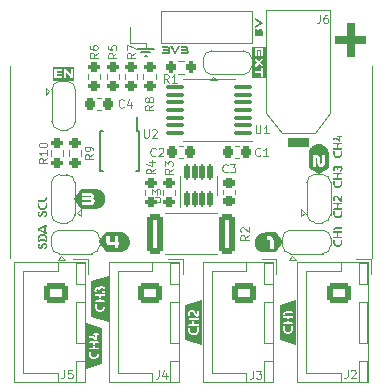
<source format=gto>
G04 #@! TF.GenerationSoftware,KiCad,Pcbnew,7.0.1*
G04 #@! TF.CreationDate,2023-07-16T12:12:56+02:00*
G04 #@! TF.ProjectId,servo_level_shifter,73657276-6f5f-46c6-9576-656c5f736869,rev?*
G04 #@! TF.SameCoordinates,Original*
G04 #@! TF.FileFunction,Legend,Top*
G04 #@! TF.FilePolarity,Positive*
%FSLAX46Y46*%
G04 Gerber Fmt 4.6, Leading zero omitted, Abs format (unit mm)*
G04 Created by KiCad (PCBNEW 7.0.1) date 2023-07-16 12:12:56*
%MOMM*%
%LPD*%
G01*
G04 APERTURE LIST*
G04 Aperture macros list*
%AMRoundRect*
0 Rectangle with rounded corners*
0 $1 Rounding radius*
0 $2 $3 $4 $5 $6 $7 $8 $9 X,Y pos of 4 corners*
0 Add a 4 corners polygon primitive as box body*
4,1,4,$2,$3,$4,$5,$6,$7,$8,$9,$2,$3,0*
0 Add four circle primitives for the rounded corners*
1,1,$1+$1,$2,$3*
1,1,$1+$1,$4,$5*
1,1,$1+$1,$6,$7*
1,1,$1+$1,$8,$9*
0 Add four rect primitives between the rounded corners*
20,1,$1+$1,$2,$3,$4,$5,0*
20,1,$1+$1,$4,$5,$6,$7,0*
20,1,$1+$1,$6,$7,$8,$9,0*
20,1,$1+$1,$8,$9,$2,$3,0*%
%AMFreePoly0*
4,1,19,0.550000,-0.750000,0.000000,-0.750000,0.000000,-0.744911,-0.071157,-0.744911,-0.207708,-0.704816,-0.327430,-0.627875,-0.420627,-0.520320,-0.479746,-0.390866,-0.500000,-0.250000,-0.500000,0.250000,-0.479746,0.390866,-0.420627,0.520320,-0.327430,0.627875,-0.207708,0.704816,-0.071157,0.744911,0.000000,0.744911,0.000000,0.750000,0.550000,0.750000,0.550000,-0.750000,0.550000,-0.750000,
$1*%
%AMFreePoly1*
4,1,19,0.000000,0.744911,0.071157,0.744911,0.207708,0.704816,0.327430,0.627875,0.420627,0.520320,0.479746,0.390866,0.500000,0.250000,0.500000,-0.250000,0.479746,-0.390866,0.420627,-0.520320,0.327430,-0.627875,0.207708,-0.704816,0.071157,-0.744911,0.000000,-0.744911,0.000000,-0.750000,-0.550000,-0.750000,-0.550000,0.750000,0.000000,0.750000,0.000000,0.744911,0.000000,0.744911,
$1*%
G04 Aperture macros list end*
%ADD10C,0.150000*%
%ADD11C,0.120000*%
%ADD12C,0.100000*%
%ADD13RoundRect,0.200000X-0.275000X0.200000X-0.275000X-0.200000X0.275000X-0.200000X0.275000X0.200000X0*%
%ADD14FreePoly0,90.000000*%
%ADD15R,1.500000X1.000000*%
%ADD16FreePoly1,90.000000*%
%ADD17RoundRect,0.225000X-0.225000X-0.250000X0.225000X-0.250000X0.225000X0.250000X-0.225000X0.250000X0*%
%ADD18RoundRect,0.200000X0.275000X-0.200000X0.275000X0.200000X-0.275000X0.200000X-0.275000X-0.200000X0*%
%ADD19FreePoly0,270.000000*%
%ADD20FreePoly1,270.000000*%
%ADD21RoundRect,0.200000X0.200000X0.275000X-0.200000X0.275000X-0.200000X-0.275000X0.200000X-0.275000X0*%
%ADD22R,3.800000X3.800000*%
%ADD23C,3.800000*%
%ADD24FreePoly0,0.000000*%
%ADD25R,1.000000X1.500000*%
%ADD26FreePoly1,0.000000*%
%ADD27RoundRect,0.225000X0.225000X0.250000X-0.225000X0.250000X-0.225000X-0.250000X0.225000X-0.250000X0*%
%ADD28RoundRect,0.225000X0.250000X-0.225000X0.250000X0.225000X-0.250000X0.225000X-0.250000X-0.225000X0*%
%ADD29RoundRect,0.250000X-0.725000X0.600000X-0.725000X-0.600000X0.725000X-0.600000X0.725000X0.600000X0*%
%ADD30O,1.950000X1.700000*%
%ADD31C,2.200000*%
%ADD32R,2.000000X2.000000*%
%ADD33O,2.000000X2.000000*%
%ADD34O,1.700000X1.700000*%
%ADD35R,0.300000X1.400000*%
%ADD36RoundRect,0.249999X-0.450001X-1.425001X0.450001X-1.425001X0.450001X1.425001X-0.450001X1.425001X0*%
%ADD37RoundRect,0.125000X0.125000X-0.537500X0.125000X0.537500X-0.125000X0.537500X-0.125000X-0.537500X0*%
%ADD38RoundRect,0.100000X0.637500X0.100000X-0.637500X0.100000X-0.637500X-0.100000X0.637500X-0.100000X0*%
G04 APERTURE END LIST*
D10*
X98930000Y-55682500D02*
X98855000Y-55682500D01*
X98930000Y-55357500D02*
X98530000Y-55357500D01*
X98930000Y-55357500D02*
X99330000Y-55357500D01*
X98930000Y-55682500D02*
X99005000Y-55682500D01*
D11*
X98945000Y-54525000D02*
X98945000Y-55032500D01*
D10*
X98945000Y-55032500D02*
X99655000Y-55032500D01*
X98235000Y-55032500D02*
X98945000Y-55032500D01*
D12*
G36*
X100807366Y-55495500D02*
G01*
X100819965Y-55495288D01*
X100832210Y-55494658D01*
X100844098Y-55493614D01*
X100855627Y-55492163D01*
X100866793Y-55490310D01*
X100877593Y-55488061D01*
X100888024Y-55485422D01*
X100898084Y-55482399D01*
X100907769Y-55478997D01*
X100917075Y-55475222D01*
X100926001Y-55471080D01*
X100934542Y-55466576D01*
X100942697Y-55461717D01*
X100950461Y-55456508D01*
X100957833Y-55450955D01*
X100964808Y-55445063D01*
X100971384Y-55438839D01*
X100977557Y-55432288D01*
X100983326Y-55425416D01*
X100988686Y-55418229D01*
X100993634Y-55410732D01*
X100998169Y-55402932D01*
X101002286Y-55394833D01*
X101005982Y-55386442D01*
X101009255Y-55377765D01*
X101012101Y-55368806D01*
X101014518Y-55359573D01*
X101016502Y-55350071D01*
X101018051Y-55340305D01*
X101019161Y-55330281D01*
X101019829Y-55320006D01*
X101020052Y-55309484D01*
X101019944Y-55302311D01*
X101019621Y-55295282D01*
X101019089Y-55288400D01*
X101017413Y-55275088D01*
X101014949Y-55262391D01*
X101011733Y-55250331D01*
X101007798Y-55238925D01*
X101003181Y-55228193D01*
X100997914Y-55218153D01*
X100992033Y-55208825D01*
X100985572Y-55200228D01*
X100978566Y-55192381D01*
X100971049Y-55185303D01*
X100963057Y-55179013D01*
X100954622Y-55173529D01*
X100945781Y-55168872D01*
X100936568Y-55165059D01*
X100931832Y-55163476D01*
X100940063Y-55159795D01*
X100947825Y-55155373D01*
X100955109Y-55150232D01*
X100961907Y-55144397D01*
X100968209Y-55137890D01*
X100974009Y-55130736D01*
X100979296Y-55122957D01*
X100984063Y-55114578D01*
X100988301Y-55105622D01*
X100992002Y-55096113D01*
X100995157Y-55086074D01*
X100997757Y-55075528D01*
X100999794Y-55064499D01*
X101001260Y-55053011D01*
X101002145Y-55041087D01*
X101002442Y-55028751D01*
X101002283Y-55019891D01*
X101001802Y-55011172D01*
X101000995Y-55002604D01*
X100999855Y-54994196D01*
X100998378Y-54985956D01*
X100996560Y-54977895D01*
X100994393Y-54970021D01*
X100991874Y-54962343D01*
X100988998Y-54954871D01*
X100985759Y-54947614D01*
X100982152Y-54940580D01*
X100978171Y-54933780D01*
X100973813Y-54927222D01*
X100969071Y-54920916D01*
X100963941Y-54914870D01*
X100958418Y-54909094D01*
X100952495Y-54903597D01*
X100946169Y-54898388D01*
X100939434Y-54893477D01*
X100932285Y-54888872D01*
X100924716Y-54884582D01*
X100916723Y-54880618D01*
X100908301Y-54876988D01*
X100899444Y-54873700D01*
X100890147Y-54870766D01*
X100880405Y-54868192D01*
X100870213Y-54865990D01*
X100859566Y-54864167D01*
X100848459Y-54862734D01*
X100836886Y-54861698D01*
X100824843Y-54861070D01*
X100812324Y-54860859D01*
X100346773Y-54860859D01*
X100346773Y-55019690D01*
X100789756Y-55019690D01*
X100797685Y-55020112D01*
X100804920Y-55021370D01*
X100811441Y-55023454D01*
X100818994Y-55027498D01*
X100825202Y-55032964D01*
X100830021Y-55039826D01*
X100833405Y-55048057D01*
X100834977Y-55055115D01*
X100835698Y-55062917D01*
X100835747Y-55065681D01*
X100835313Y-55073750D01*
X100834022Y-55081114D01*
X100831895Y-55087755D01*
X100827788Y-55095449D01*
X100822269Y-55101774D01*
X100815383Y-55106686D01*
X100807174Y-55110138D01*
X100800175Y-55111741D01*
X100792475Y-55112477D01*
X100789756Y-55112527D01*
X100353611Y-55112527D01*
X100353611Y-55243832D01*
X100799501Y-55243832D01*
X100808002Y-55244300D01*
X100815790Y-55245686D01*
X100822839Y-55247959D01*
X100829122Y-55251090D01*
X100836260Y-55256548D01*
X100841923Y-55263408D01*
X100845164Y-55269432D01*
X100847513Y-55276175D01*
X100848942Y-55283609D01*
X100849424Y-55291703D01*
X100848942Y-55299310D01*
X100847513Y-55306249D01*
X100844182Y-55314434D01*
X100839280Y-55321360D01*
X100832871Y-55326984D01*
X100825020Y-55331265D01*
X100818223Y-55333569D01*
X100810678Y-55335075D01*
X100802412Y-55335767D01*
X100799501Y-55335814D01*
X100346773Y-55335814D01*
X100346773Y-55495500D01*
X100807366Y-55495500D01*
G37*
G36*
X101451239Y-55495500D02*
G01*
X101460407Y-55495089D01*
X101469157Y-55493857D01*
X101477483Y-55491804D01*
X101485382Y-55488927D01*
X101492850Y-55485226D01*
X101499881Y-55480701D01*
X101506472Y-55475350D01*
X101512620Y-55469173D01*
X101518318Y-55462168D01*
X101523564Y-55454336D01*
X101526807Y-55448654D01*
X101853018Y-54860859D01*
X101659993Y-54860859D01*
X101431577Y-55290506D01*
X101203332Y-54860859D01*
X101010307Y-54860859D01*
X101335663Y-55448654D01*
X101340586Y-55457039D01*
X101346017Y-55464595D01*
X101351940Y-55471324D01*
X101358341Y-55477225D01*
X101365204Y-55482301D01*
X101372514Y-55486551D01*
X101380255Y-55489977D01*
X101388413Y-55492580D01*
X101396971Y-55494359D01*
X101405916Y-55495317D01*
X101412087Y-55495500D01*
X101451239Y-55495500D01*
G37*
G36*
X102351567Y-55495500D02*
G01*
X102364166Y-55495288D01*
X102376411Y-55494658D01*
X102388299Y-55493614D01*
X102399828Y-55492163D01*
X102410994Y-55490310D01*
X102421794Y-55488061D01*
X102432225Y-55485422D01*
X102442285Y-55482399D01*
X102451969Y-55478997D01*
X102461276Y-55475222D01*
X102470202Y-55471080D01*
X102478743Y-55466576D01*
X102486898Y-55461717D01*
X102494662Y-55456508D01*
X102502034Y-55450955D01*
X102509009Y-55445063D01*
X102515585Y-55438839D01*
X102521758Y-55432288D01*
X102527527Y-55425416D01*
X102532887Y-55418229D01*
X102537835Y-55410732D01*
X102542370Y-55402932D01*
X102546487Y-55394833D01*
X102550183Y-55386442D01*
X102553456Y-55377765D01*
X102556302Y-55368806D01*
X102558719Y-55359573D01*
X102560703Y-55350071D01*
X102562252Y-55340305D01*
X102563362Y-55330281D01*
X102564030Y-55320006D01*
X102564253Y-55309484D01*
X102564145Y-55302311D01*
X102563822Y-55295282D01*
X102563290Y-55288400D01*
X102561613Y-55275088D01*
X102559150Y-55262391D01*
X102555934Y-55250331D01*
X102551999Y-55238925D01*
X102547381Y-55228193D01*
X102542115Y-55218153D01*
X102536234Y-55208825D01*
X102529773Y-55200228D01*
X102522767Y-55192381D01*
X102515250Y-55185303D01*
X102507258Y-55179013D01*
X102498823Y-55173529D01*
X102489982Y-55168872D01*
X102480768Y-55165059D01*
X102476033Y-55163476D01*
X102484264Y-55159795D01*
X102492026Y-55155373D01*
X102499310Y-55150232D01*
X102506108Y-55144397D01*
X102512410Y-55137890D01*
X102518210Y-55130736D01*
X102523497Y-55122957D01*
X102528264Y-55114578D01*
X102532502Y-55105622D01*
X102536203Y-55096113D01*
X102539358Y-55086074D01*
X102541958Y-55075528D01*
X102543995Y-55064499D01*
X102545461Y-55053011D01*
X102546346Y-55041087D01*
X102546643Y-55028751D01*
X102546484Y-55019891D01*
X102546003Y-55011172D01*
X102545196Y-55002604D01*
X102544056Y-54994196D01*
X102542579Y-54985956D01*
X102540760Y-54977895D01*
X102538594Y-54970021D01*
X102536075Y-54962343D01*
X102533199Y-54954871D01*
X102529960Y-54947614D01*
X102526353Y-54940580D01*
X102522372Y-54933780D01*
X102518014Y-54927222D01*
X102513272Y-54920916D01*
X102508142Y-54914870D01*
X102502619Y-54909094D01*
X102496696Y-54903597D01*
X102490370Y-54898388D01*
X102483635Y-54893477D01*
X102476486Y-54888872D01*
X102468917Y-54884582D01*
X102460924Y-54880618D01*
X102452502Y-54876988D01*
X102443645Y-54873700D01*
X102434348Y-54870766D01*
X102424606Y-54868192D01*
X102414414Y-54865990D01*
X102403767Y-54864167D01*
X102392660Y-54862734D01*
X102381087Y-54861698D01*
X102369044Y-54861070D01*
X102356525Y-54860859D01*
X101890973Y-54860859D01*
X101890973Y-55019690D01*
X102333957Y-55019690D01*
X102341886Y-55020112D01*
X102349121Y-55021370D01*
X102355642Y-55023454D01*
X102363195Y-55027498D01*
X102369403Y-55032964D01*
X102374222Y-55039826D01*
X102377606Y-55048057D01*
X102379178Y-55055115D01*
X102379899Y-55062917D01*
X102379948Y-55065681D01*
X102379513Y-55073750D01*
X102378223Y-55081114D01*
X102376096Y-55087755D01*
X102371989Y-55095449D01*
X102366470Y-55101774D01*
X102359584Y-55106686D01*
X102351375Y-55110138D01*
X102344376Y-55111741D01*
X102336676Y-55112477D01*
X102333957Y-55112527D01*
X101897812Y-55112527D01*
X101897812Y-55243832D01*
X102343702Y-55243832D01*
X102352203Y-55244300D01*
X102359991Y-55245686D01*
X102367040Y-55247959D01*
X102373323Y-55251090D01*
X102380461Y-55256548D01*
X102386124Y-55263408D01*
X102389365Y-55269432D01*
X102391714Y-55276175D01*
X102393143Y-55283609D01*
X102393625Y-55291703D01*
X102393143Y-55299310D01*
X102391714Y-55306249D01*
X102388383Y-55314434D01*
X102383481Y-55321360D01*
X102377072Y-55326984D01*
X102369221Y-55331265D01*
X102362424Y-55333569D01*
X102354879Y-55335075D01*
X102346613Y-55335767D01*
X102343702Y-55335814D01*
X101890973Y-55335814D01*
X101890973Y-55495500D01*
X102351567Y-55495500D01*
G37*
G36*
X108820500Y-53571807D02*
G01*
X108820274Y-53560522D01*
X108819603Y-53549437D01*
X108818492Y-53538561D01*
X108816949Y-53527904D01*
X108814980Y-53517478D01*
X108812592Y-53507292D01*
X108809792Y-53497357D01*
X108806587Y-53487684D01*
X108802983Y-53478283D01*
X108798986Y-53469164D01*
X108794605Y-53460338D01*
X108789845Y-53451816D01*
X108784714Y-53443607D01*
X108779217Y-53435723D01*
X108773363Y-53428173D01*
X108767157Y-53420968D01*
X108760606Y-53414119D01*
X108753718Y-53407637D01*
X108746499Y-53401530D01*
X108738955Y-53395811D01*
X108731094Y-53390489D01*
X108722921Y-53385575D01*
X108714445Y-53381080D01*
X108705672Y-53377013D01*
X108696608Y-53373386D01*
X108687260Y-53370208D01*
X108677635Y-53367490D01*
X108667740Y-53365243D01*
X108657582Y-53363478D01*
X108647167Y-53362203D01*
X108636502Y-53361431D01*
X108625594Y-53361172D01*
X108615052Y-53361431D01*
X108604720Y-53362203D01*
X108594604Y-53363474D01*
X108584713Y-53365236D01*
X108575056Y-53367475D01*
X108565640Y-53370182D01*
X108556475Y-53373344D01*
X108547567Y-53376952D01*
X108538926Y-53380992D01*
X108530560Y-53385455D01*
X108522477Y-53390329D01*
X108514685Y-53395604D01*
X108507193Y-53401267D01*
X108500008Y-53407307D01*
X108493139Y-53413714D01*
X108486595Y-53420477D01*
X108480383Y-53427583D01*
X108474513Y-53435023D01*
X108468991Y-53442784D01*
X108463827Y-53450856D01*
X108459028Y-53459227D01*
X108454603Y-53467886D01*
X108450561Y-53476823D01*
X108446909Y-53486025D01*
X108443655Y-53495482D01*
X108440809Y-53505183D01*
X108438378Y-53515116D01*
X108436370Y-53525270D01*
X108434794Y-53535634D01*
X108433658Y-53546197D01*
X108432971Y-53556947D01*
X108432740Y-53567874D01*
X108432740Y-53833562D01*
X108349648Y-53833562D01*
X108349648Y-53388527D01*
X108185859Y-53388527D01*
X108185859Y-53997180D01*
X108568832Y-53997180D01*
X108568832Y-53574884D01*
X108569605Y-53566634D01*
X108571877Y-53558925D01*
X108575576Y-53551929D01*
X108580629Y-53545819D01*
X108586964Y-53540767D01*
X108594509Y-53536945D01*
X108603193Y-53534525D01*
X108610409Y-53533734D01*
X108612942Y-53533680D01*
X108620321Y-53534164D01*
X108627060Y-53535580D01*
X108635017Y-53538837D01*
X108641757Y-53543551D01*
X108647237Y-53549605D01*
X108651412Y-53556883D01*
X108654239Y-53565269D01*
X108655448Y-53572216D01*
X108655855Y-53579671D01*
X108655855Y-53997180D01*
X108820500Y-53997180D01*
X108820500Y-53571807D01*
G37*
G36*
X108820500Y-52870317D02*
G01*
X108820089Y-52861148D01*
X108818857Y-52852399D01*
X108816804Y-52844072D01*
X108813927Y-52836173D01*
X108810226Y-52828706D01*
X108805701Y-52821674D01*
X108800350Y-52815083D01*
X108794173Y-52808936D01*
X108787168Y-52803237D01*
X108779336Y-52797992D01*
X108773654Y-52794748D01*
X108185859Y-52468537D01*
X108185859Y-52661562D01*
X108615506Y-52889978D01*
X108185859Y-53118223D01*
X108185859Y-53311248D01*
X108773654Y-52985892D01*
X108782039Y-52980969D01*
X108789595Y-52975538D01*
X108796324Y-52969615D01*
X108802225Y-52963214D01*
X108807301Y-52956351D01*
X108811551Y-52949042D01*
X108814977Y-52941301D01*
X108817580Y-52933143D01*
X108819359Y-52924584D01*
X108820317Y-52915639D01*
X108820500Y-52909469D01*
X108820500Y-52870317D01*
G37*
X90578833Y-64330000D02*
X90245500Y-64563333D01*
X90578833Y-64730000D02*
X89878833Y-64730000D01*
X89878833Y-64730000D02*
X89878833Y-64463333D01*
X89878833Y-64463333D02*
X89912166Y-64396667D01*
X89912166Y-64396667D02*
X89945500Y-64363333D01*
X89945500Y-64363333D02*
X90012166Y-64330000D01*
X90012166Y-64330000D02*
X90112166Y-64330000D01*
X90112166Y-64330000D02*
X90178833Y-64363333D01*
X90178833Y-64363333D02*
X90212166Y-64396667D01*
X90212166Y-64396667D02*
X90245500Y-64463333D01*
X90245500Y-64463333D02*
X90245500Y-64730000D01*
X90578833Y-63663333D02*
X90578833Y-64063333D01*
X90578833Y-63863333D02*
X89878833Y-63863333D01*
X89878833Y-63863333D02*
X89978833Y-63930000D01*
X89978833Y-63930000D02*
X90045500Y-63996667D01*
X90045500Y-63996667D02*
X90078833Y-64063333D01*
X89878833Y-63230000D02*
X89878833Y-63163333D01*
X89878833Y-63163333D02*
X89912166Y-63096666D01*
X89912166Y-63096666D02*
X89945500Y-63063333D01*
X89945500Y-63063333D02*
X90012166Y-63030000D01*
X90012166Y-63030000D02*
X90145500Y-62996666D01*
X90145500Y-62996666D02*
X90312166Y-62996666D01*
X90312166Y-62996666D02*
X90445500Y-63030000D01*
X90445500Y-63030000D02*
X90512166Y-63063333D01*
X90512166Y-63063333D02*
X90545500Y-63096666D01*
X90545500Y-63096666D02*
X90578833Y-63163333D01*
X90578833Y-63163333D02*
X90578833Y-63230000D01*
X90578833Y-63230000D02*
X90545500Y-63296666D01*
X90545500Y-63296666D02*
X90512166Y-63330000D01*
X90512166Y-63330000D02*
X90445500Y-63363333D01*
X90445500Y-63363333D02*
X90312166Y-63396666D01*
X90312166Y-63396666D02*
X90145500Y-63396666D01*
X90145500Y-63396666D02*
X90012166Y-63363333D01*
X90012166Y-63363333D02*
X89945500Y-63330000D01*
X89945500Y-63330000D02*
X89912166Y-63296666D01*
X89912166Y-63296666D02*
X89878833Y-63230000D01*
X99763333Y-64087166D02*
X99730000Y-64120500D01*
X99730000Y-64120500D02*
X99630000Y-64153833D01*
X99630000Y-64153833D02*
X99563333Y-64153833D01*
X99563333Y-64153833D02*
X99463333Y-64120500D01*
X99463333Y-64120500D02*
X99396667Y-64053833D01*
X99396667Y-64053833D02*
X99363333Y-63987166D01*
X99363333Y-63987166D02*
X99330000Y-63853833D01*
X99330000Y-63853833D02*
X99330000Y-63753833D01*
X99330000Y-63753833D02*
X99363333Y-63620500D01*
X99363333Y-63620500D02*
X99396667Y-63553833D01*
X99396667Y-63553833D02*
X99463333Y-63487166D01*
X99463333Y-63487166D02*
X99563333Y-63453833D01*
X99563333Y-63453833D02*
X99630000Y-63453833D01*
X99630000Y-63453833D02*
X99730000Y-63487166D01*
X99730000Y-63487166D02*
X99763333Y-63520500D01*
X100030000Y-63520500D02*
X100063333Y-63487166D01*
X100063333Y-63487166D02*
X100130000Y-63453833D01*
X100130000Y-63453833D02*
X100296667Y-63453833D01*
X100296667Y-63453833D02*
X100363333Y-63487166D01*
X100363333Y-63487166D02*
X100396667Y-63520500D01*
X100396667Y-63520500D02*
X100430000Y-63587166D01*
X100430000Y-63587166D02*
X100430000Y-63653833D01*
X100430000Y-63653833D02*
X100396667Y-63753833D01*
X100396667Y-63753833D02*
X99996667Y-64153833D01*
X99996667Y-64153833D02*
X100430000Y-64153833D01*
X98028833Y-55413333D02*
X97695500Y-55646666D01*
X98028833Y-55813333D02*
X97328833Y-55813333D01*
X97328833Y-55813333D02*
X97328833Y-55546666D01*
X97328833Y-55546666D02*
X97362166Y-55480000D01*
X97362166Y-55480000D02*
X97395500Y-55446666D01*
X97395500Y-55446666D02*
X97462166Y-55413333D01*
X97462166Y-55413333D02*
X97562166Y-55413333D01*
X97562166Y-55413333D02*
X97628833Y-55446666D01*
X97628833Y-55446666D02*
X97662166Y-55480000D01*
X97662166Y-55480000D02*
X97695500Y-55546666D01*
X97695500Y-55546666D02*
X97695500Y-55813333D01*
X97328833Y-55180000D02*
X97328833Y-54713333D01*
X97328833Y-54713333D02*
X98028833Y-55013333D01*
X96453833Y-55413333D02*
X96120500Y-55646666D01*
X96453833Y-55813333D02*
X95753833Y-55813333D01*
X95753833Y-55813333D02*
X95753833Y-55546666D01*
X95753833Y-55546666D02*
X95787166Y-55480000D01*
X95787166Y-55480000D02*
X95820500Y-55446666D01*
X95820500Y-55446666D02*
X95887166Y-55413333D01*
X95887166Y-55413333D02*
X95987166Y-55413333D01*
X95987166Y-55413333D02*
X96053833Y-55446666D01*
X96053833Y-55446666D02*
X96087166Y-55480000D01*
X96087166Y-55480000D02*
X96120500Y-55546666D01*
X96120500Y-55546666D02*
X96120500Y-55813333D01*
X95753833Y-54780000D02*
X95753833Y-55113333D01*
X95753833Y-55113333D02*
X96087166Y-55146666D01*
X96087166Y-55146666D02*
X96053833Y-55113333D01*
X96053833Y-55113333D02*
X96020500Y-55046666D01*
X96020500Y-55046666D02*
X96020500Y-54880000D01*
X96020500Y-54880000D02*
X96053833Y-54813333D01*
X96053833Y-54813333D02*
X96087166Y-54780000D01*
X96087166Y-54780000D02*
X96153833Y-54746666D01*
X96153833Y-54746666D02*
X96320500Y-54746666D01*
X96320500Y-54746666D02*
X96387166Y-54780000D01*
X96387166Y-54780000D02*
X96420500Y-54813333D01*
X96420500Y-54813333D02*
X96453833Y-54880000D01*
X96453833Y-54880000D02*
X96453833Y-55046666D01*
X96453833Y-55046666D02*
X96420500Y-55113333D01*
X96420500Y-55113333D02*
X96387166Y-55146666D01*
X99578833Y-59830000D02*
X99245500Y-60063333D01*
X99578833Y-60230000D02*
X98878833Y-60230000D01*
X98878833Y-60230000D02*
X98878833Y-59963333D01*
X98878833Y-59963333D02*
X98912166Y-59896667D01*
X98912166Y-59896667D02*
X98945500Y-59863333D01*
X98945500Y-59863333D02*
X99012166Y-59830000D01*
X99012166Y-59830000D02*
X99112166Y-59830000D01*
X99112166Y-59830000D02*
X99178833Y-59863333D01*
X99178833Y-59863333D02*
X99212166Y-59896667D01*
X99212166Y-59896667D02*
X99245500Y-59963333D01*
X99245500Y-59963333D02*
X99245500Y-60230000D01*
X99178833Y-59430000D02*
X99145500Y-59496667D01*
X99145500Y-59496667D02*
X99112166Y-59530000D01*
X99112166Y-59530000D02*
X99045500Y-59563333D01*
X99045500Y-59563333D02*
X99012166Y-59563333D01*
X99012166Y-59563333D02*
X98945500Y-59530000D01*
X98945500Y-59530000D02*
X98912166Y-59496667D01*
X98912166Y-59496667D02*
X98878833Y-59430000D01*
X98878833Y-59430000D02*
X98878833Y-59296667D01*
X98878833Y-59296667D02*
X98912166Y-59230000D01*
X98912166Y-59230000D02*
X98945500Y-59196667D01*
X98945500Y-59196667D02*
X99012166Y-59163333D01*
X99012166Y-59163333D02*
X99045500Y-59163333D01*
X99045500Y-59163333D02*
X99112166Y-59196667D01*
X99112166Y-59196667D02*
X99145500Y-59230000D01*
X99145500Y-59230000D02*
X99178833Y-59296667D01*
X99178833Y-59296667D02*
X99178833Y-59430000D01*
X99178833Y-59430000D02*
X99212166Y-59496667D01*
X99212166Y-59496667D02*
X99245500Y-59530000D01*
X99245500Y-59530000D02*
X99312166Y-59563333D01*
X99312166Y-59563333D02*
X99445500Y-59563333D01*
X99445500Y-59563333D02*
X99512166Y-59530000D01*
X99512166Y-59530000D02*
X99545500Y-59496667D01*
X99545500Y-59496667D02*
X99578833Y-59430000D01*
X99578833Y-59430000D02*
X99578833Y-59296667D01*
X99578833Y-59296667D02*
X99545500Y-59230000D01*
X99545500Y-59230000D02*
X99512166Y-59196667D01*
X99512166Y-59196667D02*
X99445500Y-59163333D01*
X99445500Y-59163333D02*
X99312166Y-59163333D01*
X99312166Y-59163333D02*
X99245500Y-59196667D01*
X99245500Y-59196667D02*
X99212166Y-59230000D01*
X99212166Y-59230000D02*
X99178833Y-59296667D01*
X100888333Y-57928833D02*
X100655000Y-57595500D01*
X100488333Y-57928833D02*
X100488333Y-57228833D01*
X100488333Y-57228833D02*
X100755000Y-57228833D01*
X100755000Y-57228833D02*
X100821667Y-57262166D01*
X100821667Y-57262166D02*
X100855000Y-57295500D01*
X100855000Y-57295500D02*
X100888333Y-57362166D01*
X100888333Y-57362166D02*
X100888333Y-57462166D01*
X100888333Y-57462166D02*
X100855000Y-57528833D01*
X100855000Y-57528833D02*
X100821667Y-57562166D01*
X100821667Y-57562166D02*
X100755000Y-57595500D01*
X100755000Y-57595500D02*
X100488333Y-57595500D01*
X101555000Y-57928833D02*
X101155000Y-57928833D01*
X101355000Y-57928833D02*
X101355000Y-57228833D01*
X101355000Y-57228833D02*
X101288333Y-57328833D01*
X101288333Y-57328833D02*
X101221667Y-57395500D01*
X101221667Y-57395500D02*
X101155000Y-57428833D01*
X101228833Y-65238333D02*
X100895500Y-65471666D01*
X101228833Y-65638333D02*
X100528833Y-65638333D01*
X100528833Y-65638333D02*
X100528833Y-65371666D01*
X100528833Y-65371666D02*
X100562166Y-65305000D01*
X100562166Y-65305000D02*
X100595500Y-65271666D01*
X100595500Y-65271666D02*
X100662166Y-65238333D01*
X100662166Y-65238333D02*
X100762166Y-65238333D01*
X100762166Y-65238333D02*
X100828833Y-65271666D01*
X100828833Y-65271666D02*
X100862166Y-65305000D01*
X100862166Y-65305000D02*
X100895500Y-65371666D01*
X100895500Y-65371666D02*
X100895500Y-65638333D01*
X100528833Y-65005000D02*
X100528833Y-64571666D01*
X100528833Y-64571666D02*
X100795500Y-64805000D01*
X100795500Y-64805000D02*
X100795500Y-64705000D01*
X100795500Y-64705000D02*
X100828833Y-64638333D01*
X100828833Y-64638333D02*
X100862166Y-64605000D01*
X100862166Y-64605000D02*
X100928833Y-64571666D01*
X100928833Y-64571666D02*
X101095500Y-64571666D01*
X101095500Y-64571666D02*
X101162166Y-64605000D01*
X101162166Y-64605000D02*
X101195500Y-64638333D01*
X101195500Y-64638333D02*
X101228833Y-64705000D01*
X101228833Y-64705000D02*
X101228833Y-64905000D01*
X101228833Y-64905000D02*
X101195500Y-64971666D01*
X101195500Y-64971666D02*
X101162166Y-65005000D01*
X113671666Y-52178833D02*
X113671666Y-52678833D01*
X113671666Y-52678833D02*
X113638333Y-52778833D01*
X113638333Y-52778833D02*
X113571666Y-52845500D01*
X113571666Y-52845500D02*
X113471666Y-52878833D01*
X113471666Y-52878833D02*
X113405000Y-52878833D01*
X114304999Y-52178833D02*
X114171666Y-52178833D01*
X114171666Y-52178833D02*
X114104999Y-52212166D01*
X114104999Y-52212166D02*
X114071666Y-52245500D01*
X114071666Y-52245500D02*
X114004999Y-52345500D01*
X114004999Y-52345500D02*
X113971666Y-52478833D01*
X113971666Y-52478833D02*
X113971666Y-52745500D01*
X113971666Y-52745500D02*
X114004999Y-52812166D01*
X114004999Y-52812166D02*
X114038333Y-52845500D01*
X114038333Y-52845500D02*
X114104999Y-52878833D01*
X114104999Y-52878833D02*
X114238333Y-52878833D01*
X114238333Y-52878833D02*
X114304999Y-52845500D01*
X114304999Y-52845500D02*
X114338333Y-52812166D01*
X114338333Y-52812166D02*
X114371666Y-52745500D01*
X114371666Y-52745500D02*
X114371666Y-52578833D01*
X114371666Y-52578833D02*
X114338333Y-52512166D01*
X114338333Y-52512166D02*
X114304999Y-52478833D01*
X114304999Y-52478833D02*
X114238333Y-52445500D01*
X114238333Y-52445500D02*
X114104999Y-52445500D01*
X114104999Y-52445500D02*
X114038333Y-52478833D01*
X114038333Y-52478833D02*
X114004999Y-52512166D01*
X114004999Y-52512166D02*
X113971666Y-52578833D01*
X108613333Y-64062166D02*
X108580000Y-64095500D01*
X108580000Y-64095500D02*
X108480000Y-64128833D01*
X108480000Y-64128833D02*
X108413333Y-64128833D01*
X108413333Y-64128833D02*
X108313333Y-64095500D01*
X108313333Y-64095500D02*
X108246667Y-64028833D01*
X108246667Y-64028833D02*
X108213333Y-63962166D01*
X108213333Y-63962166D02*
X108180000Y-63828833D01*
X108180000Y-63828833D02*
X108180000Y-63728833D01*
X108180000Y-63728833D02*
X108213333Y-63595500D01*
X108213333Y-63595500D02*
X108246667Y-63528833D01*
X108246667Y-63528833D02*
X108313333Y-63462166D01*
X108313333Y-63462166D02*
X108413333Y-63428833D01*
X108413333Y-63428833D02*
X108480000Y-63428833D01*
X108480000Y-63428833D02*
X108580000Y-63462166D01*
X108580000Y-63462166D02*
X108613333Y-63495500D01*
X109280000Y-64128833D02*
X108880000Y-64128833D01*
X109080000Y-64128833D02*
X109080000Y-63428833D01*
X109080000Y-63428833D02*
X109013333Y-63528833D01*
X109013333Y-63528833D02*
X108946667Y-63595500D01*
X108946667Y-63595500D02*
X108880000Y-63628833D01*
X105863333Y-65462166D02*
X105830000Y-65495500D01*
X105830000Y-65495500D02*
X105730000Y-65528833D01*
X105730000Y-65528833D02*
X105663333Y-65528833D01*
X105663333Y-65528833D02*
X105563333Y-65495500D01*
X105563333Y-65495500D02*
X105496667Y-65428833D01*
X105496667Y-65428833D02*
X105463333Y-65362166D01*
X105463333Y-65362166D02*
X105430000Y-65228833D01*
X105430000Y-65228833D02*
X105430000Y-65128833D01*
X105430000Y-65128833D02*
X105463333Y-64995500D01*
X105463333Y-64995500D02*
X105496667Y-64928833D01*
X105496667Y-64928833D02*
X105563333Y-64862166D01*
X105563333Y-64862166D02*
X105663333Y-64828833D01*
X105663333Y-64828833D02*
X105730000Y-64828833D01*
X105730000Y-64828833D02*
X105830000Y-64862166D01*
X105830000Y-64862166D02*
X105863333Y-64895500D01*
X106096667Y-64828833D02*
X106530000Y-64828833D01*
X106530000Y-64828833D02*
X106296667Y-65095500D01*
X106296667Y-65095500D02*
X106396667Y-65095500D01*
X106396667Y-65095500D02*
X106463333Y-65128833D01*
X106463333Y-65128833D02*
X106496667Y-65162166D01*
X106496667Y-65162166D02*
X106530000Y-65228833D01*
X106530000Y-65228833D02*
X106530000Y-65395500D01*
X106530000Y-65395500D02*
X106496667Y-65462166D01*
X106496667Y-65462166D02*
X106463333Y-65495500D01*
X106463333Y-65495500D02*
X106396667Y-65528833D01*
X106396667Y-65528833D02*
X106196667Y-65528833D01*
X106196667Y-65528833D02*
X106130000Y-65495500D01*
X106130000Y-65495500D02*
X106096667Y-65462166D01*
X97063333Y-59962166D02*
X97030000Y-59995500D01*
X97030000Y-59995500D02*
X96930000Y-60028833D01*
X96930000Y-60028833D02*
X96863333Y-60028833D01*
X96863333Y-60028833D02*
X96763333Y-59995500D01*
X96763333Y-59995500D02*
X96696667Y-59928833D01*
X96696667Y-59928833D02*
X96663333Y-59862166D01*
X96663333Y-59862166D02*
X96630000Y-59728833D01*
X96630000Y-59728833D02*
X96630000Y-59628833D01*
X96630000Y-59628833D02*
X96663333Y-59495500D01*
X96663333Y-59495500D02*
X96696667Y-59428833D01*
X96696667Y-59428833D02*
X96763333Y-59362166D01*
X96763333Y-59362166D02*
X96863333Y-59328833D01*
X96863333Y-59328833D02*
X96930000Y-59328833D01*
X96930000Y-59328833D02*
X97030000Y-59362166D01*
X97030000Y-59362166D02*
X97063333Y-59395500D01*
X97663333Y-59562166D02*
X97663333Y-60028833D01*
X97496667Y-59295500D02*
X97330000Y-59795500D01*
X97330000Y-59795500D02*
X97763333Y-59795500D01*
X92046666Y-82253833D02*
X92046666Y-82753833D01*
X92046666Y-82753833D02*
X92013333Y-82853833D01*
X92013333Y-82853833D02*
X91946666Y-82920500D01*
X91946666Y-82920500D02*
X91846666Y-82953833D01*
X91846666Y-82953833D02*
X91780000Y-82953833D01*
X92713333Y-82253833D02*
X92379999Y-82253833D01*
X92379999Y-82253833D02*
X92346666Y-82587166D01*
X92346666Y-82587166D02*
X92379999Y-82553833D01*
X92379999Y-82553833D02*
X92446666Y-82520500D01*
X92446666Y-82520500D02*
X92613333Y-82520500D01*
X92613333Y-82520500D02*
X92679999Y-82553833D01*
X92679999Y-82553833D02*
X92713333Y-82587166D01*
X92713333Y-82587166D02*
X92746666Y-82653833D01*
X92746666Y-82653833D02*
X92746666Y-82820500D01*
X92746666Y-82820500D02*
X92713333Y-82887166D01*
X92713333Y-82887166D02*
X92679999Y-82920500D01*
X92679999Y-82920500D02*
X92613333Y-82953833D01*
X92613333Y-82953833D02*
X92446666Y-82953833D01*
X92446666Y-82953833D02*
X92379999Y-82920500D01*
X92379999Y-82920500D02*
X92346666Y-82887166D01*
X100046666Y-82278833D02*
X100046666Y-82778833D01*
X100046666Y-82778833D02*
X100013333Y-82878833D01*
X100013333Y-82878833D02*
X99946666Y-82945500D01*
X99946666Y-82945500D02*
X99846666Y-82978833D01*
X99846666Y-82978833D02*
X99780000Y-82978833D01*
X100679999Y-82512166D02*
X100679999Y-82978833D01*
X100513333Y-82245500D02*
X100346666Y-82745500D01*
X100346666Y-82745500D02*
X100779999Y-82745500D01*
X94878833Y-55413333D02*
X94545500Y-55646666D01*
X94878833Y-55813333D02*
X94178833Y-55813333D01*
X94178833Y-55813333D02*
X94178833Y-55546666D01*
X94178833Y-55546666D02*
X94212166Y-55480000D01*
X94212166Y-55480000D02*
X94245500Y-55446666D01*
X94245500Y-55446666D02*
X94312166Y-55413333D01*
X94312166Y-55413333D02*
X94412166Y-55413333D01*
X94412166Y-55413333D02*
X94478833Y-55446666D01*
X94478833Y-55446666D02*
X94512166Y-55480000D01*
X94512166Y-55480000D02*
X94545500Y-55546666D01*
X94545500Y-55546666D02*
X94545500Y-55813333D01*
X94178833Y-54813333D02*
X94178833Y-54946666D01*
X94178833Y-54946666D02*
X94212166Y-55013333D01*
X94212166Y-55013333D02*
X94245500Y-55046666D01*
X94245500Y-55046666D02*
X94345500Y-55113333D01*
X94345500Y-55113333D02*
X94478833Y-55146666D01*
X94478833Y-55146666D02*
X94745500Y-55146666D01*
X94745500Y-55146666D02*
X94812166Y-55113333D01*
X94812166Y-55113333D02*
X94845500Y-55080000D01*
X94845500Y-55080000D02*
X94878833Y-55013333D01*
X94878833Y-55013333D02*
X94878833Y-54880000D01*
X94878833Y-54880000D02*
X94845500Y-54813333D01*
X94845500Y-54813333D02*
X94812166Y-54780000D01*
X94812166Y-54780000D02*
X94745500Y-54746666D01*
X94745500Y-54746666D02*
X94578833Y-54746666D01*
X94578833Y-54746666D02*
X94512166Y-54780000D01*
X94512166Y-54780000D02*
X94478833Y-54813333D01*
X94478833Y-54813333D02*
X94445500Y-54880000D01*
X94445500Y-54880000D02*
X94445500Y-55013333D01*
X94445500Y-55013333D02*
X94478833Y-55080000D01*
X94478833Y-55080000D02*
X94512166Y-55113333D01*
X94512166Y-55113333D02*
X94578833Y-55146666D01*
X99678833Y-65213333D02*
X99345500Y-65446666D01*
X99678833Y-65613333D02*
X98978833Y-65613333D01*
X98978833Y-65613333D02*
X98978833Y-65346666D01*
X98978833Y-65346666D02*
X99012166Y-65280000D01*
X99012166Y-65280000D02*
X99045500Y-65246666D01*
X99045500Y-65246666D02*
X99112166Y-65213333D01*
X99112166Y-65213333D02*
X99212166Y-65213333D01*
X99212166Y-65213333D02*
X99278833Y-65246666D01*
X99278833Y-65246666D02*
X99312166Y-65280000D01*
X99312166Y-65280000D02*
X99345500Y-65346666D01*
X99345500Y-65346666D02*
X99345500Y-65613333D01*
X99212166Y-64613333D02*
X99678833Y-64613333D01*
X98945500Y-64780000D02*
X99445500Y-64946666D01*
X99445500Y-64946666D02*
X99445500Y-64513333D01*
X116021666Y-82253833D02*
X116021666Y-82753833D01*
X116021666Y-82753833D02*
X115988333Y-82853833D01*
X115988333Y-82853833D02*
X115921666Y-82920500D01*
X115921666Y-82920500D02*
X115821666Y-82953833D01*
X115821666Y-82953833D02*
X115755000Y-82953833D01*
X116321666Y-82320500D02*
X116354999Y-82287166D01*
X116354999Y-82287166D02*
X116421666Y-82253833D01*
X116421666Y-82253833D02*
X116588333Y-82253833D01*
X116588333Y-82253833D02*
X116654999Y-82287166D01*
X116654999Y-82287166D02*
X116688333Y-82320500D01*
X116688333Y-82320500D02*
X116721666Y-82387166D01*
X116721666Y-82387166D02*
X116721666Y-82453833D01*
X116721666Y-82453833D02*
X116688333Y-82553833D01*
X116688333Y-82553833D02*
X116288333Y-82953833D01*
X116288333Y-82953833D02*
X116721666Y-82953833D01*
G36*
X90447097Y-69281252D02*
G01*
X90457274Y-69276904D01*
X90467107Y-69272256D01*
X90476597Y-69267318D01*
X90485745Y-69262098D01*
X90494553Y-69256606D01*
X90503023Y-69250852D01*
X90511154Y-69244844D01*
X90518950Y-69238592D01*
X90526412Y-69232104D01*
X90533540Y-69225391D01*
X90540336Y-69218462D01*
X90546802Y-69211325D01*
X90552939Y-69203991D01*
X90558748Y-69196468D01*
X90564231Y-69188765D01*
X90569390Y-69180892D01*
X90574224Y-69172859D01*
X90578737Y-69164674D01*
X90582929Y-69156346D01*
X90586802Y-69147886D01*
X90590357Y-69139301D01*
X90593596Y-69130602D01*
X90596519Y-69121798D01*
X90599129Y-69112898D01*
X90601427Y-69103911D01*
X90603414Y-69094847D01*
X90605091Y-69085715D01*
X90606460Y-69076523D01*
X90607522Y-69067282D01*
X90608280Y-69058001D01*
X90608733Y-69048688D01*
X90608884Y-69039354D01*
X90608654Y-69028014D01*
X90607968Y-69016688D01*
X90606825Y-69005393D01*
X90605228Y-68994149D01*
X90603179Y-68982975D01*
X90600679Y-68971892D01*
X90597730Y-68960917D01*
X90594333Y-68950071D01*
X90590490Y-68939372D01*
X90586203Y-68928840D01*
X90581473Y-68918495D01*
X90576302Y-68908356D01*
X90570692Y-68898441D01*
X90564645Y-68888770D01*
X90558161Y-68879364D01*
X90551242Y-68870240D01*
X90543891Y-68861418D01*
X90536109Y-68852918D01*
X90527897Y-68844759D01*
X90519258Y-68836960D01*
X90510192Y-68829541D01*
X90500702Y-68822520D01*
X90490789Y-68815918D01*
X90480455Y-68809753D01*
X90469701Y-68804045D01*
X90458529Y-68798813D01*
X90446941Y-68794077D01*
X90434938Y-68789855D01*
X90422522Y-68786167D01*
X90409695Y-68783033D01*
X90396458Y-68780472D01*
X90382812Y-68778502D01*
X90374514Y-68777745D01*
X90366321Y-68777062D01*
X90358281Y-68776526D01*
X90350446Y-68776210D01*
X90346078Y-68776158D01*
X90336681Y-68776294D01*
X90327049Y-68776724D01*
X90317210Y-68777482D01*
X90307195Y-68778600D01*
X90297033Y-68780112D01*
X90286755Y-68782051D01*
X90276389Y-68784451D01*
X90265967Y-68787344D01*
X90255517Y-68790763D01*
X90245069Y-68794743D01*
X90234653Y-68799315D01*
X90224299Y-68804514D01*
X90214036Y-68810372D01*
X90203895Y-68816923D01*
X90193906Y-68824200D01*
X90184096Y-68832236D01*
X90174652Y-68840928D01*
X90165676Y-68850226D01*
X90157188Y-68860133D01*
X90149206Y-68870649D01*
X90141752Y-68881776D01*
X90134843Y-68893517D01*
X90128501Y-68905872D01*
X90122743Y-68918844D01*
X90117589Y-68932434D01*
X90113060Y-68946644D01*
X90109174Y-68961476D01*
X90107478Y-68969126D01*
X90105951Y-68976931D01*
X90104594Y-68984893D01*
X90103410Y-68993012D01*
X90102402Y-69001287D01*
X90101571Y-69009719D01*
X90100921Y-69018308D01*
X90100454Y-69027054D01*
X90100172Y-69035958D01*
X90100077Y-69045020D01*
X90099621Y-69054477D01*
X90098260Y-69063485D01*
X90096007Y-69072017D01*
X90092872Y-69080044D01*
X90088867Y-69087541D01*
X90084003Y-69094479D01*
X90078292Y-69100831D01*
X90071745Y-69106569D01*
X90064915Y-69111837D01*
X90058359Y-69116323D01*
X90049077Y-69121719D01*
X90040510Y-69125700D01*
X90032716Y-69128470D01*
X90023628Y-69130638D01*
X90014563Y-69131579D01*
X90006643Y-69131304D01*
X90005115Y-69131189D01*
X89993741Y-69130530D01*
X89982415Y-69128511D01*
X89971371Y-69125073D01*
X89960843Y-69120153D01*
X89951064Y-69113692D01*
X89945077Y-69108498D01*
X89939596Y-69102574D01*
X89934691Y-69095901D01*
X89930430Y-69088463D01*
X89926884Y-69080239D01*
X89924121Y-69071213D01*
X89922211Y-69061367D01*
X89921223Y-69050682D01*
X89921096Y-69045020D01*
X89922015Y-69030609D01*
X89924614Y-69018265D01*
X89928651Y-69007718D01*
X89933888Y-68998699D01*
X89940084Y-68990940D01*
X89947000Y-68984172D01*
X89954396Y-68978124D01*
X89962031Y-68972529D01*
X89969666Y-68967117D01*
X89977062Y-68961619D01*
X89983978Y-68955766D01*
X89990174Y-68949289D01*
X89995411Y-68941919D01*
X89999448Y-68933387D01*
X90002047Y-68923424D01*
X90002966Y-68911761D01*
X90002346Y-68897638D01*
X90000537Y-68885066D01*
X89997619Y-68874007D01*
X89993672Y-68864425D01*
X89988774Y-68856283D01*
X89983005Y-68849543D01*
X89976443Y-68844168D01*
X89969169Y-68840122D01*
X89961261Y-68837366D01*
X89952798Y-68835865D01*
X89943861Y-68835581D01*
X89934527Y-68836477D01*
X89924876Y-68838515D01*
X89914988Y-68841659D01*
X89904941Y-68845872D01*
X89894815Y-68851116D01*
X89884689Y-68857354D01*
X89874643Y-68864550D01*
X89864754Y-68872665D01*
X89855104Y-68881664D01*
X89845770Y-68891509D01*
X89836832Y-68902162D01*
X89828370Y-68913587D01*
X89820462Y-68925747D01*
X89813187Y-68938604D01*
X89806626Y-68952122D01*
X89800857Y-68966263D01*
X89795959Y-68980991D01*
X89792011Y-68996267D01*
X89789094Y-69012056D01*
X89787285Y-69028319D01*
X89786665Y-69045020D01*
X89786808Y-69054065D01*
X89787236Y-69062920D01*
X89787940Y-69071583D01*
X89788915Y-69080056D01*
X89790156Y-69088339D01*
X89791654Y-69096432D01*
X89793405Y-69104336D01*
X89795402Y-69112049D01*
X89797639Y-69119574D01*
X89802808Y-69134057D01*
X89808861Y-69147786D01*
X89815749Y-69160763D01*
X89823422Y-69172991D01*
X89831831Y-69184470D01*
X89840925Y-69195204D01*
X89850655Y-69205195D01*
X89860970Y-69214443D01*
X89871822Y-69222952D01*
X89883160Y-69230723D01*
X89894935Y-69237758D01*
X89900970Y-69241001D01*
X89909877Y-69245520D01*
X89918456Y-69249621D01*
X89926701Y-69253298D01*
X89934602Y-69256546D01*
X89942154Y-69259358D01*
X89951664Y-69262421D01*
X89960520Y-69264686D01*
X89968702Y-69266139D01*
X89977956Y-69266793D01*
X89986416Y-69266869D01*
X89994735Y-69267113D01*
X90002757Y-69267542D01*
X90008437Y-69267965D01*
X90018202Y-69267748D01*
X90027992Y-69267095D01*
X90037785Y-69266005D01*
X90047559Y-69264477D01*
X90057293Y-69262508D01*
X90066963Y-69260098D01*
X90076548Y-69257244D01*
X90086027Y-69253945D01*
X90095377Y-69250200D01*
X90104576Y-69246007D01*
X90113602Y-69241364D01*
X90122434Y-69236270D01*
X90131048Y-69230723D01*
X90139425Y-69224722D01*
X90147540Y-69218264D01*
X90155374Y-69211349D01*
X90162902Y-69203976D01*
X90170104Y-69196141D01*
X90176958Y-69187844D01*
X90183441Y-69179083D01*
X90189532Y-69169857D01*
X90195208Y-69160164D01*
X90200448Y-69150003D01*
X90205230Y-69139371D01*
X90209531Y-69128268D01*
X90213330Y-69116691D01*
X90216605Y-69104640D01*
X90219334Y-69092112D01*
X90221494Y-69079106D01*
X90223065Y-69065620D01*
X90224023Y-69051654D01*
X90224348Y-69037204D01*
X90225065Y-69022448D01*
X90227157Y-69008624D01*
X90230530Y-68995734D01*
X90235094Y-68983782D01*
X90240758Y-68972767D01*
X90247429Y-68962694D01*
X90255015Y-68953562D01*
X90263427Y-68945375D01*
X90272570Y-68938134D01*
X90282355Y-68931842D01*
X90292690Y-68926499D01*
X90303482Y-68922109D01*
X90314641Y-68918672D01*
X90326075Y-68916192D01*
X90337692Y-68914669D01*
X90349400Y-68914106D01*
X90361108Y-68914505D01*
X90372725Y-68915867D01*
X90384159Y-68918195D01*
X90395318Y-68921490D01*
X90406110Y-68925755D01*
X90416445Y-68930992D01*
X90426230Y-68937201D01*
X90435374Y-68944386D01*
X90443785Y-68952548D01*
X90451371Y-68961689D01*
X90458042Y-68971811D01*
X90463706Y-68982916D01*
X90468270Y-68995006D01*
X90471644Y-69008083D01*
X90473735Y-69022148D01*
X90474452Y-69037204D01*
X90474068Y-69047183D01*
X90472934Y-69056949D01*
X90471078Y-69066472D01*
X90468530Y-69075724D01*
X90465317Y-69084675D01*
X90461469Y-69093296D01*
X90457015Y-69101556D01*
X90451982Y-69109427D01*
X90446400Y-69116879D01*
X90440297Y-69123882D01*
X90433701Y-69130407D01*
X90426642Y-69136425D01*
X90419148Y-69141906D01*
X90411247Y-69146820D01*
X90402968Y-69151139D01*
X90394341Y-69154832D01*
X90386058Y-69158551D01*
X90378675Y-69162764D01*
X90372172Y-69167439D01*
X90364838Y-69174336D01*
X90358994Y-69181921D01*
X90354595Y-69190119D01*
X90351598Y-69198855D01*
X90349959Y-69208053D01*
X90349595Y-69215208D01*
X90350066Y-69223567D01*
X90351452Y-69231738D01*
X90353717Y-69239643D01*
X90356825Y-69247204D01*
X90360739Y-69254345D01*
X90365422Y-69260986D01*
X90370838Y-69267050D01*
X90376951Y-69272459D01*
X90383443Y-69277282D01*
X90391351Y-69281775D01*
X90398812Y-69284822D01*
X90406848Y-69286957D01*
X90415344Y-69288012D01*
X90418374Y-69288091D01*
X90427020Y-69287410D01*
X90434978Y-69285652D01*
X90443266Y-69282836D01*
X90447097Y-69281252D01*
G37*
G36*
X90192108Y-68730826D02*
G01*
X90212787Y-68730301D01*
X90233154Y-68728743D01*
X90253186Y-68726173D01*
X90272861Y-68722615D01*
X90292156Y-68718091D01*
X90311048Y-68712624D01*
X90329515Y-68706237D01*
X90347535Y-68698952D01*
X90365084Y-68690793D01*
X90382140Y-68681782D01*
X90398681Y-68671942D01*
X90414684Y-68661295D01*
X90430127Y-68649864D01*
X90444986Y-68637673D01*
X90459240Y-68624743D01*
X90472865Y-68611098D01*
X90485839Y-68596761D01*
X90498140Y-68581753D01*
X90509745Y-68566098D01*
X90520631Y-68549819D01*
X90530777Y-68532938D01*
X90540158Y-68515479D01*
X90548753Y-68497463D01*
X90556539Y-68478914D01*
X90563494Y-68459854D01*
X90569595Y-68440307D01*
X90574819Y-68420294D01*
X90579144Y-68399839D01*
X90582547Y-68378964D01*
X90585005Y-68357693D01*
X90586497Y-68336047D01*
X90587000Y-68314050D01*
X90587000Y-68179619D01*
X90586617Y-68171680D01*
X90583705Y-68157306D01*
X90578256Y-68144942D01*
X90570659Y-68134598D01*
X90561306Y-68126285D01*
X90550586Y-68120010D01*
X90538890Y-68115784D01*
X90526608Y-68113616D01*
X90514132Y-68113516D01*
X90501850Y-68115492D01*
X90490154Y-68119555D01*
X90479434Y-68125714D01*
X90470081Y-68133978D01*
X90462484Y-68144357D01*
X90457035Y-68156861D01*
X90454123Y-68171497D01*
X90453741Y-68179619D01*
X90453741Y-68304085D01*
X90452246Y-68337428D01*
X90447888Y-68368586D01*
X90440859Y-68397563D01*
X90431349Y-68424366D01*
X90419549Y-68448999D01*
X90405649Y-68471468D01*
X90389841Y-68491778D01*
X90372316Y-68509936D01*
X90353264Y-68525946D01*
X90332876Y-68539814D01*
X90311343Y-68551545D01*
X90288856Y-68561146D01*
X90265606Y-68568620D01*
X90241783Y-68573975D01*
X90217578Y-68577215D01*
X90193182Y-68578345D01*
X90168787Y-68577372D01*
X90144582Y-68574301D01*
X90120759Y-68569137D01*
X90097509Y-68561885D01*
X90075021Y-68552552D01*
X90053488Y-68541142D01*
X90033101Y-68527662D01*
X90014049Y-68512116D01*
X89996523Y-68494510D01*
X89980715Y-68474850D01*
X89966816Y-68453140D01*
X89955016Y-68429387D01*
X89945506Y-68403596D01*
X89938476Y-68375773D01*
X89934119Y-68345922D01*
X89932624Y-68314050D01*
X89932624Y-68179619D01*
X89932241Y-68171497D01*
X89929325Y-68156861D01*
X89923868Y-68144357D01*
X89916260Y-68133978D01*
X89906893Y-68125714D01*
X89896157Y-68119555D01*
X89884444Y-68115492D01*
X89872144Y-68113516D01*
X89859649Y-68113616D01*
X89847350Y-68115784D01*
X89835637Y-68120010D01*
X89824901Y-68126285D01*
X89815534Y-68134598D01*
X89807926Y-68144942D01*
X89802469Y-68157306D01*
X89799553Y-68171680D01*
X89799170Y-68179619D01*
X89799170Y-68326360D01*
X89800164Y-68347342D01*
X89802074Y-68368029D01*
X89804878Y-68388397D01*
X89808561Y-68408422D01*
X89813101Y-68428079D01*
X89818482Y-68447345D01*
X89824683Y-68466194D01*
X89831688Y-68484602D01*
X89839476Y-68502545D01*
X89848030Y-68519998D01*
X89857330Y-68536938D01*
X89867358Y-68553340D01*
X89878096Y-68569179D01*
X89889524Y-68584431D01*
X89901625Y-68599072D01*
X89914379Y-68613077D01*
X89927768Y-68626422D01*
X89941773Y-68639082D01*
X89956376Y-68651034D01*
X89971558Y-68662253D01*
X89987299Y-68672714D01*
X90003583Y-68682394D01*
X90020389Y-68691267D01*
X90037700Y-68699310D01*
X90055497Y-68706497D01*
X90073761Y-68712806D01*
X90092473Y-68718210D01*
X90111615Y-68722687D01*
X90131168Y-68726211D01*
X90151113Y-68728759D01*
X90171433Y-68730305D01*
X90192108Y-68730826D01*
G37*
G36*
X89865799Y-68022913D02*
G01*
X90249554Y-68022913D01*
X90266905Y-68022424D01*
X90284030Y-68020975D01*
X90300907Y-68018587D01*
X90317516Y-68015285D01*
X90333835Y-68011093D01*
X90349842Y-68006032D01*
X90365517Y-68000127D01*
X90380837Y-67993402D01*
X90395783Y-67985879D01*
X90410331Y-67977582D01*
X90424463Y-67968535D01*
X90438154Y-67958760D01*
X90451386Y-67948281D01*
X90464136Y-67937122D01*
X90476383Y-67925306D01*
X90488106Y-67912857D01*
X90499283Y-67899797D01*
X90509893Y-67886150D01*
X90519915Y-67871940D01*
X90529328Y-67857190D01*
X90538110Y-67841923D01*
X90546240Y-67826163D01*
X90553697Y-67809933D01*
X90560459Y-67793257D01*
X90566506Y-67776158D01*
X90571815Y-67758659D01*
X90576366Y-67740784D01*
X90580137Y-67722556D01*
X90583108Y-67703998D01*
X90585256Y-67685135D01*
X90586560Y-67665989D01*
X90587000Y-67646583D01*
X90586608Y-67637156D01*
X90585466Y-67628397D01*
X90583623Y-67620297D01*
X90581131Y-67612850D01*
X90574395Y-67599881D01*
X90565659Y-67589427D01*
X90555322Y-67581427D01*
X90543785Y-67575819D01*
X90531447Y-67572540D01*
X90518709Y-67571527D01*
X90505971Y-67572720D01*
X90493634Y-67576056D01*
X90482097Y-67581473D01*
X90471760Y-67588908D01*
X90463023Y-67598300D01*
X90456288Y-67609587D01*
X90451953Y-67622706D01*
X90450419Y-67637595D01*
X90450182Y-67649947D01*
X90449475Y-67662188D01*
X90448305Y-67674299D01*
X90446679Y-67686262D01*
X90444603Y-67698059D01*
X90442084Y-67709671D01*
X90439129Y-67721080D01*
X90435743Y-67732267D01*
X90431934Y-67743213D01*
X90427708Y-67753902D01*
X90423073Y-67764313D01*
X90418033Y-67774429D01*
X90412597Y-67784231D01*
X90406771Y-67793700D01*
X90400561Y-67802819D01*
X90393974Y-67811569D01*
X90387017Y-67819932D01*
X90379696Y-67827888D01*
X90372018Y-67835420D01*
X90363989Y-67842509D01*
X90355617Y-67849137D01*
X90346907Y-67855285D01*
X90337867Y-67860935D01*
X90328502Y-67866069D01*
X90318820Y-67870668D01*
X90308827Y-67874713D01*
X90298530Y-67878186D01*
X90287936Y-67881070D01*
X90277051Y-67883344D01*
X90265881Y-67884992D01*
X90254433Y-67885994D01*
X90242715Y-67886332D01*
X89865799Y-67886332D01*
X89857613Y-67886705D01*
X89846365Y-67888593D01*
X89836347Y-67891943D01*
X89827546Y-67896608D01*
X89819954Y-67902437D01*
X89813559Y-67909283D01*
X89808351Y-67916996D01*
X89804318Y-67925428D01*
X89801451Y-67934429D01*
X89799738Y-67943852D01*
X89799170Y-67953548D01*
X89799766Y-67963251D01*
X89801551Y-67972792D01*
X89804518Y-67981997D01*
X89808660Y-67990694D01*
X89813970Y-67998709D01*
X89820441Y-68005870D01*
X89828067Y-68012004D01*
X89836841Y-68016938D01*
X89846756Y-68020499D01*
X89857806Y-68022514D01*
X89865799Y-68022913D01*
G37*
G36*
X115192108Y-64322983D02*
G01*
X115212787Y-64322458D01*
X115233154Y-64320899D01*
X115253186Y-64318330D01*
X115272861Y-64314771D01*
X115292156Y-64310247D01*
X115311048Y-64304781D01*
X115329515Y-64298393D01*
X115347535Y-64291109D01*
X115365084Y-64282950D01*
X115382140Y-64273938D01*
X115398681Y-64264098D01*
X115414684Y-64253451D01*
X115430127Y-64242021D01*
X115444986Y-64229829D01*
X115459240Y-64216900D01*
X115472865Y-64203255D01*
X115485839Y-64188917D01*
X115498140Y-64173910D01*
X115509745Y-64158255D01*
X115520631Y-64141976D01*
X115530777Y-64125095D01*
X115540158Y-64107635D01*
X115548753Y-64089620D01*
X115556539Y-64071070D01*
X115563494Y-64052011D01*
X115569595Y-64032463D01*
X115574819Y-64012450D01*
X115579144Y-63991995D01*
X115582547Y-63971121D01*
X115585005Y-63949849D01*
X115586497Y-63928204D01*
X115587000Y-63906207D01*
X115587000Y-63771775D01*
X115586617Y-63763837D01*
X115583705Y-63749462D01*
X115578256Y-63737098D01*
X115570659Y-63726755D01*
X115561306Y-63718441D01*
X115550586Y-63712166D01*
X115538890Y-63707940D01*
X115526608Y-63705773D01*
X115514132Y-63705672D01*
X115501850Y-63707649D01*
X115490154Y-63711712D01*
X115479434Y-63717871D01*
X115470081Y-63726135D01*
X115462484Y-63736514D01*
X115457035Y-63749017D01*
X115454123Y-63763654D01*
X115453741Y-63771775D01*
X115453741Y-63896241D01*
X115452246Y-63929585D01*
X115447888Y-63960743D01*
X115440859Y-63989720D01*
X115431349Y-64016522D01*
X115419549Y-64041155D01*
X115405649Y-64063624D01*
X115389841Y-64083935D01*
X115372316Y-64102092D01*
X115353264Y-64118102D01*
X115332876Y-64131970D01*
X115311343Y-64143702D01*
X115288856Y-64153302D01*
X115265606Y-64160777D01*
X115241783Y-64166131D01*
X115217578Y-64169371D01*
X115193182Y-64170502D01*
X115168787Y-64169529D01*
X115144582Y-64166457D01*
X115120759Y-64161293D01*
X115097509Y-64154042D01*
X115075021Y-64144708D01*
X115053488Y-64133299D01*
X115033101Y-64119818D01*
X115014049Y-64104272D01*
X114996523Y-64086666D01*
X114980715Y-64067006D01*
X114966816Y-64045297D01*
X114955016Y-64021544D01*
X114945506Y-63995753D01*
X114938476Y-63967929D01*
X114934119Y-63938079D01*
X114932624Y-63906207D01*
X114932624Y-63771775D01*
X114932241Y-63763654D01*
X114929325Y-63749017D01*
X114923868Y-63736514D01*
X114916260Y-63726135D01*
X114906893Y-63717871D01*
X114896157Y-63711712D01*
X114884444Y-63707649D01*
X114872144Y-63705672D01*
X114859649Y-63705773D01*
X114847350Y-63707940D01*
X114835637Y-63712166D01*
X114824901Y-63718441D01*
X114815534Y-63726755D01*
X114807926Y-63737098D01*
X114802469Y-63749462D01*
X114799553Y-63763837D01*
X114799170Y-63771775D01*
X114799170Y-63918516D01*
X114800164Y-63939498D01*
X114802074Y-63960185D01*
X114804878Y-63980554D01*
X114808561Y-64000579D01*
X114813101Y-64020236D01*
X114818482Y-64039501D01*
X114824683Y-64058350D01*
X114831688Y-64076758D01*
X114839476Y-64094701D01*
X114848030Y-64112155D01*
X114857330Y-64129095D01*
X114867358Y-64145496D01*
X114878096Y-64161335D01*
X114889524Y-64176587D01*
X114901625Y-64191228D01*
X114914379Y-64205233D01*
X114927768Y-64218578D01*
X114941773Y-64231239D01*
X114956376Y-64243191D01*
X114971558Y-64254409D01*
X114987299Y-64264871D01*
X115003583Y-64274550D01*
X115020389Y-64283423D01*
X115037700Y-64291466D01*
X115055497Y-64298654D01*
X115073761Y-64304962D01*
X115092473Y-64310367D01*
X115111615Y-64314844D01*
X115131168Y-64318368D01*
X115151113Y-64320915D01*
X115171433Y-64322462D01*
X115192108Y-64322983D01*
G37*
G36*
X114868339Y-63615069D02*
G01*
X115518612Y-63615069D01*
X115526979Y-63614696D01*
X115534790Y-63613607D01*
X115545467Y-63610728D01*
X115554906Y-63606485D01*
X115563114Y-63601027D01*
X115570098Y-63594504D01*
X115575866Y-63587063D01*
X115580426Y-63578855D01*
X115583785Y-63570026D01*
X115585952Y-63560727D01*
X115586934Y-63551106D01*
X115587000Y-63547853D01*
X115586383Y-63538150D01*
X115584539Y-63528609D01*
X115581479Y-63519404D01*
X115577211Y-63510708D01*
X115571745Y-63502692D01*
X115565091Y-63495531D01*
X115557258Y-63489397D01*
X115548256Y-63484463D01*
X115538096Y-63480902D01*
X115526786Y-63478888D01*
X115518612Y-63478488D01*
X115260300Y-63478488D01*
X115255453Y-63467573D01*
X115251014Y-63456668D01*
X115246969Y-63445787D01*
X115243307Y-63434940D01*
X115240013Y-63424139D01*
X115237075Y-63413395D01*
X115234479Y-63402719D01*
X115232212Y-63392124D01*
X115230262Y-63381621D01*
X115228614Y-63371220D01*
X115227255Y-63360934D01*
X115226173Y-63350774D01*
X115225355Y-63340751D01*
X115224787Y-63330877D01*
X115224455Y-63321164D01*
X115224348Y-63311622D01*
X115224438Y-63302757D01*
X115224702Y-63294045D01*
X115225130Y-63285496D01*
X115225711Y-63277117D01*
X115226433Y-63268917D01*
X115227288Y-63260905D01*
X115228264Y-63253088D01*
X115230539Y-63238074D01*
X115233174Y-63223944D01*
X115236085Y-63210763D01*
X115239188Y-63198599D01*
X115242399Y-63187520D01*
X115245635Y-63177591D01*
X115248811Y-63168880D01*
X115251845Y-63161454D01*
X115255942Y-63152870D01*
X115260868Y-63145937D01*
X115261473Y-63145732D01*
X115518612Y-63145732D01*
X115526786Y-63145335D01*
X115538096Y-63143330D01*
X115548256Y-63139785D01*
X115557258Y-63134869D01*
X115565091Y-63128753D01*
X115571745Y-63121606D01*
X115577211Y-63113599D01*
X115581479Y-63104901D01*
X115584539Y-63095684D01*
X115586383Y-63086115D01*
X115587000Y-63076367D01*
X115586383Y-63066643D01*
X115584539Y-63057141D01*
X115581479Y-63048021D01*
X115577211Y-63039444D01*
X115571745Y-63031571D01*
X115565091Y-63024561D01*
X115557258Y-63018575D01*
X115548256Y-63013774D01*
X115538096Y-63010317D01*
X115526786Y-63008365D01*
X115518612Y-63007979D01*
X114868339Y-63007979D01*
X114859899Y-63008365D01*
X114852016Y-63009491D01*
X114841231Y-63012464D01*
X114831690Y-63016835D01*
X114823387Y-63022444D01*
X114816316Y-63029130D01*
X114810471Y-63036734D01*
X114805846Y-63045094D01*
X114802436Y-63054050D01*
X114800235Y-63063443D01*
X114799236Y-63073111D01*
X114799170Y-63076367D01*
X114799768Y-63086115D01*
X114801568Y-63095684D01*
X114804575Y-63104901D01*
X114808794Y-63113599D01*
X114814231Y-63121606D01*
X114820893Y-63128753D01*
X114828785Y-63134869D01*
X114837913Y-63139785D01*
X114848282Y-63143330D01*
X114859899Y-63145335D01*
X114868339Y-63145732D01*
X115127041Y-63145732D01*
X115127041Y-63146904D01*
X115124430Y-63156756D01*
X115122102Y-63165905D01*
X115120303Y-63173581D01*
X115118379Y-63182489D01*
X115116392Y-63192602D01*
X115114406Y-63203895D01*
X115112482Y-63216340D01*
X115110683Y-63229913D01*
X115109071Y-63244586D01*
X115107709Y-63260335D01*
X115107141Y-63268604D01*
X115106659Y-63277133D01*
X115106270Y-63285917D01*
X115105983Y-63294953D01*
X115105804Y-63304239D01*
X115105743Y-63313771D01*
X115105811Y-63322898D01*
X115106020Y-63332181D01*
X115106377Y-63341619D01*
X115106891Y-63351214D01*
X115107570Y-63360963D01*
X115108422Y-63370869D01*
X115109455Y-63380930D01*
X115110677Y-63391147D01*
X115112096Y-63401520D01*
X115113719Y-63412048D01*
X115115556Y-63422732D01*
X115117614Y-63433572D01*
X115119900Y-63444568D01*
X115122424Y-63455719D01*
X115125192Y-63467026D01*
X115128214Y-63478488D01*
X114868339Y-63478488D01*
X114859899Y-63478861D01*
X114852016Y-63479950D01*
X114841231Y-63482830D01*
X114831690Y-63487073D01*
X114823387Y-63492530D01*
X114816316Y-63499054D01*
X114810471Y-63506494D01*
X114805846Y-63514703D01*
X114802436Y-63523531D01*
X114800235Y-63532830D01*
X114799236Y-63542451D01*
X114799170Y-63545704D01*
X114799796Y-63555407D01*
X114801668Y-63564948D01*
X114804775Y-63574153D01*
X114809103Y-63582850D01*
X114814642Y-63590865D01*
X114821380Y-63598027D01*
X114829306Y-63604160D01*
X114838407Y-63609094D01*
X114848673Y-63612655D01*
X114860092Y-63614670D01*
X114868339Y-63615069D01*
G37*
G36*
X115331424Y-62916535D02*
G01*
X115341061Y-62914826D01*
X115350326Y-62912220D01*
X115359092Y-62908707D01*
X115367234Y-62904276D01*
X115374626Y-62898917D01*
X115381143Y-62892618D01*
X115386660Y-62885369D01*
X115391050Y-62877160D01*
X115394188Y-62867979D01*
X115395948Y-62857817D01*
X115396295Y-62850491D01*
X115396295Y-62545676D01*
X115517244Y-62545676D01*
X115525611Y-62545303D01*
X115533422Y-62544215D01*
X115544100Y-62541335D01*
X115553539Y-62537092D01*
X115561746Y-62531634D01*
X115568730Y-62525111D01*
X115574498Y-62517671D01*
X115579058Y-62509462D01*
X115582418Y-62500633D01*
X115584585Y-62491334D01*
X115585566Y-62481713D01*
X115585632Y-62478461D01*
X115585015Y-62468757D01*
X115583172Y-62459217D01*
X115580111Y-62450011D01*
X115575843Y-62441315D01*
X115570377Y-62433299D01*
X115563723Y-62426138D01*
X115555890Y-62420004D01*
X115546889Y-62415070D01*
X115536728Y-62411510D01*
X115525418Y-62409495D01*
X115517244Y-62409096D01*
X115175108Y-62409096D01*
X115166702Y-62409482D01*
X115158849Y-62410608D01*
X115148102Y-62413581D01*
X115138591Y-62417952D01*
X115130310Y-62423561D01*
X115123256Y-62430247D01*
X115117422Y-62437850D01*
X115112804Y-62446210D01*
X115109398Y-62455167D01*
X115107199Y-62464559D01*
X115106201Y-62474227D01*
X115106134Y-62477484D01*
X115106733Y-62487158D01*
X115108531Y-62496619D01*
X115111535Y-62505707D01*
X115115748Y-62514259D01*
X115121176Y-62522114D01*
X115127823Y-62529110D01*
X115135694Y-62535088D01*
X115144795Y-62539885D01*
X115155129Y-62543339D01*
X115166702Y-62545290D01*
X115175108Y-62545676D01*
X115261863Y-62545676D01*
X115261863Y-62686946D01*
X115253857Y-62680391D01*
X115245667Y-62674032D01*
X115237293Y-62667880D01*
X115228736Y-62661945D01*
X115219998Y-62656238D01*
X115211079Y-62650770D01*
X115201980Y-62645551D01*
X115192703Y-62640592D01*
X115183248Y-62635903D01*
X115173616Y-62631496D01*
X115167097Y-62628719D01*
X115154554Y-62623350D01*
X115142287Y-62618579D01*
X115130312Y-62614371D01*
X115118642Y-62610691D01*
X115107295Y-62607504D01*
X115096285Y-62604776D01*
X115085626Y-62602472D01*
X115075335Y-62600558D01*
X115065426Y-62598998D01*
X115055915Y-62597759D01*
X115046817Y-62596806D01*
X115038146Y-62596103D01*
X115029919Y-62595617D01*
X115018441Y-62595218D01*
X115008046Y-62595111D01*
X114996470Y-62595243D01*
X114988233Y-62595513D01*
X114979587Y-62595967D01*
X114970540Y-62596640D01*
X114961100Y-62597563D01*
X114951273Y-62598772D01*
X114941067Y-62600299D01*
X114930488Y-62602178D01*
X114919545Y-62604443D01*
X114908243Y-62607126D01*
X114896591Y-62610262D01*
X114884595Y-62613883D01*
X114872263Y-62618024D01*
X114859601Y-62622718D01*
X114846618Y-62627998D01*
X114840007Y-62630868D01*
X114832453Y-62634614D01*
X114825718Y-62638887D01*
X114817981Y-62645302D01*
X114811631Y-62652406D01*
X114806629Y-62660057D01*
X114802935Y-62668113D01*
X114800511Y-62676433D01*
X114799317Y-62684874D01*
X114799170Y-62689096D01*
X114799648Y-62697454D01*
X114801050Y-62705622D01*
X114803333Y-62713520D01*
X114806448Y-62721067D01*
X114810352Y-62728184D01*
X114814997Y-62734790D01*
X114820338Y-62740806D01*
X114826330Y-62746151D01*
X114833010Y-62750651D01*
X114840894Y-62754853D01*
X114849444Y-62758143D01*
X114857794Y-62760122D01*
X114865799Y-62760805D01*
X114874357Y-62760130D01*
X114881992Y-62758407D01*
X114889588Y-62755682D01*
X114892959Y-62754162D01*
X114905105Y-62749273D01*
X114916554Y-62745118D01*
X114927299Y-62741640D01*
X114937335Y-62738781D01*
X114946655Y-62736482D01*
X114955254Y-62734687D01*
X114963125Y-62733338D01*
X114973554Y-62732022D01*
X114982312Y-62731382D01*
X114991355Y-62731246D01*
X114999178Y-62731635D01*
X115000230Y-62731692D01*
X115009233Y-62731849D01*
X115018245Y-62732318D01*
X115027257Y-62733098D01*
X115036260Y-62734186D01*
X115045243Y-62735580D01*
X115054197Y-62737278D01*
X115063113Y-62739276D01*
X115071980Y-62741574D01*
X115080789Y-62744169D01*
X115089530Y-62747058D01*
X115098194Y-62750240D01*
X115106770Y-62753711D01*
X115115250Y-62757471D01*
X115123623Y-62761515D01*
X115131880Y-62765844D01*
X115140011Y-62770453D01*
X115148006Y-62775341D01*
X115155856Y-62780505D01*
X115163550Y-62785944D01*
X115171080Y-62791655D01*
X115178436Y-62797636D01*
X115185607Y-62803884D01*
X115192585Y-62810397D01*
X115199359Y-62817173D01*
X115205919Y-62824211D01*
X115212257Y-62831506D01*
X115218362Y-62839058D01*
X115224225Y-62846864D01*
X115229836Y-62854921D01*
X115235185Y-62863228D01*
X115240263Y-62871783D01*
X115245060Y-62880582D01*
X115249630Y-62887994D01*
X115255017Y-62894438D01*
X115261100Y-62899967D01*
X115267759Y-62904632D01*
X115274873Y-62908485D01*
X115282320Y-62911579D01*
X115289981Y-62913966D01*
X115297734Y-62915698D01*
X115308006Y-62917079D01*
X115317942Y-62917512D01*
X115325947Y-62917307D01*
X115331424Y-62916535D01*
G37*
G36*
X115192108Y-69411971D02*
G01*
X115212787Y-69411446D01*
X115233154Y-69409887D01*
X115253186Y-69407318D01*
X115272861Y-69403759D01*
X115292156Y-69399235D01*
X115311048Y-69393769D01*
X115329515Y-69387381D01*
X115347535Y-69380097D01*
X115365084Y-69371938D01*
X115382140Y-69362926D01*
X115398681Y-69353086D01*
X115414684Y-69342439D01*
X115430127Y-69331009D01*
X115444986Y-69318817D01*
X115459240Y-69305888D01*
X115472865Y-69292243D01*
X115485839Y-69277905D01*
X115498140Y-69262898D01*
X115509745Y-69247243D01*
X115520631Y-69230964D01*
X115530777Y-69214083D01*
X115540158Y-69196623D01*
X115548753Y-69178608D01*
X115556539Y-69160058D01*
X115563494Y-69140999D01*
X115569595Y-69121451D01*
X115574819Y-69101438D01*
X115579144Y-69080983D01*
X115582547Y-69060109D01*
X115585005Y-69038837D01*
X115586497Y-69017192D01*
X115587000Y-68995195D01*
X115587000Y-68860763D01*
X115586617Y-68852825D01*
X115583705Y-68838450D01*
X115578256Y-68826086D01*
X115570659Y-68815743D01*
X115561306Y-68807429D01*
X115550586Y-68801154D01*
X115538890Y-68796928D01*
X115526608Y-68794761D01*
X115514132Y-68794660D01*
X115501850Y-68796637D01*
X115490154Y-68800700D01*
X115479434Y-68806859D01*
X115470081Y-68815123D01*
X115462484Y-68825502D01*
X115457035Y-68838005D01*
X115454123Y-68852642D01*
X115453741Y-68860763D01*
X115453741Y-68985229D01*
X115452246Y-69018573D01*
X115447888Y-69049731D01*
X115440859Y-69078708D01*
X115431349Y-69105510D01*
X115419549Y-69130143D01*
X115405649Y-69152612D01*
X115389841Y-69172923D01*
X115372316Y-69191080D01*
X115353264Y-69207090D01*
X115332876Y-69220958D01*
X115311343Y-69232690D01*
X115288856Y-69242290D01*
X115265606Y-69249765D01*
X115241783Y-69255119D01*
X115217578Y-69258359D01*
X115193182Y-69259490D01*
X115168787Y-69258517D01*
X115144582Y-69255445D01*
X115120759Y-69250281D01*
X115097509Y-69243030D01*
X115075021Y-69233696D01*
X115053488Y-69222287D01*
X115033101Y-69208806D01*
X115014049Y-69193260D01*
X114996523Y-69175654D01*
X114980715Y-69155994D01*
X114966816Y-69134285D01*
X114955016Y-69110532D01*
X114945506Y-69084741D01*
X114938476Y-69056917D01*
X114934119Y-69027067D01*
X114932624Y-68995195D01*
X114932624Y-68860763D01*
X114932241Y-68852642D01*
X114929325Y-68838005D01*
X114923868Y-68825502D01*
X114916260Y-68815123D01*
X114906893Y-68806859D01*
X114896157Y-68800700D01*
X114884444Y-68796637D01*
X114872144Y-68794660D01*
X114859649Y-68794761D01*
X114847350Y-68796928D01*
X114835637Y-68801154D01*
X114824901Y-68807429D01*
X114815534Y-68815743D01*
X114807926Y-68826086D01*
X114802469Y-68838450D01*
X114799553Y-68852825D01*
X114799170Y-68860763D01*
X114799170Y-69007504D01*
X114800164Y-69028486D01*
X114802074Y-69049173D01*
X114804878Y-69069542D01*
X114808561Y-69089567D01*
X114813101Y-69109224D01*
X114818482Y-69128489D01*
X114824683Y-69147338D01*
X114831688Y-69165746D01*
X114839476Y-69183689D01*
X114848030Y-69201143D01*
X114857330Y-69218083D01*
X114867358Y-69234484D01*
X114878096Y-69250323D01*
X114889524Y-69265575D01*
X114901625Y-69280216D01*
X114914379Y-69294221D01*
X114927768Y-69307566D01*
X114941773Y-69320227D01*
X114956376Y-69332179D01*
X114971558Y-69343397D01*
X114987299Y-69353859D01*
X115003583Y-69363538D01*
X115020389Y-69372411D01*
X115037700Y-69380454D01*
X115055497Y-69387642D01*
X115073761Y-69393950D01*
X115092473Y-69399355D01*
X115111615Y-69403832D01*
X115131168Y-69407356D01*
X115151113Y-69409903D01*
X115171433Y-69411450D01*
X115192108Y-69411971D01*
G37*
G36*
X114868339Y-68704057D02*
G01*
X115518612Y-68704057D01*
X115526979Y-68703684D01*
X115534790Y-68702595D01*
X115545467Y-68699716D01*
X115554906Y-68695473D01*
X115563114Y-68690015D01*
X115570098Y-68683492D01*
X115575866Y-68676051D01*
X115580426Y-68667843D01*
X115583785Y-68659014D01*
X115585952Y-68649715D01*
X115586934Y-68640094D01*
X115587000Y-68636841D01*
X115586383Y-68627138D01*
X115584539Y-68617597D01*
X115581479Y-68608392D01*
X115577211Y-68599696D01*
X115571745Y-68591680D01*
X115565091Y-68584519D01*
X115557258Y-68578385D01*
X115548256Y-68573451D01*
X115538096Y-68569890D01*
X115526786Y-68567876D01*
X115518612Y-68567476D01*
X115260300Y-68567476D01*
X115255453Y-68556561D01*
X115251014Y-68545656D01*
X115246969Y-68534775D01*
X115243307Y-68523928D01*
X115240013Y-68513127D01*
X115237075Y-68502383D01*
X115234479Y-68491707D01*
X115232212Y-68481112D01*
X115230262Y-68470609D01*
X115228614Y-68460208D01*
X115227255Y-68449922D01*
X115226173Y-68439762D01*
X115225355Y-68429739D01*
X115224787Y-68419865D01*
X115224455Y-68410152D01*
X115224348Y-68400610D01*
X115224438Y-68391745D01*
X115224702Y-68383033D01*
X115225130Y-68374484D01*
X115225711Y-68366105D01*
X115226433Y-68357905D01*
X115227288Y-68349893D01*
X115228264Y-68342076D01*
X115230539Y-68327062D01*
X115233174Y-68312932D01*
X115236085Y-68299751D01*
X115239188Y-68287587D01*
X115242399Y-68276508D01*
X115245635Y-68266579D01*
X115248811Y-68257868D01*
X115251845Y-68250442D01*
X115255942Y-68241858D01*
X115260868Y-68234925D01*
X115261473Y-68234720D01*
X115518612Y-68234720D01*
X115526786Y-68234323D01*
X115538096Y-68232318D01*
X115548256Y-68228773D01*
X115557258Y-68223857D01*
X115565091Y-68217741D01*
X115571745Y-68210594D01*
X115577211Y-68202587D01*
X115581479Y-68193889D01*
X115584539Y-68184672D01*
X115586383Y-68175103D01*
X115587000Y-68165355D01*
X115586383Y-68155631D01*
X115584539Y-68146129D01*
X115581479Y-68137009D01*
X115577211Y-68128432D01*
X115571745Y-68120559D01*
X115565091Y-68113549D01*
X115557258Y-68107563D01*
X115548256Y-68102762D01*
X115538096Y-68099305D01*
X115526786Y-68097353D01*
X115518612Y-68096967D01*
X114868339Y-68096967D01*
X114859899Y-68097353D01*
X114852016Y-68098479D01*
X114841231Y-68101452D01*
X114831690Y-68105823D01*
X114823387Y-68111432D01*
X114816316Y-68118118D01*
X114810471Y-68125722D01*
X114805846Y-68134082D01*
X114802436Y-68143038D01*
X114800235Y-68152431D01*
X114799236Y-68162099D01*
X114799170Y-68165355D01*
X114799768Y-68175103D01*
X114801568Y-68184672D01*
X114804575Y-68193889D01*
X114808794Y-68202587D01*
X114814231Y-68210594D01*
X114820893Y-68217741D01*
X114828785Y-68223857D01*
X114837913Y-68228773D01*
X114848282Y-68232318D01*
X114859899Y-68234323D01*
X114868339Y-68234720D01*
X115127041Y-68234720D01*
X115127041Y-68235892D01*
X115124430Y-68245744D01*
X115122102Y-68254893D01*
X115120303Y-68262569D01*
X115118379Y-68271477D01*
X115116392Y-68281590D01*
X115114406Y-68292883D01*
X115112482Y-68305328D01*
X115110683Y-68318901D01*
X115109071Y-68333574D01*
X115107709Y-68349323D01*
X115107141Y-68357592D01*
X115106659Y-68366121D01*
X115106270Y-68374905D01*
X115105983Y-68383941D01*
X115105804Y-68393227D01*
X115105743Y-68402759D01*
X115105811Y-68411886D01*
X115106020Y-68421169D01*
X115106377Y-68430607D01*
X115106891Y-68440202D01*
X115107570Y-68449951D01*
X115108422Y-68459857D01*
X115109455Y-68469918D01*
X115110677Y-68480135D01*
X115112096Y-68490508D01*
X115113719Y-68501036D01*
X115115556Y-68511720D01*
X115117614Y-68522560D01*
X115119900Y-68533556D01*
X115122424Y-68544707D01*
X115125192Y-68556014D01*
X115128214Y-68567476D01*
X114868339Y-68567476D01*
X114859899Y-68567849D01*
X114852016Y-68568938D01*
X114841231Y-68571818D01*
X114831690Y-68576061D01*
X114823387Y-68581518D01*
X114816316Y-68588042D01*
X114810471Y-68595482D01*
X114805846Y-68603691D01*
X114802436Y-68612519D01*
X114800235Y-68621818D01*
X114799236Y-68631439D01*
X114799170Y-68634692D01*
X114799796Y-68644395D01*
X114801668Y-68653936D01*
X114804775Y-68663141D01*
X114809103Y-68671838D01*
X114814642Y-68679853D01*
X114821380Y-68687015D01*
X114829306Y-68693148D01*
X114838407Y-68698082D01*
X114848673Y-68701643D01*
X114860092Y-68703658D01*
X114868339Y-68704057D01*
G37*
G36*
X115489889Y-68007672D02*
G01*
X115517830Y-68007672D01*
X115527767Y-68006922D01*
X115537275Y-68004742D01*
X115546235Y-68001237D01*
X115554526Y-67996513D01*
X115562029Y-67990674D01*
X115568623Y-67983827D01*
X115574190Y-67976076D01*
X115578610Y-67967528D01*
X115581762Y-67958286D01*
X115583526Y-67948456D01*
X115583873Y-67941629D01*
X115583873Y-67570966D01*
X115583488Y-67562927D01*
X115580550Y-67548405D01*
X115575053Y-67535958D01*
X115567389Y-67525585D01*
X115557953Y-67517287D01*
X115547139Y-67511063D01*
X115535340Y-67506914D01*
X115522951Y-67504840D01*
X115510364Y-67504840D01*
X115497975Y-67506914D01*
X115486176Y-67511063D01*
X115475362Y-67517287D01*
X115465926Y-67525585D01*
X115458262Y-67535958D01*
X115452765Y-67548405D01*
X115449828Y-67562927D01*
X115449442Y-67570966D01*
X115449442Y-67845299D01*
X115439486Y-67843756D01*
X115430154Y-67840277D01*
X115421370Y-67834992D01*
X115413056Y-67828031D01*
X115405133Y-67819524D01*
X115397524Y-67809601D01*
X115390150Y-67798394D01*
X115382935Y-67786031D01*
X115375799Y-67772643D01*
X115368666Y-67758360D01*
X115361458Y-67743313D01*
X115354096Y-67727631D01*
X115346502Y-67711445D01*
X115338600Y-67694885D01*
X115330311Y-67678082D01*
X115321556Y-67661165D01*
X115312259Y-67644264D01*
X115302342Y-67627510D01*
X115291726Y-67611033D01*
X115280334Y-67594964D01*
X115268088Y-67579431D01*
X115254910Y-67564567D01*
X115240722Y-67550500D01*
X115225447Y-67537361D01*
X115209006Y-67525280D01*
X115191322Y-67514388D01*
X115172316Y-67504814D01*
X115151911Y-67496689D01*
X115130030Y-67490143D01*
X115106594Y-67485306D01*
X115081525Y-67482308D01*
X115054745Y-67481280D01*
X115042082Y-67481599D01*
X115029528Y-67482550D01*
X115017105Y-67484119D01*
X115004831Y-67486294D01*
X114992724Y-67489062D01*
X114980805Y-67492411D01*
X114969092Y-67496328D01*
X114957604Y-67500801D01*
X114946361Y-67505817D01*
X114935381Y-67511364D01*
X114924684Y-67517429D01*
X114914288Y-67524000D01*
X114904214Y-67531064D01*
X114894479Y-67538609D01*
X114885104Y-67546622D01*
X114876106Y-67555090D01*
X114867506Y-67564001D01*
X114859322Y-67573343D01*
X114851574Y-67583103D01*
X114844281Y-67593269D01*
X114837461Y-67603827D01*
X114831134Y-67614766D01*
X114825318Y-67626073D01*
X114820034Y-67637736D01*
X114815300Y-67649741D01*
X114811135Y-67662076D01*
X114807559Y-67674730D01*
X114804590Y-67687689D01*
X114802247Y-67700940D01*
X114800550Y-67714472D01*
X114799518Y-67728272D01*
X114799170Y-67742326D01*
X114799170Y-67889068D01*
X114799555Y-67897196D01*
X114801499Y-67908410D01*
X114804931Y-67918447D01*
X114809679Y-67927307D01*
X114815572Y-67934989D01*
X114822439Y-67941491D01*
X114830110Y-67946814D01*
X114838414Y-67950955D01*
X114847179Y-67953915D01*
X114856234Y-67955691D01*
X114865408Y-67956283D01*
X114873542Y-67955294D01*
X114878891Y-67955111D01*
X114886899Y-67953770D01*
X114894967Y-67950342D01*
X114902713Y-67945631D01*
X114909835Y-67940331D01*
X114912303Y-67938307D01*
X114918591Y-67932598D01*
X114923736Y-67926115D01*
X114927771Y-67918884D01*
X114930726Y-67910933D01*
X114932633Y-67902287D01*
X114933523Y-67892974D01*
X114933601Y-67889068D01*
X114933601Y-67743303D01*
X114934197Y-67730818D01*
X114935953Y-67718615D01*
X114938820Y-67706767D01*
X114942748Y-67695346D01*
X114947688Y-67684425D01*
X114953591Y-67674074D01*
X114960407Y-67664367D01*
X114968088Y-67655376D01*
X114976584Y-67647172D01*
X114985846Y-67639828D01*
X114995825Y-67633416D01*
X115006471Y-67628009D01*
X115017735Y-67623677D01*
X115029569Y-67620494D01*
X115041922Y-67618531D01*
X115054745Y-67617860D01*
X115072954Y-67619374D01*
X115089975Y-67622979D01*
X115105900Y-67628534D01*
X115120815Y-67635900D01*
X115134811Y-67644937D01*
X115147976Y-67655503D01*
X115160398Y-67667459D01*
X115172168Y-67680664D01*
X115183374Y-67694979D01*
X115194104Y-67710262D01*
X115204449Y-67726374D01*
X115214495Y-67743174D01*
X115224333Y-67760522D01*
X115234052Y-67778278D01*
X115243740Y-67796301D01*
X115253486Y-67814451D01*
X115263379Y-67832588D01*
X115273508Y-67850572D01*
X115283962Y-67868262D01*
X115294830Y-67885518D01*
X115306201Y-67902200D01*
X115318164Y-67918167D01*
X115330807Y-67933279D01*
X115344219Y-67947396D01*
X115358490Y-67960377D01*
X115373708Y-67972083D01*
X115389962Y-67982373D01*
X115407342Y-67991106D01*
X115425935Y-67998143D01*
X115445831Y-68003343D01*
X115467120Y-68006566D01*
X115489889Y-68007672D01*
G37*
G36*
X115192108Y-66862983D02*
G01*
X115212787Y-66862458D01*
X115233154Y-66860899D01*
X115253186Y-66858330D01*
X115272861Y-66854771D01*
X115292156Y-66850247D01*
X115311048Y-66844781D01*
X115329515Y-66838393D01*
X115347535Y-66831109D01*
X115365084Y-66822950D01*
X115382140Y-66813938D01*
X115398681Y-66804098D01*
X115414684Y-66793451D01*
X115430127Y-66782021D01*
X115444986Y-66769829D01*
X115459240Y-66756900D01*
X115472865Y-66743255D01*
X115485839Y-66728917D01*
X115498140Y-66713910D01*
X115509745Y-66698255D01*
X115520631Y-66681976D01*
X115530777Y-66665095D01*
X115540158Y-66647635D01*
X115548753Y-66629620D01*
X115556539Y-66611070D01*
X115563494Y-66592011D01*
X115569595Y-66572463D01*
X115574819Y-66552450D01*
X115579144Y-66531995D01*
X115582547Y-66511121D01*
X115585005Y-66489849D01*
X115586497Y-66468204D01*
X115587000Y-66446207D01*
X115587000Y-66311775D01*
X115586617Y-66303837D01*
X115583705Y-66289462D01*
X115578256Y-66277098D01*
X115570659Y-66266755D01*
X115561306Y-66258441D01*
X115550586Y-66252166D01*
X115538890Y-66247940D01*
X115526608Y-66245773D01*
X115514132Y-66245672D01*
X115501850Y-66247649D01*
X115490154Y-66251712D01*
X115479434Y-66257871D01*
X115470081Y-66266135D01*
X115462484Y-66276514D01*
X115457035Y-66289017D01*
X115454123Y-66303654D01*
X115453741Y-66311775D01*
X115453741Y-66436241D01*
X115452246Y-66469585D01*
X115447888Y-66500743D01*
X115440859Y-66529720D01*
X115431349Y-66556522D01*
X115419549Y-66581155D01*
X115405649Y-66603624D01*
X115389841Y-66623935D01*
X115372316Y-66642092D01*
X115353264Y-66658102D01*
X115332876Y-66671970D01*
X115311343Y-66683702D01*
X115288856Y-66693302D01*
X115265606Y-66700777D01*
X115241783Y-66706131D01*
X115217578Y-66709371D01*
X115193182Y-66710502D01*
X115168787Y-66709529D01*
X115144582Y-66706457D01*
X115120759Y-66701293D01*
X115097509Y-66694042D01*
X115075021Y-66684708D01*
X115053488Y-66673299D01*
X115033101Y-66659818D01*
X115014049Y-66644272D01*
X114996523Y-66626666D01*
X114980715Y-66607006D01*
X114966816Y-66585297D01*
X114955016Y-66561544D01*
X114945506Y-66535753D01*
X114938476Y-66507929D01*
X114934119Y-66478079D01*
X114932624Y-66446207D01*
X114932624Y-66311775D01*
X114932241Y-66303654D01*
X114929325Y-66289017D01*
X114923868Y-66276514D01*
X114916260Y-66266135D01*
X114906893Y-66257871D01*
X114896157Y-66251712D01*
X114884444Y-66247649D01*
X114872144Y-66245672D01*
X114859649Y-66245773D01*
X114847350Y-66247940D01*
X114835637Y-66252166D01*
X114824901Y-66258441D01*
X114815534Y-66266755D01*
X114807926Y-66277098D01*
X114802469Y-66289462D01*
X114799553Y-66303837D01*
X114799170Y-66311775D01*
X114799170Y-66458516D01*
X114800164Y-66479498D01*
X114802074Y-66500185D01*
X114804878Y-66520554D01*
X114808561Y-66540579D01*
X114813101Y-66560236D01*
X114818482Y-66579501D01*
X114824683Y-66598350D01*
X114831688Y-66616758D01*
X114839476Y-66634701D01*
X114848030Y-66652155D01*
X114857330Y-66669095D01*
X114867358Y-66685496D01*
X114878096Y-66701335D01*
X114889524Y-66716587D01*
X114901625Y-66731228D01*
X114914379Y-66745233D01*
X114927768Y-66758578D01*
X114941773Y-66771239D01*
X114956376Y-66783191D01*
X114971558Y-66794409D01*
X114987299Y-66804871D01*
X115003583Y-66814550D01*
X115020389Y-66823423D01*
X115037700Y-66831466D01*
X115055497Y-66838654D01*
X115073761Y-66844962D01*
X115092473Y-66850367D01*
X115111615Y-66854844D01*
X115131168Y-66858368D01*
X115151113Y-66860915D01*
X115171433Y-66862462D01*
X115192108Y-66862983D01*
G37*
G36*
X114868339Y-66155069D02*
G01*
X115518612Y-66155069D01*
X115526979Y-66154696D01*
X115534790Y-66153607D01*
X115545467Y-66150728D01*
X115554906Y-66146485D01*
X115563114Y-66141027D01*
X115570098Y-66134504D01*
X115575866Y-66127063D01*
X115580426Y-66118855D01*
X115583785Y-66110026D01*
X115585952Y-66100727D01*
X115586934Y-66091106D01*
X115587000Y-66087853D01*
X115586383Y-66078150D01*
X115584539Y-66068609D01*
X115581479Y-66059404D01*
X115577211Y-66050708D01*
X115571745Y-66042692D01*
X115565091Y-66035531D01*
X115557258Y-66029397D01*
X115548256Y-66024463D01*
X115538096Y-66020902D01*
X115526786Y-66018888D01*
X115518612Y-66018488D01*
X115260300Y-66018488D01*
X115255453Y-66007573D01*
X115251014Y-65996668D01*
X115246969Y-65985787D01*
X115243307Y-65974940D01*
X115240013Y-65964139D01*
X115237075Y-65953395D01*
X115234479Y-65942719D01*
X115232212Y-65932124D01*
X115230262Y-65921621D01*
X115228614Y-65911220D01*
X115227255Y-65900934D01*
X115226173Y-65890774D01*
X115225355Y-65880751D01*
X115224787Y-65870877D01*
X115224455Y-65861164D01*
X115224348Y-65851622D01*
X115224438Y-65842757D01*
X115224702Y-65834045D01*
X115225130Y-65825496D01*
X115225711Y-65817117D01*
X115226433Y-65808917D01*
X115227288Y-65800905D01*
X115228264Y-65793088D01*
X115230539Y-65778074D01*
X115233174Y-65763944D01*
X115236085Y-65750763D01*
X115239188Y-65738599D01*
X115242399Y-65727520D01*
X115245635Y-65717591D01*
X115248811Y-65708880D01*
X115251845Y-65701454D01*
X115255942Y-65692870D01*
X115260868Y-65685937D01*
X115261473Y-65685732D01*
X115518612Y-65685732D01*
X115526786Y-65685335D01*
X115538096Y-65683330D01*
X115548256Y-65679785D01*
X115557258Y-65674869D01*
X115565091Y-65668753D01*
X115571745Y-65661606D01*
X115577211Y-65653599D01*
X115581479Y-65644901D01*
X115584539Y-65635684D01*
X115586383Y-65626115D01*
X115587000Y-65616367D01*
X115586383Y-65606643D01*
X115584539Y-65597141D01*
X115581479Y-65588021D01*
X115577211Y-65579444D01*
X115571745Y-65571571D01*
X115565091Y-65564561D01*
X115557258Y-65558575D01*
X115548256Y-65553774D01*
X115538096Y-65550317D01*
X115526786Y-65548365D01*
X115518612Y-65547979D01*
X114868339Y-65547979D01*
X114859899Y-65548365D01*
X114852016Y-65549491D01*
X114841231Y-65552464D01*
X114831690Y-65556835D01*
X114823387Y-65562444D01*
X114816316Y-65569130D01*
X114810471Y-65576734D01*
X114805846Y-65585094D01*
X114802436Y-65594050D01*
X114800235Y-65603443D01*
X114799236Y-65613111D01*
X114799170Y-65616367D01*
X114799768Y-65626115D01*
X114801568Y-65635684D01*
X114804575Y-65644901D01*
X114808794Y-65653599D01*
X114814231Y-65661606D01*
X114820893Y-65668753D01*
X114828785Y-65674869D01*
X114837913Y-65679785D01*
X114848282Y-65683330D01*
X114859899Y-65685335D01*
X114868339Y-65685732D01*
X115127041Y-65685732D01*
X115127041Y-65686904D01*
X115124430Y-65696756D01*
X115122102Y-65705905D01*
X115120303Y-65713581D01*
X115118379Y-65722489D01*
X115116392Y-65732602D01*
X115114406Y-65743895D01*
X115112482Y-65756340D01*
X115110683Y-65769913D01*
X115109071Y-65784586D01*
X115107709Y-65800335D01*
X115107141Y-65808604D01*
X115106659Y-65817133D01*
X115106270Y-65825917D01*
X115105983Y-65834953D01*
X115105804Y-65844239D01*
X115105743Y-65853771D01*
X115105811Y-65862898D01*
X115106020Y-65872181D01*
X115106377Y-65881619D01*
X115106891Y-65891214D01*
X115107570Y-65900963D01*
X115108422Y-65910869D01*
X115109455Y-65920930D01*
X115110677Y-65931147D01*
X115112096Y-65941520D01*
X115113719Y-65952048D01*
X115115556Y-65962732D01*
X115117614Y-65973572D01*
X115119900Y-65984568D01*
X115122424Y-65995719D01*
X115125192Y-66007026D01*
X115128214Y-66018488D01*
X114868339Y-66018488D01*
X114859899Y-66018861D01*
X114852016Y-66019950D01*
X114841231Y-66022830D01*
X114831690Y-66027073D01*
X114823387Y-66032530D01*
X114816316Y-66039054D01*
X114810471Y-66046494D01*
X114805846Y-66054703D01*
X114802436Y-66063531D01*
X114800235Y-66072830D01*
X114799236Y-66082451D01*
X114799170Y-66085704D01*
X114799796Y-66095407D01*
X114801668Y-66104948D01*
X114804775Y-66114153D01*
X114809103Y-66122850D01*
X114814642Y-66130865D01*
X114821380Y-66138027D01*
X114829306Y-66144160D01*
X114838407Y-66149094D01*
X114848673Y-66152655D01*
X114860092Y-66154670D01*
X114868339Y-66155069D01*
G37*
G36*
X115409777Y-65457512D02*
G01*
X115424369Y-65455798D01*
X115439640Y-65451949D01*
X115447460Y-65449244D01*
X115455366Y-65446031D01*
X115463329Y-65442316D01*
X115471323Y-65438109D01*
X115479319Y-65433419D01*
X115487288Y-65428252D01*
X115495204Y-65422618D01*
X115503038Y-65416526D01*
X115510763Y-65409982D01*
X115518349Y-65402996D01*
X115525770Y-65395577D01*
X115532997Y-65387731D01*
X115540003Y-65379469D01*
X115546759Y-65370797D01*
X115553238Y-65361725D01*
X115559412Y-65352260D01*
X115565252Y-65342411D01*
X115570731Y-65332187D01*
X115575821Y-65321596D01*
X115580493Y-65310645D01*
X115584721Y-65299344D01*
X115588476Y-65287701D01*
X115591729Y-65275723D01*
X115594454Y-65263420D01*
X115596622Y-65250800D01*
X115598205Y-65237871D01*
X115599175Y-65224641D01*
X115599505Y-65211119D01*
X115599091Y-65195963D01*
X115597868Y-65181132D01*
X115595865Y-65166639D01*
X115593112Y-65152498D01*
X115589637Y-65138722D01*
X115585471Y-65125325D01*
X115580641Y-65112320D01*
X115575178Y-65099720D01*
X115569111Y-65087540D01*
X115562468Y-65075792D01*
X115555279Y-65064490D01*
X115547573Y-65053647D01*
X115539379Y-65043277D01*
X115530727Y-65033393D01*
X115521645Y-65024010D01*
X115512163Y-65015139D01*
X115502395Y-65007037D01*
X115492379Y-64999505D01*
X115482142Y-64992537D01*
X115471711Y-64986126D01*
X115461112Y-64980266D01*
X115450374Y-64974950D01*
X115439522Y-64970171D01*
X115428584Y-64965924D01*
X115417586Y-64962201D01*
X115406555Y-64958995D01*
X115395519Y-64956301D01*
X115384504Y-64954112D01*
X115373537Y-64952420D01*
X115362645Y-64951220D01*
X115351855Y-64950505D01*
X115341193Y-64950268D01*
X115333009Y-64950308D01*
X115323994Y-64950472D01*
X115315454Y-64950734D01*
X115307128Y-64951073D01*
X115303482Y-64951245D01*
X115294190Y-64952367D01*
X115286041Y-64954089D01*
X115277261Y-64956543D01*
X115267855Y-64959731D01*
X115260393Y-64962602D01*
X115252582Y-64965886D01*
X115244426Y-64969581D01*
X115235925Y-64973689D01*
X115227083Y-64978209D01*
X115218073Y-64983171D01*
X115209287Y-64988594D01*
X115200719Y-64994468D01*
X115192366Y-65000782D01*
X115184224Y-65007523D01*
X115176290Y-65014680D01*
X115168559Y-65022242D01*
X115161028Y-65030196D01*
X115153692Y-65038532D01*
X115146549Y-65047238D01*
X115141891Y-65053241D01*
X115133207Y-65045798D01*
X115124389Y-65038988D01*
X115115457Y-65032792D01*
X115106433Y-65027186D01*
X115097338Y-65022151D01*
X115088194Y-65017664D01*
X115079020Y-65013706D01*
X115069840Y-65010254D01*
X115060673Y-65007288D01*
X115051541Y-65004785D01*
X115042465Y-65002726D01*
X115033466Y-65001089D01*
X115024566Y-64999852D01*
X115015785Y-64998995D01*
X115007145Y-64998496D01*
X114998667Y-64998335D01*
X114989354Y-64998305D01*
X114981055Y-64998652D01*
X114970680Y-64999655D01*
X114961579Y-65001024D01*
X114951380Y-65003068D01*
X114940113Y-65005919D01*
X114932023Y-65008332D01*
X114923481Y-65011200D01*
X114914494Y-65014564D01*
X114905073Y-65018461D01*
X114891630Y-65025435D01*
X114878666Y-65033298D01*
X114866235Y-65042022D01*
X114854390Y-65051580D01*
X114843185Y-65061943D01*
X114832674Y-65073085D01*
X114822910Y-65084979D01*
X114813946Y-65097595D01*
X114805837Y-65110908D01*
X114802119Y-65117817D01*
X114798635Y-65124889D01*
X114795391Y-65132122D01*
X114792394Y-65139512D01*
X114789651Y-65147055D01*
X114787168Y-65154748D01*
X114784952Y-65162588D01*
X114783010Y-65170570D01*
X114781349Y-65178693D01*
X114779974Y-65186951D01*
X114778893Y-65195343D01*
X114778113Y-65203864D01*
X114777640Y-65212511D01*
X114777481Y-65221280D01*
X114777765Y-65232908D01*
X114778600Y-65244269D01*
X114779959Y-65255355D01*
X114781816Y-65266159D01*
X114784145Y-65276675D01*
X114786919Y-65286896D01*
X114790113Y-65296814D01*
X114793699Y-65306423D01*
X114797651Y-65315716D01*
X114801943Y-65324686D01*
X114806550Y-65333327D01*
X114811443Y-65341630D01*
X114816597Y-65349591D01*
X114821987Y-65357201D01*
X114827584Y-65364454D01*
X114833364Y-65371343D01*
X114839670Y-65378254D01*
X114846003Y-65384648D01*
X114852392Y-65390556D01*
X114858863Y-65396011D01*
X114865444Y-65401045D01*
X114872162Y-65405689D01*
X114879045Y-65409977D01*
X114886120Y-65413939D01*
X114896340Y-65419003D01*
X114905477Y-65422963D01*
X114913561Y-65425951D01*
X114922753Y-65428652D01*
X114931794Y-65430408D01*
X114940128Y-65430939D01*
X114943762Y-65430742D01*
X114952000Y-65430320D01*
X114959840Y-65429011D01*
X114969517Y-65425781D01*
X114978111Y-65420719D01*
X114985412Y-65413679D01*
X114989909Y-65407012D01*
X114993468Y-65399089D01*
X114995999Y-65389846D01*
X114997413Y-65379223D01*
X114997690Y-65371343D01*
X114997444Y-65362512D01*
X114996725Y-65354450D01*
X114993996Y-65340435D01*
X114989756Y-65328895D01*
X114984257Y-65319429D01*
X114977750Y-65311634D01*
X114970488Y-65305109D01*
X114962722Y-65299451D01*
X114954704Y-65294260D01*
X114946686Y-65289132D01*
X114938919Y-65283667D01*
X114931657Y-65277462D01*
X114925150Y-65270116D01*
X114919651Y-65261227D01*
X114915411Y-65250392D01*
X114912682Y-65237210D01*
X114911717Y-65221280D01*
X114912243Y-65210180D01*
X114913772Y-65199948D01*
X114916233Y-65190562D01*
X114919551Y-65182003D01*
X114923655Y-65174248D01*
X114928471Y-65167277D01*
X114933928Y-65161069D01*
X114939951Y-65155603D01*
X114946470Y-65150858D01*
X114953410Y-65146814D01*
X114960699Y-65143450D01*
X114968265Y-65140744D01*
X114976035Y-65138676D01*
X114983936Y-65137224D01*
X114991895Y-65136368D01*
X114999840Y-65136088D01*
X115008271Y-65136783D01*
X115016077Y-65137183D01*
X115021528Y-65137260D01*
X115030340Y-65138842D01*
X115038652Y-65141568D01*
X115046114Y-65144884D01*
X115054062Y-65149210D01*
X115060771Y-65153438D01*
X115067792Y-65158380D01*
X115069595Y-65159731D01*
X115076482Y-65165469D01*
X115082479Y-65171821D01*
X115087579Y-65178759D01*
X115091773Y-65186255D01*
X115095050Y-65194283D01*
X115097403Y-65202815D01*
X115098821Y-65211823D01*
X115099295Y-65221280D01*
X115099652Y-65229412D01*
X115102372Y-65244035D01*
X115107462Y-65256486D01*
X115114557Y-65266792D01*
X115123294Y-65274977D01*
X115133306Y-65281065D01*
X115144231Y-65285081D01*
X115155702Y-65287050D01*
X115167355Y-65286996D01*
X115178826Y-65284944D01*
X115189751Y-65280918D01*
X115199763Y-65274944D01*
X115208500Y-65267045D01*
X115215595Y-65257247D01*
X115220685Y-65245573D01*
X115223404Y-65232050D01*
X115223762Y-65224602D01*
X115223932Y-65216333D01*
X115224435Y-65208307D01*
X115225262Y-65200525D01*
X115227845Y-65185699D01*
X115231600Y-65171865D01*
X115236446Y-65159034D01*
X115242303Y-65147215D01*
X115249090Y-65136419D01*
X115256726Y-65126657D01*
X115265131Y-65117938D01*
X115274223Y-65110272D01*
X115283923Y-65103671D01*
X115294149Y-65098145D01*
X115304821Y-65093703D01*
X115315857Y-65090357D01*
X115327178Y-65088115D01*
X115338702Y-65086990D01*
X115344515Y-65086849D01*
X115358268Y-65087581D01*
X115371302Y-65089717D01*
X115383594Y-65093158D01*
X115395119Y-65097812D01*
X115405856Y-65103582D01*
X115415781Y-65110373D01*
X115424871Y-65118089D01*
X115433102Y-65126636D01*
X115440452Y-65135917D01*
X115446897Y-65145839D01*
X115452414Y-65156305D01*
X115456980Y-65167220D01*
X115460572Y-65178488D01*
X115463166Y-65190016D01*
X115464739Y-65201706D01*
X115465269Y-65213464D01*
X115464981Y-65222435D01*
X115464113Y-65231303D01*
X115462657Y-65240037D01*
X115460604Y-65248608D01*
X115457946Y-65256985D01*
X115454676Y-65265139D01*
X115450786Y-65273039D01*
X115446267Y-65280655D01*
X115441111Y-65287958D01*
X115435311Y-65294917D01*
X115428858Y-65301502D01*
X115421745Y-65307684D01*
X115413963Y-65313431D01*
X115405504Y-65318715D01*
X115396361Y-65323504D01*
X115386525Y-65327770D01*
X115377317Y-65332065D01*
X115369515Y-65337321D01*
X115363009Y-65343303D01*
X115357691Y-65349776D01*
X115353450Y-65356505D01*
X115349285Y-65365470D01*
X115346583Y-65373917D01*
X115344870Y-65382900D01*
X115344515Y-65388147D01*
X115344515Y-65391468D01*
X115344832Y-65400324D01*
X115345760Y-65408443D01*
X115348219Y-65419289D01*
X115351853Y-65428605D01*
X115356545Y-65436467D01*
X115362174Y-65442955D01*
X115368622Y-65448144D01*
X115375771Y-65452111D01*
X115383502Y-65454936D01*
X115391695Y-65456693D01*
X115400232Y-65457462D01*
X115403133Y-65457512D01*
X115409777Y-65457512D01*
G37*
G36*
X115192108Y-71826137D02*
G01*
X115212787Y-71825612D01*
X115233154Y-71824053D01*
X115253186Y-71821484D01*
X115272861Y-71817925D01*
X115292156Y-71813401D01*
X115311048Y-71807935D01*
X115329515Y-71801547D01*
X115347535Y-71794263D01*
X115365084Y-71786104D01*
X115382140Y-71777092D01*
X115398681Y-71767252D01*
X115414684Y-71756605D01*
X115430127Y-71745175D01*
X115444986Y-71732983D01*
X115459240Y-71720054D01*
X115472865Y-71706409D01*
X115485839Y-71692071D01*
X115498140Y-71677064D01*
X115509745Y-71661409D01*
X115520631Y-71645130D01*
X115530777Y-71628249D01*
X115540158Y-71610789D01*
X115548753Y-71592774D01*
X115556539Y-71574224D01*
X115563494Y-71555165D01*
X115569595Y-71535617D01*
X115574819Y-71515604D01*
X115579144Y-71495149D01*
X115582547Y-71474275D01*
X115585005Y-71453003D01*
X115586497Y-71431358D01*
X115587000Y-71409361D01*
X115587000Y-71274929D01*
X115586617Y-71266991D01*
X115583705Y-71252616D01*
X115578256Y-71240252D01*
X115570659Y-71229909D01*
X115561306Y-71221595D01*
X115550586Y-71215320D01*
X115538890Y-71211094D01*
X115526608Y-71208927D01*
X115514132Y-71208826D01*
X115501850Y-71210803D01*
X115490154Y-71214866D01*
X115479434Y-71221025D01*
X115470081Y-71229289D01*
X115462484Y-71239668D01*
X115457035Y-71252171D01*
X115454123Y-71266808D01*
X115453741Y-71274929D01*
X115453741Y-71399395D01*
X115452246Y-71432739D01*
X115447888Y-71463897D01*
X115440859Y-71492874D01*
X115431349Y-71519676D01*
X115419549Y-71544309D01*
X115405649Y-71566778D01*
X115389841Y-71587089D01*
X115372316Y-71605246D01*
X115353264Y-71621256D01*
X115332876Y-71635124D01*
X115311343Y-71646856D01*
X115288856Y-71656456D01*
X115265606Y-71663931D01*
X115241783Y-71669285D01*
X115217578Y-71672525D01*
X115193182Y-71673656D01*
X115168787Y-71672683D01*
X115144582Y-71669611D01*
X115120759Y-71664447D01*
X115097509Y-71657196D01*
X115075021Y-71647862D01*
X115053488Y-71636453D01*
X115033101Y-71622972D01*
X115014049Y-71607426D01*
X114996523Y-71589820D01*
X114980715Y-71570160D01*
X114966816Y-71548451D01*
X114955016Y-71524698D01*
X114945506Y-71498907D01*
X114938476Y-71471083D01*
X114934119Y-71441233D01*
X114932624Y-71409361D01*
X114932624Y-71274929D01*
X114932241Y-71266808D01*
X114929325Y-71252171D01*
X114923868Y-71239668D01*
X114916260Y-71229289D01*
X114906893Y-71221025D01*
X114896157Y-71214866D01*
X114884444Y-71210803D01*
X114872144Y-71208826D01*
X114859649Y-71208927D01*
X114847350Y-71211094D01*
X114835637Y-71215320D01*
X114824901Y-71221595D01*
X114815534Y-71229909D01*
X114807926Y-71240252D01*
X114802469Y-71252616D01*
X114799553Y-71266991D01*
X114799170Y-71274929D01*
X114799170Y-71421670D01*
X114800164Y-71442652D01*
X114802074Y-71463339D01*
X114804878Y-71483708D01*
X114808561Y-71503733D01*
X114813101Y-71523390D01*
X114818482Y-71542655D01*
X114824683Y-71561504D01*
X114831688Y-71579912D01*
X114839476Y-71597855D01*
X114848030Y-71615309D01*
X114857330Y-71632249D01*
X114867358Y-71648650D01*
X114878096Y-71664489D01*
X114889524Y-71679741D01*
X114901625Y-71694382D01*
X114914379Y-71708387D01*
X114927768Y-71721732D01*
X114941773Y-71734393D01*
X114956376Y-71746345D01*
X114971558Y-71757563D01*
X114987299Y-71768025D01*
X115003583Y-71777704D01*
X115020389Y-71786577D01*
X115037700Y-71794620D01*
X115055497Y-71801808D01*
X115073761Y-71808116D01*
X115092473Y-71813521D01*
X115111615Y-71817998D01*
X115131168Y-71821522D01*
X115151113Y-71824069D01*
X115171433Y-71825616D01*
X115192108Y-71826137D01*
G37*
G36*
X114868339Y-71118223D02*
G01*
X115518612Y-71118223D01*
X115526979Y-71117850D01*
X115534790Y-71116761D01*
X115545467Y-71113882D01*
X115554906Y-71109639D01*
X115563114Y-71104181D01*
X115570098Y-71097658D01*
X115575866Y-71090217D01*
X115580426Y-71082009D01*
X115583785Y-71073180D01*
X115585952Y-71063881D01*
X115586934Y-71054260D01*
X115587000Y-71051007D01*
X115586383Y-71041304D01*
X115584539Y-71031763D01*
X115581479Y-71022558D01*
X115577211Y-71013862D01*
X115571745Y-71005846D01*
X115565091Y-70998685D01*
X115557258Y-70992551D01*
X115548256Y-70987617D01*
X115538096Y-70984056D01*
X115526786Y-70982042D01*
X115518612Y-70981642D01*
X115260300Y-70981642D01*
X115255453Y-70970727D01*
X115251014Y-70959822D01*
X115246969Y-70948941D01*
X115243307Y-70938094D01*
X115240013Y-70927293D01*
X115237075Y-70916549D01*
X115234479Y-70905873D01*
X115232212Y-70895278D01*
X115230262Y-70884775D01*
X115228614Y-70874374D01*
X115227255Y-70864088D01*
X115226173Y-70853928D01*
X115225355Y-70843905D01*
X115224787Y-70834031D01*
X115224455Y-70824318D01*
X115224348Y-70814776D01*
X115224438Y-70805911D01*
X115224702Y-70797199D01*
X115225130Y-70788650D01*
X115225711Y-70780271D01*
X115226433Y-70772071D01*
X115227288Y-70764059D01*
X115228264Y-70756242D01*
X115230539Y-70741228D01*
X115233174Y-70727098D01*
X115236085Y-70713917D01*
X115239188Y-70701753D01*
X115242399Y-70690674D01*
X115245635Y-70680745D01*
X115248811Y-70672034D01*
X115251845Y-70664608D01*
X115255942Y-70656024D01*
X115260868Y-70649091D01*
X115261473Y-70648886D01*
X115518612Y-70648886D01*
X115526786Y-70648489D01*
X115538096Y-70646484D01*
X115548256Y-70642939D01*
X115557258Y-70638023D01*
X115565091Y-70631907D01*
X115571745Y-70624760D01*
X115577211Y-70616753D01*
X115581479Y-70608055D01*
X115584539Y-70598838D01*
X115586383Y-70589269D01*
X115587000Y-70579521D01*
X115586383Y-70569797D01*
X115584539Y-70560295D01*
X115581479Y-70551175D01*
X115577211Y-70542598D01*
X115571745Y-70534725D01*
X115565091Y-70527715D01*
X115557258Y-70521729D01*
X115548256Y-70516928D01*
X115538096Y-70513471D01*
X115526786Y-70511519D01*
X115518612Y-70511133D01*
X114868339Y-70511133D01*
X114859899Y-70511519D01*
X114852016Y-70512645D01*
X114841231Y-70515618D01*
X114831690Y-70519989D01*
X114823387Y-70525598D01*
X114816316Y-70532284D01*
X114810471Y-70539888D01*
X114805846Y-70548248D01*
X114802436Y-70557204D01*
X114800235Y-70566597D01*
X114799236Y-70576265D01*
X114799170Y-70579521D01*
X114799768Y-70589269D01*
X114801568Y-70598838D01*
X114804575Y-70608055D01*
X114808794Y-70616753D01*
X114814231Y-70624760D01*
X114820893Y-70631907D01*
X114828785Y-70638023D01*
X114837913Y-70642939D01*
X114848282Y-70646484D01*
X114859899Y-70648489D01*
X114868339Y-70648886D01*
X115127041Y-70648886D01*
X115127041Y-70650058D01*
X115124430Y-70659910D01*
X115122102Y-70669059D01*
X115120303Y-70676735D01*
X115118379Y-70685643D01*
X115116392Y-70695756D01*
X115114406Y-70707049D01*
X115112482Y-70719494D01*
X115110683Y-70733067D01*
X115109071Y-70747740D01*
X115107709Y-70763489D01*
X115107141Y-70771758D01*
X115106659Y-70780287D01*
X115106270Y-70789071D01*
X115105983Y-70798107D01*
X115105804Y-70807393D01*
X115105743Y-70816925D01*
X115105811Y-70826052D01*
X115106020Y-70835335D01*
X115106377Y-70844773D01*
X115106891Y-70854368D01*
X115107570Y-70864117D01*
X115108422Y-70874023D01*
X115109455Y-70884084D01*
X115110677Y-70894301D01*
X115112096Y-70904674D01*
X115113719Y-70915202D01*
X115115556Y-70925886D01*
X115117614Y-70936726D01*
X115119900Y-70947722D01*
X115122424Y-70958873D01*
X115125192Y-70970180D01*
X115128214Y-70981642D01*
X114868339Y-70981642D01*
X114859899Y-70982015D01*
X114852016Y-70983104D01*
X114841231Y-70985984D01*
X114831690Y-70990227D01*
X114823387Y-70995684D01*
X114816316Y-71002208D01*
X114810471Y-71009648D01*
X114805846Y-71017857D01*
X114802436Y-71026685D01*
X114800235Y-71035984D01*
X114799236Y-71045605D01*
X114799170Y-71048858D01*
X114799796Y-71058561D01*
X114801668Y-71068102D01*
X114804775Y-71077307D01*
X114809103Y-71086004D01*
X114814642Y-71094019D01*
X114821380Y-71101181D01*
X114829306Y-71107314D01*
X114838407Y-71112248D01*
X114848673Y-71115809D01*
X114860092Y-71117824D01*
X114868339Y-71118223D01*
G37*
G36*
X114918165Y-70408356D02*
G01*
X114925019Y-70402760D01*
X114930939Y-70396272D01*
X114935887Y-70388953D01*
X114939827Y-70380864D01*
X114941612Y-70375920D01*
X114945333Y-70366214D01*
X114949735Y-70356833D01*
X114954791Y-70347819D01*
X114960471Y-70339214D01*
X114966748Y-70331058D01*
X114973592Y-70323394D01*
X114980977Y-70316263D01*
X114988873Y-70309706D01*
X114997252Y-70303765D01*
X115006087Y-70298482D01*
X115015347Y-70293898D01*
X115025006Y-70290054D01*
X115035034Y-70286992D01*
X115045404Y-70284753D01*
X115056087Y-70283380D01*
X115067055Y-70282913D01*
X115514117Y-70282913D01*
X115522450Y-70282540D01*
X115530231Y-70281451D01*
X115540871Y-70278571D01*
X115550280Y-70274328D01*
X115558465Y-70268871D01*
X115565433Y-70262347D01*
X115571190Y-70254907D01*
X115575742Y-70246698D01*
X115579098Y-70237870D01*
X115581263Y-70228571D01*
X115582245Y-70218950D01*
X115582310Y-70215697D01*
X115581694Y-70205994D01*
X115579851Y-70196453D01*
X115576794Y-70187248D01*
X115572532Y-70178551D01*
X115567075Y-70170536D01*
X115560436Y-70163375D01*
X115552624Y-70157241D01*
X115543649Y-70152307D01*
X115533524Y-70148746D01*
X115522257Y-70146731D01*
X115514117Y-70146332D01*
X115067055Y-70146332D01*
X115052535Y-70147009D01*
X115038363Y-70148395D01*
X115024545Y-70150459D01*
X115011090Y-70153167D01*
X114998005Y-70156487D01*
X114985297Y-70160387D01*
X114972973Y-70164835D01*
X114961042Y-70169798D01*
X114949510Y-70175243D01*
X114938385Y-70181138D01*
X114927675Y-70187451D01*
X114917386Y-70194149D01*
X114907527Y-70201201D01*
X114898105Y-70208572D01*
X114889127Y-70216232D01*
X114880600Y-70224148D01*
X114872533Y-70232286D01*
X114864932Y-70240616D01*
X114857805Y-70249104D01*
X114851160Y-70257718D01*
X114845003Y-70266426D01*
X114839343Y-70275195D01*
X114834187Y-70283992D01*
X114829541Y-70292786D01*
X114825415Y-70301544D01*
X114821814Y-70310233D01*
X114818747Y-70318822D01*
X114816221Y-70327277D01*
X114814243Y-70335566D01*
X114812821Y-70343658D01*
X114811963Y-70351519D01*
X114811675Y-70359116D01*
X114812213Y-70369197D01*
X114813838Y-70378618D01*
X114816562Y-70387307D01*
X114820402Y-70395191D01*
X114825372Y-70402197D01*
X114831486Y-70408255D01*
X114838758Y-70413290D01*
X114847203Y-70417231D01*
X114856836Y-70420005D01*
X114867671Y-70421539D01*
X114875569Y-70421838D01*
X114884785Y-70421364D01*
X114893494Y-70419942D01*
X114901642Y-70417572D01*
X114909174Y-70414254D01*
X114916036Y-70409988D01*
X114918165Y-70408356D01*
G37*
G36*
X90447097Y-72005704D02*
G01*
X90457274Y-72001356D01*
X90467107Y-71996708D01*
X90476597Y-71991770D01*
X90485745Y-71986550D01*
X90494553Y-71981058D01*
X90503023Y-71975304D01*
X90511154Y-71969296D01*
X90518950Y-71963044D01*
X90526412Y-71956556D01*
X90533540Y-71949843D01*
X90540336Y-71942914D01*
X90546802Y-71935777D01*
X90552939Y-71928443D01*
X90558748Y-71920920D01*
X90564231Y-71913217D01*
X90569390Y-71905344D01*
X90574224Y-71897311D01*
X90578737Y-71889126D01*
X90582929Y-71880798D01*
X90586802Y-71872338D01*
X90590357Y-71863753D01*
X90593596Y-71855054D01*
X90596519Y-71846250D01*
X90599129Y-71837350D01*
X90601427Y-71828363D01*
X90603414Y-71819299D01*
X90605091Y-71810167D01*
X90606460Y-71800975D01*
X90607522Y-71791734D01*
X90608280Y-71782453D01*
X90608733Y-71773140D01*
X90608884Y-71763806D01*
X90608654Y-71752466D01*
X90607968Y-71741140D01*
X90606825Y-71729845D01*
X90605228Y-71718601D01*
X90603179Y-71707427D01*
X90600679Y-71696344D01*
X90597730Y-71685369D01*
X90594333Y-71674523D01*
X90590490Y-71663824D01*
X90586203Y-71653292D01*
X90581473Y-71642947D01*
X90576302Y-71632808D01*
X90570692Y-71622893D01*
X90564645Y-71613222D01*
X90558161Y-71603816D01*
X90551242Y-71594692D01*
X90543891Y-71585870D01*
X90536109Y-71577370D01*
X90527897Y-71569211D01*
X90519258Y-71561412D01*
X90510192Y-71553993D01*
X90500702Y-71546972D01*
X90490789Y-71540370D01*
X90480455Y-71534205D01*
X90469701Y-71528497D01*
X90458529Y-71523265D01*
X90446941Y-71518529D01*
X90434938Y-71514307D01*
X90422522Y-71510619D01*
X90409695Y-71507485D01*
X90396458Y-71504924D01*
X90382812Y-71502954D01*
X90374514Y-71502197D01*
X90366321Y-71501514D01*
X90358281Y-71500978D01*
X90350446Y-71500662D01*
X90346078Y-71500610D01*
X90336681Y-71500746D01*
X90327049Y-71501176D01*
X90317210Y-71501934D01*
X90307195Y-71503052D01*
X90297033Y-71504564D01*
X90286755Y-71506503D01*
X90276389Y-71508903D01*
X90265967Y-71511796D01*
X90255517Y-71515215D01*
X90245069Y-71519195D01*
X90234653Y-71523767D01*
X90224299Y-71528966D01*
X90214036Y-71534824D01*
X90203895Y-71541375D01*
X90193906Y-71548652D01*
X90184096Y-71556688D01*
X90174652Y-71565380D01*
X90165676Y-71574678D01*
X90157188Y-71584585D01*
X90149206Y-71595101D01*
X90141752Y-71606228D01*
X90134843Y-71617969D01*
X90128501Y-71630324D01*
X90122743Y-71643296D01*
X90117589Y-71656886D01*
X90113060Y-71671096D01*
X90109174Y-71685928D01*
X90107478Y-71693578D01*
X90105951Y-71701383D01*
X90104594Y-71709345D01*
X90103410Y-71717464D01*
X90102402Y-71725739D01*
X90101571Y-71734171D01*
X90100921Y-71742760D01*
X90100454Y-71751506D01*
X90100172Y-71760410D01*
X90100077Y-71769472D01*
X90099621Y-71778929D01*
X90098260Y-71787937D01*
X90096007Y-71796469D01*
X90092872Y-71804496D01*
X90088867Y-71811993D01*
X90084003Y-71818931D01*
X90078292Y-71825283D01*
X90071745Y-71831021D01*
X90064915Y-71836289D01*
X90058359Y-71840775D01*
X90049077Y-71846171D01*
X90040510Y-71850152D01*
X90032716Y-71852922D01*
X90023628Y-71855090D01*
X90014563Y-71856031D01*
X90006643Y-71855756D01*
X90005115Y-71855641D01*
X89993741Y-71854982D01*
X89982415Y-71852963D01*
X89971371Y-71849525D01*
X89960843Y-71844605D01*
X89951064Y-71838144D01*
X89945077Y-71832950D01*
X89939596Y-71827026D01*
X89934691Y-71820353D01*
X89930430Y-71812915D01*
X89926884Y-71804691D01*
X89924121Y-71795665D01*
X89922211Y-71785819D01*
X89921223Y-71775134D01*
X89921096Y-71769472D01*
X89922015Y-71755061D01*
X89924614Y-71742717D01*
X89928651Y-71732170D01*
X89933888Y-71723151D01*
X89940084Y-71715392D01*
X89947000Y-71708624D01*
X89954396Y-71702576D01*
X89962031Y-71696981D01*
X89969666Y-71691569D01*
X89977062Y-71686071D01*
X89983978Y-71680218D01*
X89990174Y-71673741D01*
X89995411Y-71666371D01*
X89999448Y-71657839D01*
X90002047Y-71647876D01*
X90002966Y-71636213D01*
X90002346Y-71622090D01*
X90000537Y-71609518D01*
X89997619Y-71598459D01*
X89993672Y-71588877D01*
X89988774Y-71580735D01*
X89983005Y-71573995D01*
X89976443Y-71568620D01*
X89969169Y-71564574D01*
X89961261Y-71561818D01*
X89952798Y-71560317D01*
X89943861Y-71560033D01*
X89934527Y-71560929D01*
X89924876Y-71562967D01*
X89914988Y-71566111D01*
X89904941Y-71570324D01*
X89894815Y-71575568D01*
X89884689Y-71581806D01*
X89874643Y-71589002D01*
X89864754Y-71597117D01*
X89855104Y-71606116D01*
X89845770Y-71615961D01*
X89836832Y-71626614D01*
X89828370Y-71638039D01*
X89820462Y-71650199D01*
X89813187Y-71663056D01*
X89806626Y-71676574D01*
X89800857Y-71690715D01*
X89795959Y-71705443D01*
X89792011Y-71720719D01*
X89789094Y-71736508D01*
X89787285Y-71752771D01*
X89786665Y-71769472D01*
X89786808Y-71778517D01*
X89787236Y-71787372D01*
X89787940Y-71796035D01*
X89788915Y-71804508D01*
X89790156Y-71812791D01*
X89791654Y-71820884D01*
X89793405Y-71828788D01*
X89795402Y-71836501D01*
X89797639Y-71844026D01*
X89802808Y-71858509D01*
X89808861Y-71872238D01*
X89815749Y-71885215D01*
X89823422Y-71897443D01*
X89831831Y-71908922D01*
X89840925Y-71919656D01*
X89850655Y-71929647D01*
X89860970Y-71938895D01*
X89871822Y-71947404D01*
X89883160Y-71955175D01*
X89894935Y-71962210D01*
X89900970Y-71965453D01*
X89909877Y-71969972D01*
X89918456Y-71974073D01*
X89926701Y-71977750D01*
X89934602Y-71980998D01*
X89942154Y-71983810D01*
X89951664Y-71986873D01*
X89960520Y-71989138D01*
X89968702Y-71990591D01*
X89977956Y-71991245D01*
X89986416Y-71991321D01*
X89994735Y-71991565D01*
X90002757Y-71991994D01*
X90008437Y-71992417D01*
X90018202Y-71992200D01*
X90027992Y-71991547D01*
X90037785Y-71990457D01*
X90047559Y-71988929D01*
X90057293Y-71986960D01*
X90066963Y-71984550D01*
X90076548Y-71981696D01*
X90086027Y-71978397D01*
X90095377Y-71974652D01*
X90104576Y-71970459D01*
X90113602Y-71965816D01*
X90122434Y-71960722D01*
X90131048Y-71955175D01*
X90139425Y-71949174D01*
X90147540Y-71942716D01*
X90155374Y-71935801D01*
X90162902Y-71928428D01*
X90170104Y-71920593D01*
X90176958Y-71912296D01*
X90183441Y-71903535D01*
X90189532Y-71894309D01*
X90195208Y-71884616D01*
X90200448Y-71874455D01*
X90205230Y-71863823D01*
X90209531Y-71852720D01*
X90213330Y-71841143D01*
X90216605Y-71829092D01*
X90219334Y-71816564D01*
X90221494Y-71803558D01*
X90223065Y-71790072D01*
X90224023Y-71776106D01*
X90224348Y-71761656D01*
X90225065Y-71746900D01*
X90227157Y-71733076D01*
X90230530Y-71720186D01*
X90235094Y-71708234D01*
X90240758Y-71697219D01*
X90247429Y-71687146D01*
X90255015Y-71678014D01*
X90263427Y-71669827D01*
X90272570Y-71662586D01*
X90282355Y-71656294D01*
X90292690Y-71650951D01*
X90303482Y-71646561D01*
X90314641Y-71643124D01*
X90326075Y-71640644D01*
X90337692Y-71639121D01*
X90349400Y-71638558D01*
X90361108Y-71638957D01*
X90372725Y-71640319D01*
X90384159Y-71642647D01*
X90395318Y-71645942D01*
X90406110Y-71650207D01*
X90416445Y-71655444D01*
X90426230Y-71661653D01*
X90435374Y-71668838D01*
X90443785Y-71677000D01*
X90451371Y-71686141D01*
X90458042Y-71696263D01*
X90463706Y-71707368D01*
X90468270Y-71719458D01*
X90471644Y-71732535D01*
X90473735Y-71746600D01*
X90474452Y-71761656D01*
X90474068Y-71771635D01*
X90472934Y-71781401D01*
X90471078Y-71790924D01*
X90468530Y-71800176D01*
X90465317Y-71809127D01*
X90461469Y-71817748D01*
X90457015Y-71826008D01*
X90451982Y-71833879D01*
X90446400Y-71841331D01*
X90440297Y-71848334D01*
X90433701Y-71854859D01*
X90426642Y-71860877D01*
X90419148Y-71866358D01*
X90411247Y-71871272D01*
X90402968Y-71875591D01*
X90394341Y-71879284D01*
X90386058Y-71883003D01*
X90378675Y-71887216D01*
X90372172Y-71891891D01*
X90364838Y-71898788D01*
X90358994Y-71906373D01*
X90354595Y-71914571D01*
X90351598Y-71923307D01*
X90349959Y-71932505D01*
X90349595Y-71939660D01*
X90350066Y-71948019D01*
X90351452Y-71956190D01*
X90353717Y-71964095D01*
X90356825Y-71971656D01*
X90360739Y-71978797D01*
X90365422Y-71985438D01*
X90370838Y-71991502D01*
X90376951Y-71996911D01*
X90383443Y-72001734D01*
X90391351Y-72006227D01*
X90398812Y-72009274D01*
X90406848Y-72011409D01*
X90415344Y-72012464D01*
X90418374Y-72012543D01*
X90427020Y-72011862D01*
X90434978Y-72010104D01*
X90443266Y-72007288D01*
X90447097Y-72005704D01*
G37*
G36*
X90197896Y-70723362D02*
G01*
X90205769Y-70723669D01*
X90214920Y-70724186D01*
X90224275Y-70724791D01*
X90232911Y-70725385D01*
X90242585Y-70726074D01*
X90250531Y-70726653D01*
X90258706Y-70727275D01*
X90267402Y-70728480D01*
X90276614Y-70730263D01*
X90286337Y-70732619D01*
X90296566Y-70735542D01*
X90307297Y-70739029D01*
X90314726Y-70741664D01*
X90322375Y-70744546D01*
X90330242Y-70747673D01*
X90338326Y-70751044D01*
X90346624Y-70754657D01*
X90355135Y-70758511D01*
X90363859Y-70762605D01*
X90372670Y-70766915D01*
X90381370Y-70771489D01*
X90389958Y-70776329D01*
X90398432Y-70781433D01*
X90406792Y-70786802D01*
X90415036Y-70792435D01*
X90423163Y-70798332D01*
X90431173Y-70804493D01*
X90439063Y-70810917D01*
X90446833Y-70817604D01*
X90454482Y-70824554D01*
X90462008Y-70831766D01*
X90469411Y-70839240D01*
X90476689Y-70846976D01*
X90483841Y-70854974D01*
X90490866Y-70863233D01*
X90498826Y-70873101D01*
X90506339Y-70882958D01*
X90513417Y-70892807D01*
X90520073Y-70902650D01*
X90526320Y-70912490D01*
X90532170Y-70922328D01*
X90537637Y-70932166D01*
X90542734Y-70942008D01*
X90547472Y-70951855D01*
X90551864Y-70961709D01*
X90555925Y-70971572D01*
X90559665Y-70981448D01*
X90563099Y-70991337D01*
X90566238Y-71001243D01*
X90569096Y-71011167D01*
X90571685Y-71021112D01*
X90574019Y-71031080D01*
X90576109Y-71041073D01*
X90577969Y-71051093D01*
X90579612Y-71061143D01*
X90581049Y-71071224D01*
X90582295Y-71081340D01*
X90583361Y-71091491D01*
X90584261Y-71101682D01*
X90585007Y-71111912D01*
X90585612Y-71122186D01*
X90586089Y-71132505D01*
X90586451Y-71142871D01*
X90586710Y-71153286D01*
X90586879Y-71163754D01*
X90586972Y-71174275D01*
X90587000Y-71184852D01*
X90586907Y-71193176D01*
X90586736Y-71201758D01*
X90586501Y-71212546D01*
X90586319Y-71221054D01*
X90586125Y-71230676D01*
X90585925Y-71241468D01*
X90585724Y-71253482D01*
X90585530Y-71266773D01*
X90585349Y-71281394D01*
X90585265Y-71289220D01*
X90585186Y-71297399D01*
X90585114Y-71305938D01*
X90585049Y-71314843D01*
X90584991Y-71324121D01*
X90584943Y-71333778D01*
X90584903Y-71343822D01*
X90584874Y-71354259D01*
X90584856Y-71365095D01*
X90584850Y-71376339D01*
X90584515Y-71383935D01*
X90582816Y-71394679D01*
X90579794Y-71404622D01*
X90575577Y-71413741D01*
X90570292Y-71422012D01*
X90564067Y-71429412D01*
X90557029Y-71435919D01*
X90549306Y-71441508D01*
X90541026Y-71446158D01*
X90532315Y-71449843D01*
X90523301Y-71452543D01*
X90521706Y-71452821D01*
X90513565Y-71454133D01*
X90505325Y-71454692D01*
X90503409Y-71454672D01*
X90495232Y-71454115D01*
X90486432Y-71452589D01*
X90477273Y-71449817D01*
X90468016Y-71445522D01*
X90461168Y-71441135D01*
X90454525Y-71435617D01*
X90448199Y-71428853D01*
X90442299Y-71420726D01*
X90436937Y-71411119D01*
X90432167Y-71401837D01*
X90426743Y-71392900D01*
X90420692Y-71384312D01*
X90414042Y-71376079D01*
X90406821Y-71368207D01*
X90399056Y-71360702D01*
X90390775Y-71353567D01*
X90382006Y-71346810D01*
X90372778Y-71340435D01*
X90363116Y-71334448D01*
X90353050Y-71328854D01*
X90342607Y-71323659D01*
X90331815Y-71318868D01*
X90320701Y-71314486D01*
X90309294Y-71310520D01*
X90297621Y-71306974D01*
X90291902Y-71305350D01*
X90280888Y-71302459D01*
X90270456Y-71300013D01*
X90260622Y-71297977D01*
X90251404Y-71296313D01*
X90242820Y-71294986D01*
X90231171Y-71293548D01*
X90221049Y-71292665D01*
X90212513Y-71292216D01*
X90203703Y-71292081D01*
X90195429Y-71292319D01*
X90186156Y-71292431D01*
X90176880Y-71292768D01*
X90167611Y-71293330D01*
X90158360Y-71294121D01*
X90149136Y-71295140D01*
X90139951Y-71296389D01*
X90130812Y-71297871D01*
X90121732Y-71299585D01*
X90112720Y-71301535D01*
X90103785Y-71303720D01*
X90094938Y-71306144D01*
X90086190Y-71308806D01*
X90077549Y-71311708D01*
X90069027Y-71314853D01*
X90060632Y-71318240D01*
X90052376Y-71321873D01*
X90044268Y-71325751D01*
X90036319Y-71329877D01*
X90028538Y-71334252D01*
X90020935Y-71338878D01*
X90013521Y-71343756D01*
X90006305Y-71348886D01*
X89999298Y-71354272D01*
X89992509Y-71359913D01*
X89985950Y-71365813D01*
X89979628Y-71371971D01*
X89973556Y-71378390D01*
X89967743Y-71385070D01*
X89962198Y-71392014D01*
X89956933Y-71399223D01*
X89951956Y-71406698D01*
X89947279Y-71414441D01*
X89941618Y-71423469D01*
X89935481Y-71431070D01*
X89928979Y-71437362D01*
X89922223Y-71442461D01*
X89915324Y-71446486D01*
X89906094Y-71450385D01*
X89897072Y-71452863D01*
X89888519Y-71454200D01*
X89878891Y-71454692D01*
X89870212Y-71454316D01*
X89861531Y-71453009D01*
X89853837Y-71450941D01*
X89845632Y-71447674D01*
X89837057Y-71442945D01*
X89830468Y-71438278D01*
X89823811Y-71432526D01*
X89817146Y-71425578D01*
X89814916Y-71423218D01*
X89810011Y-71416867D01*
X89806049Y-71409895D01*
X89803006Y-71402330D01*
X89800860Y-71394198D01*
X89799589Y-71385525D01*
X89799170Y-71376339D01*
X89799170Y-71216115D01*
X89932624Y-71216115D01*
X89946820Y-71206946D01*
X89961400Y-71198345D01*
X89976340Y-71190317D01*
X89991613Y-71182866D01*
X90007194Y-71175996D01*
X90023058Y-71169710D01*
X90039180Y-71164014D01*
X90055533Y-71158911D01*
X90072093Y-71154405D01*
X90088835Y-71150501D01*
X90105732Y-71147202D01*
X90122760Y-71144513D01*
X90139893Y-71142438D01*
X90157106Y-71140981D01*
X90174372Y-71140145D01*
X90191668Y-71139936D01*
X90208967Y-71140357D01*
X90226244Y-71141413D01*
X90243474Y-71143107D01*
X90260631Y-71145443D01*
X90277690Y-71148427D01*
X90294625Y-71152061D01*
X90311411Y-71156350D01*
X90328023Y-71161298D01*
X90344435Y-71166910D01*
X90360622Y-71173188D01*
X90376558Y-71180138D01*
X90392218Y-71187764D01*
X90407577Y-71196069D01*
X90422609Y-71205058D01*
X90437289Y-71214735D01*
X90451591Y-71225104D01*
X90451591Y-71116464D01*
X90450905Y-71101385D01*
X90449486Y-71086810D01*
X90447361Y-71072737D01*
X90444553Y-71059165D01*
X90441089Y-71046093D01*
X90436994Y-71033519D01*
X90432293Y-71021440D01*
X90427011Y-71009855D01*
X90421175Y-70998764D01*
X90414809Y-70988163D01*
X90407939Y-70978051D01*
X90400590Y-70968427D01*
X90392787Y-70959289D01*
X90384557Y-70950635D01*
X90375923Y-70942463D01*
X90366912Y-70934772D01*
X90357549Y-70927560D01*
X90347860Y-70920826D01*
X90337869Y-70914568D01*
X90327602Y-70908784D01*
X90317084Y-70903472D01*
X90306342Y-70898630D01*
X90295399Y-70894258D01*
X90284282Y-70890354D01*
X90273016Y-70886914D01*
X90261626Y-70883939D01*
X90250137Y-70881427D01*
X90238576Y-70879374D01*
X90226967Y-70877781D01*
X90215336Y-70876645D01*
X90203707Y-70875965D01*
X90192108Y-70875739D01*
X90188731Y-70875525D01*
X90180846Y-70875346D01*
X90171340Y-70875694D01*
X90162370Y-70876474D01*
X90151838Y-70877866D01*
X90143957Y-70879208D01*
X90135394Y-70880932D01*
X90126154Y-70883083D01*
X90116240Y-70885706D01*
X90105657Y-70888844D01*
X90094411Y-70892543D01*
X90088725Y-70894477D01*
X90080315Y-70897625D01*
X90072053Y-70901064D01*
X90063948Y-70904788D01*
X90056009Y-70908794D01*
X90048245Y-70913076D01*
X90040664Y-70917629D01*
X90033274Y-70922449D01*
X90026086Y-70927531D01*
X90019106Y-70932869D01*
X90012345Y-70938460D01*
X90003496Y-70946463D01*
X89995063Y-70954937D01*
X89987066Y-70963884D01*
X89979528Y-70973301D01*
X89972469Y-70983191D01*
X89965912Y-70993552D01*
X89959877Y-71004385D01*
X89954386Y-71015690D01*
X89949461Y-71027466D01*
X89945123Y-71039714D01*
X89941393Y-71052434D01*
X89938294Y-71065625D01*
X89935845Y-71079288D01*
X89934070Y-71093423D01*
X89932989Y-71108030D01*
X89932624Y-71123108D01*
X89932624Y-71216115D01*
X89799170Y-71216115D01*
X89799170Y-71109821D01*
X89799422Y-71101208D01*
X89800353Y-71092970D01*
X89801515Y-71085201D01*
X89802600Y-71074335D01*
X89803949Y-71063610D01*
X89805557Y-71053027D01*
X89807418Y-71042587D01*
X89809529Y-71032291D01*
X89811885Y-71022141D01*
X89814480Y-71012137D01*
X89817311Y-71002281D01*
X89820372Y-70992574D01*
X89823660Y-70983016D01*
X89827169Y-70973610D01*
X89830895Y-70964356D01*
X89834832Y-70955256D01*
X89838978Y-70946310D01*
X89843326Y-70937519D01*
X89847872Y-70928886D01*
X89852611Y-70920410D01*
X89857540Y-70912094D01*
X89862653Y-70903938D01*
X89867945Y-70895944D01*
X89873412Y-70888112D01*
X89879049Y-70880443D01*
X89884852Y-70872940D01*
X89890816Y-70865603D01*
X89896936Y-70858432D01*
X89903208Y-70851430D01*
X89909626Y-70844598D01*
X89916187Y-70837936D01*
X89922886Y-70831446D01*
X89929718Y-70825128D01*
X89936678Y-70818985D01*
X89943762Y-70813017D01*
X89951073Y-70807241D01*
X89958459Y-70801674D01*
X89965916Y-70796312D01*
X89973441Y-70791155D01*
X89981029Y-70786202D01*
X89988676Y-70781450D01*
X89996378Y-70776897D01*
X90004132Y-70772543D01*
X90011934Y-70768385D01*
X90019779Y-70764423D01*
X90027663Y-70760654D01*
X90035584Y-70757077D01*
X90043536Y-70753690D01*
X90051516Y-70750491D01*
X90059520Y-70747480D01*
X90067544Y-70744654D01*
X90075584Y-70742011D01*
X90083636Y-70739551D01*
X90091696Y-70737271D01*
X90099760Y-70735170D01*
X90107825Y-70733247D01*
X90115886Y-70731499D01*
X90123939Y-70729926D01*
X90131981Y-70728524D01*
X90140008Y-70727294D01*
X90148015Y-70726233D01*
X90155998Y-70725340D01*
X90163955Y-70724612D01*
X90171880Y-70724049D01*
X90179770Y-70723649D01*
X90195429Y-70723331D01*
X90197896Y-70723362D01*
G37*
G36*
X90559618Y-69926114D02*
G01*
X90568090Y-69928163D01*
X90575569Y-69932009D01*
X90581976Y-69938101D01*
X90585627Y-69945110D01*
X90587000Y-69954064D01*
X90587000Y-70014441D01*
X90586879Y-70025753D01*
X90586510Y-70035221D01*
X90585881Y-70043072D01*
X90584617Y-70051417D01*
X90581756Y-70060477D01*
X90576841Y-70067974D01*
X90571173Y-70073841D01*
X90563673Y-70080236D01*
X90556448Y-70086815D01*
X90549497Y-70093570D01*
X90542817Y-70100495D01*
X90536405Y-70107583D01*
X90530259Y-70114827D01*
X90524377Y-70122220D01*
X90518755Y-70129757D01*
X90513392Y-70137429D01*
X90508285Y-70145231D01*
X90503431Y-70153155D01*
X90498828Y-70161194D01*
X90494474Y-70169343D01*
X90490366Y-70177594D01*
X90486502Y-70185940D01*
X90482879Y-70194374D01*
X90479494Y-70202891D01*
X90476346Y-70211483D01*
X90473432Y-70220143D01*
X90470749Y-70228864D01*
X90468294Y-70237641D01*
X90466067Y-70246465D01*
X90464063Y-70255331D01*
X90462280Y-70264231D01*
X90460716Y-70273159D01*
X90459369Y-70282108D01*
X90458236Y-70291071D01*
X90457315Y-70300042D01*
X90456602Y-70309013D01*
X90456096Y-70317979D01*
X90455795Y-70326931D01*
X90455695Y-70335864D01*
X90455745Y-70337699D01*
X90456118Y-70345673D01*
X90456444Y-70354029D01*
X90456684Y-70362902D01*
X90456817Y-70371276D01*
X90456867Y-70380805D01*
X90457192Y-70385943D01*
X90458075Y-70394102D01*
X90459431Y-70402805D01*
X90461262Y-70412060D01*
X90463567Y-70421872D01*
X90466345Y-70432247D01*
X90469598Y-70443190D01*
X90472030Y-70450804D01*
X90474672Y-70458676D01*
X90477525Y-70466806D01*
X90480589Y-70475196D01*
X90483863Y-70483849D01*
X90487348Y-70492766D01*
X90491080Y-70501702D01*
X90495021Y-70510485D01*
X90499170Y-70519112D01*
X90503523Y-70527580D01*
X90508081Y-70535886D01*
X90512841Y-70544028D01*
X90517800Y-70552004D01*
X90522959Y-70559811D01*
X90528315Y-70567445D01*
X90533865Y-70574906D01*
X90539609Y-70582190D01*
X90545545Y-70589294D01*
X90551671Y-70596216D01*
X90557986Y-70602953D01*
X90564487Y-70609504D01*
X90571173Y-70615864D01*
X90577653Y-70620593D01*
X90582316Y-70627439D01*
X90584617Y-70634986D01*
X90585881Y-70643304D01*
X90586510Y-70651173D01*
X90586879Y-70660655D01*
X90587000Y-70671942D01*
X90587000Y-70730170D01*
X90585983Y-70738779D01*
X90582969Y-70746143D01*
X90578014Y-70752262D01*
X90571173Y-70757134D01*
X90567525Y-70758783D01*
X90559922Y-70760982D01*
X90552024Y-70761628D01*
X90548506Y-70761593D01*
X90540691Y-70760456D01*
X90475033Y-70729900D01*
X90413625Y-70701379D01*
X90356319Y-70674813D01*
X90302968Y-70650126D01*
X90253425Y-70627238D01*
X90207542Y-70606073D01*
X90165171Y-70586551D01*
X90126165Y-70568594D01*
X90090377Y-70552125D01*
X90057658Y-70537066D01*
X90027862Y-70523337D01*
X90000841Y-70510862D01*
X89976447Y-70499562D01*
X89954533Y-70489359D01*
X89934951Y-70480175D01*
X89917554Y-70471932D01*
X89902195Y-70464551D01*
X89888725Y-70457955D01*
X89876998Y-70452066D01*
X89866865Y-70446804D01*
X89858180Y-70442093D01*
X89850794Y-70437854D01*
X89839332Y-70430481D01*
X89831300Y-70424059D01*
X89825516Y-70417963D01*
X89820800Y-70411569D01*
X89815974Y-70404252D01*
X89814361Y-70401646D01*
X89810147Y-70393994D01*
X89806791Y-70386631D01*
X89803485Y-70377343D01*
X89801301Y-70368759D01*
X89799798Y-70359189D01*
X89799236Y-70351108D01*
X89799179Y-70343875D01*
X89959393Y-70343875D01*
X89977763Y-70352521D01*
X89995477Y-70360839D01*
X90012547Y-70368837D01*
X90028986Y-70376522D01*
X90044808Y-70383902D01*
X90060026Y-70390983D01*
X90074653Y-70397773D01*
X90088701Y-70404280D01*
X90102185Y-70410509D01*
X90115116Y-70416469D01*
X90127509Y-70422167D01*
X90139376Y-70427609D01*
X90150731Y-70432803D01*
X90161586Y-70437757D01*
X90171954Y-70442477D01*
X90181849Y-70446970D01*
X90191284Y-70451245D01*
X90200272Y-70455307D01*
X90208826Y-70459164D01*
X90216959Y-70462824D01*
X90224683Y-70466293D01*
X90232014Y-70469579D01*
X90245542Y-70475629D01*
X90257648Y-70481033D01*
X90268437Y-70485847D01*
X90278014Y-70490130D01*
X90286483Y-70493938D01*
X90290367Y-70495664D01*
X90300806Y-70500275D01*
X90309695Y-70504161D01*
X90317377Y-70507482D01*
X90326336Y-70511304D01*
X90334577Y-70514782D01*
X90342914Y-70518293D01*
X90352162Y-70522215D01*
X90360186Y-70525654D01*
X90369526Y-70529695D01*
X90367635Y-70524429D01*
X90364858Y-70516427D01*
X90362162Y-70508303D01*
X90359558Y-70500058D01*
X90357060Y-70491692D01*
X90354677Y-70483208D01*
X90352421Y-70474605D01*
X90350305Y-70465885D01*
X90348339Y-70457049D01*
X90346536Y-70448098D01*
X90344906Y-70439032D01*
X90344384Y-70436103D01*
X90342935Y-70427558D01*
X90341654Y-70419380D01*
X90340537Y-70411573D01*
X90339294Y-70401752D01*
X90338323Y-70392612D01*
X90337612Y-70384164D01*
X90337070Y-70374596D01*
X90336895Y-70366150D01*
X90336871Y-70361305D01*
X90336706Y-70352875D01*
X90336361Y-70344225D01*
X90335918Y-70335864D01*
X90336034Y-70324724D01*
X90336381Y-70313515D01*
X90336956Y-70302250D01*
X90337756Y-70290942D01*
X90338778Y-70279604D01*
X90340019Y-70268249D01*
X90341476Y-70256891D01*
X90343147Y-70245543D01*
X90345029Y-70234218D01*
X90347119Y-70222929D01*
X90349413Y-70211689D01*
X90351910Y-70200511D01*
X90354605Y-70189409D01*
X90357497Y-70178396D01*
X90360583Y-70167484D01*
X90363859Y-70156688D01*
X90338067Y-70168021D01*
X90332591Y-70171041D01*
X90324306Y-70175470D01*
X90314345Y-70180523D01*
X90305889Y-70184651D01*
X90295361Y-70189676D01*
X90282230Y-70195847D01*
X90274523Y-70199439D01*
X90265967Y-70203411D01*
X90256494Y-70207794D01*
X90246040Y-70212618D01*
X90234536Y-70217914D01*
X90221918Y-70223714D01*
X90208119Y-70230048D01*
X90193072Y-70236948D01*
X90176711Y-70244444D01*
X90158970Y-70252568D01*
X90139782Y-70261351D01*
X90119082Y-70270823D01*
X90096802Y-70281016D01*
X90072877Y-70291960D01*
X90047239Y-70303688D01*
X90019824Y-70316229D01*
X89990564Y-70329614D01*
X89959393Y-70343875D01*
X89799179Y-70343875D01*
X89799170Y-70342703D01*
X89799217Y-70339508D01*
X89799952Y-70329444D01*
X89801661Y-70318813D01*
X89804445Y-70307809D01*
X89806949Y-70300361D01*
X89810009Y-70292889D01*
X89813653Y-70285453D01*
X89817914Y-70278107D01*
X89822821Y-70270911D01*
X89828406Y-70263921D01*
X89834698Y-70257194D01*
X89841729Y-70250787D01*
X89849528Y-70244759D01*
X89858128Y-70239165D01*
X89867558Y-70234064D01*
X89875940Y-70230654D01*
X89885263Y-70226558D01*
X89897692Y-70221017D01*
X89912987Y-70214141D01*
X89930911Y-70206042D01*
X89951227Y-70196831D01*
X89973697Y-70186620D01*
X89998082Y-70175518D01*
X90024144Y-70163639D01*
X90051647Y-70151092D01*
X90080352Y-70137989D01*
X90110022Y-70124442D01*
X90140418Y-70110561D01*
X90171303Y-70096457D01*
X90202439Y-70082242D01*
X90233588Y-70068028D01*
X90264513Y-70053924D01*
X90294975Y-70040043D01*
X90324736Y-70026496D01*
X90353560Y-70013393D01*
X90381208Y-70000846D01*
X90407442Y-69988966D01*
X90432024Y-69977865D01*
X90454717Y-69967654D01*
X90475283Y-69958443D01*
X90493484Y-69950344D01*
X90509083Y-69943468D01*
X90521840Y-69937927D01*
X90531519Y-69933831D01*
X90540691Y-69930421D01*
X90541222Y-69930116D01*
X90548539Y-69927066D01*
X90556518Y-69925927D01*
X90559618Y-69926114D01*
G37*
X98771666Y-61878833D02*
X98771666Y-62445500D01*
X98771666Y-62445500D02*
X98805000Y-62512166D01*
X98805000Y-62512166D02*
X98838333Y-62545500D01*
X98838333Y-62545500D02*
X98905000Y-62578833D01*
X98905000Y-62578833D02*
X99038333Y-62578833D01*
X99038333Y-62578833D02*
X99105000Y-62545500D01*
X99105000Y-62545500D02*
X99138333Y-62512166D01*
X99138333Y-62512166D02*
X99171666Y-62445500D01*
X99171666Y-62445500D02*
X99171666Y-61878833D01*
X99471666Y-61945500D02*
X99504999Y-61912166D01*
X99504999Y-61912166D02*
X99571666Y-61878833D01*
X99571666Y-61878833D02*
X99738333Y-61878833D01*
X99738333Y-61878833D02*
X99804999Y-61912166D01*
X99804999Y-61912166D02*
X99838333Y-61945500D01*
X99838333Y-61945500D02*
X99871666Y-62012166D01*
X99871666Y-62012166D02*
X99871666Y-62078833D01*
X99871666Y-62078833D02*
X99838333Y-62178833D01*
X99838333Y-62178833D02*
X99438333Y-62578833D01*
X99438333Y-62578833D02*
X99871666Y-62578833D01*
X94478833Y-63996666D02*
X94145500Y-64229999D01*
X94478833Y-64396666D02*
X93778833Y-64396666D01*
X93778833Y-64396666D02*
X93778833Y-64129999D01*
X93778833Y-64129999D02*
X93812166Y-64063333D01*
X93812166Y-64063333D02*
X93845500Y-64029999D01*
X93845500Y-64029999D02*
X93912166Y-63996666D01*
X93912166Y-63996666D02*
X94012166Y-63996666D01*
X94012166Y-63996666D02*
X94078833Y-64029999D01*
X94078833Y-64029999D02*
X94112166Y-64063333D01*
X94112166Y-64063333D02*
X94145500Y-64129999D01*
X94145500Y-64129999D02*
X94145500Y-64396666D01*
X94478833Y-63663333D02*
X94478833Y-63529999D01*
X94478833Y-63529999D02*
X94445500Y-63463333D01*
X94445500Y-63463333D02*
X94412166Y-63429999D01*
X94412166Y-63429999D02*
X94312166Y-63363333D01*
X94312166Y-63363333D02*
X94178833Y-63329999D01*
X94178833Y-63329999D02*
X93912166Y-63329999D01*
X93912166Y-63329999D02*
X93845500Y-63363333D01*
X93845500Y-63363333D02*
X93812166Y-63396666D01*
X93812166Y-63396666D02*
X93778833Y-63463333D01*
X93778833Y-63463333D02*
X93778833Y-63596666D01*
X93778833Y-63596666D02*
X93812166Y-63663333D01*
X93812166Y-63663333D02*
X93845500Y-63696666D01*
X93845500Y-63696666D02*
X93912166Y-63729999D01*
X93912166Y-63729999D02*
X94078833Y-63729999D01*
X94078833Y-63729999D02*
X94145500Y-63696666D01*
X94145500Y-63696666D02*
X94178833Y-63663333D01*
X94178833Y-63663333D02*
X94212166Y-63596666D01*
X94212166Y-63596666D02*
X94212166Y-63463333D01*
X94212166Y-63463333D02*
X94178833Y-63396666D01*
X94178833Y-63396666D02*
X94145500Y-63363333D01*
X94145500Y-63363333D02*
X94078833Y-63329999D01*
X107653833Y-70821666D02*
X107320500Y-71054999D01*
X107653833Y-71221666D02*
X106953833Y-71221666D01*
X106953833Y-71221666D02*
X106953833Y-70954999D01*
X106953833Y-70954999D02*
X106987166Y-70888333D01*
X106987166Y-70888333D02*
X107020500Y-70854999D01*
X107020500Y-70854999D02*
X107087166Y-70821666D01*
X107087166Y-70821666D02*
X107187166Y-70821666D01*
X107187166Y-70821666D02*
X107253833Y-70854999D01*
X107253833Y-70854999D02*
X107287166Y-70888333D01*
X107287166Y-70888333D02*
X107320500Y-70954999D01*
X107320500Y-70954999D02*
X107320500Y-71221666D01*
X107020500Y-70554999D02*
X106987166Y-70521666D01*
X106987166Y-70521666D02*
X106953833Y-70454999D01*
X106953833Y-70454999D02*
X106953833Y-70288333D01*
X106953833Y-70288333D02*
X106987166Y-70221666D01*
X106987166Y-70221666D02*
X107020500Y-70188333D01*
X107020500Y-70188333D02*
X107087166Y-70154999D01*
X107087166Y-70154999D02*
X107153833Y-70154999D01*
X107153833Y-70154999D02*
X107253833Y-70188333D01*
X107253833Y-70188333D02*
X107653833Y-70588333D01*
X107653833Y-70588333D02*
X107653833Y-70154999D01*
X108021666Y-82303833D02*
X108021666Y-82803833D01*
X108021666Y-82803833D02*
X107988333Y-82903833D01*
X107988333Y-82903833D02*
X107921666Y-82970500D01*
X107921666Y-82970500D02*
X107821666Y-83003833D01*
X107821666Y-83003833D02*
X107755000Y-83003833D01*
X108288333Y-82303833D02*
X108721666Y-82303833D01*
X108721666Y-82303833D02*
X108488333Y-82570500D01*
X108488333Y-82570500D02*
X108588333Y-82570500D01*
X108588333Y-82570500D02*
X108654999Y-82603833D01*
X108654999Y-82603833D02*
X108688333Y-82637166D01*
X108688333Y-82637166D02*
X108721666Y-82703833D01*
X108721666Y-82703833D02*
X108721666Y-82870500D01*
X108721666Y-82870500D02*
X108688333Y-82937166D01*
X108688333Y-82937166D02*
X108654999Y-82970500D01*
X108654999Y-82970500D02*
X108588333Y-83003833D01*
X108588333Y-83003833D02*
X108388333Y-83003833D01*
X108388333Y-83003833D02*
X108321666Y-82970500D01*
X108321666Y-82970500D02*
X108288333Y-82937166D01*
X99478833Y-68038333D02*
X100045500Y-68038333D01*
X100045500Y-68038333D02*
X100112166Y-68005000D01*
X100112166Y-68005000D02*
X100145500Y-67971666D01*
X100145500Y-67971666D02*
X100178833Y-67905000D01*
X100178833Y-67905000D02*
X100178833Y-67771666D01*
X100178833Y-67771666D02*
X100145500Y-67705000D01*
X100145500Y-67705000D02*
X100112166Y-67671666D01*
X100112166Y-67671666D02*
X100045500Y-67638333D01*
X100045500Y-67638333D02*
X99478833Y-67638333D01*
X99478833Y-67371667D02*
X99478833Y-66938333D01*
X99478833Y-66938333D02*
X99745500Y-67171667D01*
X99745500Y-67171667D02*
X99745500Y-67071667D01*
X99745500Y-67071667D02*
X99778833Y-67005000D01*
X99778833Y-67005000D02*
X99812166Y-66971667D01*
X99812166Y-66971667D02*
X99878833Y-66938333D01*
X99878833Y-66938333D02*
X100045500Y-66938333D01*
X100045500Y-66938333D02*
X100112166Y-66971667D01*
X100112166Y-66971667D02*
X100145500Y-67005000D01*
X100145500Y-67005000D02*
X100178833Y-67071667D01*
X100178833Y-67071667D02*
X100178833Y-67271667D01*
X100178833Y-67271667D02*
X100145500Y-67338333D01*
X100145500Y-67338333D02*
X100112166Y-67371667D01*
X108246666Y-61528833D02*
X108246666Y-62095500D01*
X108246666Y-62095500D02*
X108280000Y-62162166D01*
X108280000Y-62162166D02*
X108313333Y-62195500D01*
X108313333Y-62195500D02*
X108380000Y-62228833D01*
X108380000Y-62228833D02*
X108513333Y-62228833D01*
X108513333Y-62228833D02*
X108580000Y-62195500D01*
X108580000Y-62195500D02*
X108613333Y-62162166D01*
X108613333Y-62162166D02*
X108646666Y-62095500D01*
X108646666Y-62095500D02*
X108646666Y-61528833D01*
X109346666Y-62228833D02*
X108946666Y-62228833D01*
X109146666Y-62228833D02*
X109146666Y-61528833D01*
X109146666Y-61528833D02*
X109079999Y-61628833D01*
X109079999Y-61628833D02*
X109013333Y-61695500D01*
X109013333Y-61695500D02*
X108946666Y-61728833D01*
G36*
X107912333Y-55002072D02*
G01*
X107912333Y-54909468D01*
X109097667Y-54909468D01*
X109097667Y-55002072D01*
X109097667Y-57407928D01*
X109097667Y-57500532D01*
X107912333Y-57500532D01*
X107912333Y-57407928D01*
X107912333Y-57142339D01*
X107912333Y-56947871D01*
X108143844Y-56947871D01*
X108143844Y-57142339D01*
X108680578Y-57142339D01*
X108680578Y-57407928D01*
X108866156Y-57407928D01*
X108866156Y-56682282D01*
X108680578Y-56682282D01*
X108680578Y-56947871D01*
X108143844Y-56947871D01*
X107912333Y-56947871D01*
X107912333Y-56653389D01*
X107912333Y-56407803D01*
X108143844Y-56407803D01*
X108143844Y-56653389D01*
X108519446Y-56333349D01*
X108866156Y-56625608D01*
X108866156Y-56394468D01*
X108647240Y-56210001D01*
X108866156Y-56026644D01*
X108866156Y-55781058D01*
X108520558Y-56072206D01*
X108143844Y-55755499D01*
X108143844Y-55986639D01*
X108392764Y-56194443D01*
X108143844Y-56407803D01*
X107912333Y-56407803D01*
X107912333Y-55696603D01*
X108143844Y-55696603D01*
X108330534Y-55696603D01*
X108330534Y-55687713D01*
X108330534Y-55260993D01*
X108429435Y-55260993D01*
X108429435Y-55687713D01*
X108583899Y-55687713D01*
X108583899Y-55260993D01*
X108429435Y-55260993D01*
X108330534Y-55260993D01*
X108330534Y-55196541D01*
X108680578Y-55196541D01*
X108680578Y-55695492D01*
X108866156Y-55695492D01*
X108866156Y-55002072D01*
X108143844Y-55002072D01*
X108143844Y-55696603D01*
X107912333Y-55696603D01*
X107912333Y-55002072D01*
G37*
D11*
X91927500Y-63642742D02*
X91927500Y-64117258D01*
X90882500Y-63642742D02*
X90882500Y-64117258D01*
X113880000Y-69780000D02*
X113280000Y-69780000D01*
X112580000Y-69130000D02*
X112580000Y-66330000D01*
X112380000Y-68930000D02*
X112080000Y-69230000D01*
X112380000Y-68930000D02*
X112080000Y-68630000D01*
X112080000Y-68630000D02*
X112080000Y-69230000D01*
X114580000Y-66330000D02*
X114580000Y-69130000D01*
X113280000Y-65680000D02*
X113880000Y-65680000D01*
X112580000Y-69080000D02*
G75*
G03*
X113280000Y-69780000I699999J-1D01*
G01*
X113880000Y-69780000D02*
G75*
G03*
X114580000Y-69080000I1J699999D01*
G01*
X113280000Y-65680000D02*
G75*
G03*
X112580000Y-66380000I0J-700000D01*
G01*
X114580000Y-66380000D02*
G75*
G03*
X113880000Y-65680000I-700000J0D01*
G01*
X101789420Y-63320000D02*
X102070580Y-63320000D01*
X101789420Y-64340000D02*
X102070580Y-64340000D01*
X98227500Y-57167742D02*
X98227500Y-57642258D01*
X97182500Y-57167742D02*
X97182500Y-57642258D01*
X96677500Y-57167742D02*
X96677500Y-57642258D01*
X95632500Y-57167742D02*
X95632500Y-57642258D01*
X98732500Y-57642258D02*
X98732500Y-57167742D01*
X99777500Y-57642258D02*
X99777500Y-57167742D01*
X91680000Y-57805000D02*
X92280000Y-57805000D01*
X90480000Y-58355000D02*
X90480000Y-58955000D01*
X92980000Y-58455000D02*
X92980000Y-61255000D01*
X90780000Y-58655000D02*
X90480000Y-58355000D01*
X90780000Y-58655000D02*
X90480000Y-58955000D01*
X90980000Y-61255000D02*
X90980000Y-58455000D01*
X92280000Y-61905000D02*
X91680000Y-61905000D01*
X92980000Y-58505000D02*
G75*
G03*
X92280000Y-57805000I-699999J1D01*
G01*
X91680000Y-57805000D02*
G75*
G03*
X90980000Y-58505000I-1J-699999D01*
G01*
X92280000Y-61905000D02*
G75*
G03*
X92980000Y-61205000I0J700000D01*
G01*
X90980000Y-61205000D02*
G75*
G03*
X91680000Y-61905000I700000J0D01*
G01*
G36*
X95267258Y-79223525D02*
G01*
X95267258Y-79901705D01*
X95267258Y-80690375D01*
X95267258Y-81464860D01*
X95267258Y-81729443D01*
X93842742Y-82156798D01*
X93842742Y-81729443D01*
X93842742Y-81464860D01*
X93842742Y-80856745D01*
X94113675Y-80856745D01*
X94124152Y-80949138D01*
X94150505Y-81035815D01*
X94190986Y-81114238D01*
X94243850Y-81181865D01*
X94308144Y-81237428D01*
X94382915Y-81279655D01*
X94466418Y-81306325D01*
X94556905Y-81315215D01*
X94647710Y-81306166D01*
X94732165Y-81279020D01*
X94808206Y-81235999D01*
X94873770Y-81179325D01*
X94927586Y-81110110D01*
X94968385Y-81029465D01*
X94994103Y-80939613D01*
X95002675Y-80842775D01*
X95002675Y-80690375D01*
X94979180Y-80634495D01*
X94927110Y-80615445D01*
X94875040Y-80633860D01*
X94851545Y-80690375D01*
X94851545Y-80831345D01*
X94840750Y-80926754D01*
X94808365Y-81004700D01*
X94759629Y-81065184D01*
X94699780Y-81108205D01*
X94631676Y-81133923D01*
X94558175Y-81142495D01*
X94484674Y-81134240D01*
X94416570Y-81109475D01*
X94356721Y-81067883D01*
X94307985Y-81009145D01*
X94275600Y-80933898D01*
X94264805Y-80842775D01*
X94264805Y-80690375D01*
X94241310Y-80633860D01*
X94189240Y-80615445D01*
X94137170Y-80634495D01*
X94113675Y-80690375D01*
X94113675Y-80856745D01*
X93842742Y-80856745D01*
X93842742Y-80433835D01*
X94113675Y-80433835D01*
X94133360Y-80487810D01*
X94191145Y-80512575D01*
X94925205Y-80512575D01*
X94983625Y-80489080D01*
X95002675Y-80436375D01*
X94982990Y-80382400D01*
X94925205Y-80357635D01*
X94633105Y-80357635D01*
X94601355Y-80259845D01*
X94592465Y-80168405D01*
X94598180Y-80093475D01*
X94610880Y-80033785D01*
X94624850Y-79994415D01*
X94634375Y-79980445D01*
X94925205Y-79980445D01*
X94982990Y-79955680D01*
X95002675Y-79901705D01*
X94982990Y-79848365D01*
X94925205Y-79824235D01*
X94191145Y-79824235D01*
X94132725Y-79848365D01*
X94113675Y-79901705D01*
X94132725Y-79955680D01*
X94191145Y-79980445D01*
X94481975Y-79980445D01*
X94479435Y-79994415D01*
X94471180Y-80033150D01*
X94462290Y-80092840D01*
X94457845Y-80170945D01*
X94463560Y-80258575D01*
X94483245Y-80357635D01*
X94191145Y-80357635D01*
X94132725Y-80381130D01*
X94113675Y-80433835D01*
X93842742Y-80433835D01*
X93842742Y-79462285D01*
X94107325Y-79462285D01*
X94115580Y-79498480D01*
X94138440Y-79527055D01*
X94172095Y-79542295D01*
X94212735Y-79535945D01*
X94269250Y-79517530D01*
X94327035Y-79510545D01*
X94384185Y-79514673D01*
X94438795Y-79529595D01*
X94489912Y-79554360D01*
X94536585Y-79588015D01*
X94576908Y-79629925D01*
X94608975Y-79679455D01*
X94649615Y-79713745D01*
X94706765Y-79720095D01*
X94758200Y-79697870D01*
X94780425Y-79645165D01*
X94780425Y-79299725D01*
X94917585Y-79299725D01*
X94976005Y-79276230D01*
X94995055Y-79223525D01*
X94975370Y-79169550D01*
X94917585Y-79144785D01*
X94530235Y-79144785D01*
X94471815Y-79168915D01*
X94452765Y-79222255D01*
X94471815Y-79275595D01*
X94530235Y-79299725D01*
X94628025Y-79299725D01*
X94628025Y-79459745D01*
X94577384Y-79422915D01*
X94521980Y-79393705D01*
X94463084Y-79372591D01*
X94401965Y-79360050D01*
X94339418Y-79356081D01*
X94276235Y-79360685D01*
X94213688Y-79374020D01*
X94153045Y-79396245D01*
X94118120Y-79424820D01*
X94107325Y-79462285D01*
X93842742Y-79462285D01*
X93842742Y-78995140D01*
X93842742Y-78730557D01*
X93842742Y-78303202D01*
X95267258Y-78730557D01*
X95267258Y-78995140D01*
X95267258Y-79223525D01*
G37*
X102167258Y-57152500D02*
X101692742Y-57152500D01*
X102167258Y-56107500D02*
X101692742Y-56107500D01*
X100382500Y-67467258D02*
X100382500Y-66992742D01*
X101427500Y-67467258D02*
X101427500Y-66992742D01*
X110445000Y-62215000D02*
X113265000Y-62215000D01*
X110445000Y-62215000D02*
X109145000Y-60515000D01*
X113265000Y-62215000D02*
X114565000Y-60515000D01*
X109145000Y-60515000D02*
X109145000Y-51795000D01*
X114565000Y-60515000D02*
X114565000Y-51795000D01*
X109145000Y-51795000D02*
X114565000Y-51795000D01*
X90930000Y-71705000D02*
X90930000Y-71105000D01*
X91480000Y-72905000D02*
X92080000Y-72905000D01*
X91580000Y-70405000D02*
X94380000Y-70405000D01*
X91780000Y-72605000D02*
X91480000Y-72905000D01*
X91780000Y-72605000D02*
X92080000Y-72905000D01*
X94380000Y-72405000D02*
X91580000Y-72405000D01*
X95030000Y-71105000D02*
X95030000Y-71705000D01*
X91630000Y-70405000D02*
G75*
G03*
X90930000Y-71105000I-1J-699999D01*
G01*
X90930000Y-71705000D02*
G75*
G03*
X91630000Y-72405000I699999J-1D01*
G01*
X95030000Y-71105000D02*
G75*
G03*
X94330000Y-70405000I-700000J0D01*
G01*
X94330000Y-72405000D02*
G75*
G03*
X95030000Y-71705000I0J700000D01*
G01*
X106795580Y-64315000D02*
X106514420Y-64315000D01*
X106795580Y-63295000D02*
X106514420Y-63295000D01*
G36*
X95785038Y-75443235D02*
G01*
X95785038Y-75902975D01*
X95785038Y-76691645D01*
X95785038Y-77464860D01*
X95785038Y-77729443D01*
X95785038Y-78167466D01*
X94324962Y-77729443D01*
X94324962Y-77464860D01*
X94324962Y-76858015D01*
X94620025Y-76858015D01*
X94630503Y-76950407D01*
X94656855Y-77037085D01*
X94697336Y-77115507D01*
X94750200Y-77183135D01*
X94814494Y-77238697D01*
X94889265Y-77280925D01*
X94972767Y-77307595D01*
X95063255Y-77316485D01*
X95154060Y-77307436D01*
X95238515Y-77280290D01*
X95314556Y-77237269D01*
X95380120Y-77180595D01*
X95433936Y-77111380D01*
X95474735Y-77030735D01*
X95500453Y-76940882D01*
X95509025Y-76844045D01*
X95509025Y-76691645D01*
X95485530Y-76635765D01*
X95433460Y-76616715D01*
X95381390Y-76635130D01*
X95357895Y-76691645D01*
X95357895Y-76832615D01*
X95347100Y-76928024D01*
X95314715Y-77005970D01*
X95265979Y-77066454D01*
X95206130Y-77109475D01*
X95138026Y-77135192D01*
X95064525Y-77143765D01*
X94991024Y-77135510D01*
X94922920Y-77110745D01*
X94863071Y-77069152D01*
X94814335Y-77010415D01*
X94781950Y-76935167D01*
X94771155Y-76844045D01*
X94771155Y-76691645D01*
X94747660Y-76635130D01*
X94695590Y-76616715D01*
X94643520Y-76635765D01*
X94620025Y-76691645D01*
X94620025Y-76858015D01*
X94324962Y-76858015D01*
X94324962Y-76435105D01*
X94620025Y-76435105D01*
X94639710Y-76489080D01*
X94697495Y-76513845D01*
X95431555Y-76513845D01*
X95489975Y-76490350D01*
X95509025Y-76437645D01*
X95489340Y-76383670D01*
X95431555Y-76358905D01*
X95139455Y-76358905D01*
X95107705Y-76261115D01*
X95098815Y-76169675D01*
X95104530Y-76094745D01*
X95117230Y-76035055D01*
X95131200Y-75995685D01*
X95140725Y-75981715D01*
X95431555Y-75981715D01*
X95489340Y-75956950D01*
X95509025Y-75902975D01*
X95489340Y-75849635D01*
X95431555Y-75825505D01*
X94697495Y-75825505D01*
X94639075Y-75849635D01*
X94620025Y-75902975D01*
X94639075Y-75956950D01*
X94697495Y-75981715D01*
X94988325Y-75981715D01*
X94985785Y-75995685D01*
X94977530Y-76034420D01*
X94968640Y-76094110D01*
X94964195Y-76172215D01*
X94969910Y-76259845D01*
X94989595Y-76358905D01*
X94697495Y-76358905D01*
X94639075Y-76382400D01*
X94620025Y-76435105D01*
X94324962Y-76435105D01*
X94324962Y-75454665D01*
X94589545Y-75454665D01*
X94607960Y-75551185D01*
X94653680Y-75625480D01*
X94713370Y-75673740D01*
X94773060Y-75692155D01*
X94818780Y-75677550D01*
X94837195Y-75624845D01*
X94822590Y-75565790D01*
X94789570Y-75537215D01*
X94756550Y-75509910D01*
X94741945Y-75454665D01*
X94774330Y-75379735D01*
X94846085Y-75358780D01*
X94917840Y-75385450D01*
X94950225Y-75454665D01*
X94972450Y-75511180D01*
X95020710Y-75529595D01*
X95068970Y-75511180D01*
X95091195Y-75458475D01*
X95102625Y-75391165D01*
X95133740Y-75342270D01*
X95178190Y-75312425D01*
X95229625Y-75302265D01*
X95288045Y-75314965D01*
X95331225Y-75347350D01*
X95358530Y-75393070D01*
X95368055Y-75445775D01*
X95346465Y-75521975D01*
X95277885Y-75575315D01*
X95247405Y-75596905D01*
X95233435Y-75623575D01*
X95229625Y-75643895D01*
X95229625Y-75647705D01*
X95251215Y-75707395D01*
X95305190Y-75723270D01*
X95375040Y-75700410D01*
X95444890Y-75643260D01*
X95498865Y-75556265D01*
X95515058Y-75502607D01*
X95520455Y-75443235D01*
X95513629Y-75376719D01*
X95493150Y-75316870D01*
X95461718Y-75264800D01*
X95422030Y-75221620D01*
X95375040Y-75187648D01*
X95321700Y-75163200D01*
X95264868Y-75149389D01*
X95207400Y-75147325D01*
X95150409Y-75157326D01*
X95095005Y-75179710D01*
X95043570Y-75215111D01*
X94998485Y-75264165D01*
X94913395Y-75214000D01*
X94822590Y-75202570D01*
X94734960Y-75225430D01*
X94660030Y-75278135D01*
X94608595Y-75356240D01*
X94589545Y-75454665D01*
X94324962Y-75454665D01*
X94324962Y-74995140D01*
X94324962Y-74730557D01*
X95785038Y-74292534D01*
X95785038Y-74730557D01*
X95785038Y-74995140D01*
X95785038Y-75443235D01*
G37*
X105470000Y-67320580D02*
X105470000Y-67039420D01*
X106490000Y-67320580D02*
X106490000Y-67039420D01*
X95120580Y-60215000D02*
X94839420Y-60215000D01*
X95120580Y-59195000D02*
X94839420Y-59195000D01*
X94055000Y-72855000D02*
X92805000Y-72855000D01*
X93765000Y-73145000D02*
X87795000Y-73145000D01*
X87795000Y-73145000D02*
X87795000Y-83265000D01*
X93755000Y-73155000D02*
X93005000Y-73155000D01*
X93005000Y-73155000D02*
X93005000Y-74955000D01*
X91505000Y-73155000D02*
X91505000Y-73905000D01*
X91505000Y-73905000D02*
X88555000Y-73905000D01*
X88555000Y-73905000D02*
X88555000Y-78205000D01*
X94055000Y-74105000D02*
X94055000Y-72855000D01*
X93755000Y-74955000D02*
X93755000Y-73155000D01*
X93005000Y-74955000D02*
X93755000Y-74955000D01*
X93755000Y-76455000D02*
X93005000Y-76455000D01*
X93005000Y-76455000D02*
X93005000Y-79955000D01*
X93755000Y-79955000D02*
X93755000Y-76455000D01*
X93005000Y-79955000D02*
X93755000Y-79955000D01*
X93755000Y-81455000D02*
X93005000Y-81455000D01*
X93005000Y-81455000D02*
X93005000Y-83255000D01*
X91505000Y-82505000D02*
X88555000Y-82505000D01*
X88555000Y-82505000D02*
X88555000Y-78205000D01*
X93755000Y-83255000D02*
X93755000Y-81455000D01*
X93005000Y-83255000D02*
X93755000Y-83255000D01*
X91505000Y-83255000D02*
X91505000Y-82505000D01*
X93765000Y-83265000D02*
X93765000Y-73145000D01*
X87795000Y-83265000D02*
X93765000Y-83265000D01*
X102055000Y-72855000D02*
X100805000Y-72855000D01*
X101765000Y-73145000D02*
X95795000Y-73145000D01*
X95795000Y-73145000D02*
X95795000Y-83265000D01*
X101755000Y-73155000D02*
X101005000Y-73155000D01*
X101005000Y-73155000D02*
X101005000Y-74955000D01*
X99505000Y-73155000D02*
X99505000Y-73905000D01*
X99505000Y-73905000D02*
X96555000Y-73905000D01*
X96555000Y-73905000D02*
X96555000Y-78205000D01*
X102055000Y-74105000D02*
X102055000Y-72855000D01*
X101755000Y-74955000D02*
X101755000Y-73155000D01*
X101005000Y-74955000D02*
X101755000Y-74955000D01*
X101755000Y-76455000D02*
X101005000Y-76455000D01*
X101005000Y-76455000D02*
X101005000Y-79955000D01*
X101755000Y-79955000D02*
X101755000Y-76455000D01*
X101005000Y-79955000D02*
X101755000Y-79955000D01*
X101755000Y-81455000D02*
X101005000Y-81455000D01*
X101005000Y-81455000D02*
X101005000Y-83255000D01*
X99505000Y-82505000D02*
X96555000Y-82505000D01*
X96555000Y-82505000D02*
X96555000Y-78205000D01*
X101755000Y-83255000D02*
X101755000Y-81455000D01*
X101005000Y-83255000D02*
X101755000Y-83255000D01*
X99505000Y-83255000D02*
X99505000Y-82505000D01*
X101765000Y-83265000D02*
X101765000Y-73145000D01*
X95795000Y-83265000D02*
X101765000Y-83265000D01*
X94032500Y-57642258D02*
X94032500Y-57167742D01*
X95077500Y-57642258D02*
X95077500Y-57167742D01*
X98832500Y-67467258D02*
X98832500Y-66992742D01*
X99877500Y-67467258D02*
X99877500Y-66992742D01*
X103805000Y-56530000D02*
X103805000Y-55930000D01*
X104355000Y-57730000D02*
X104955000Y-57730000D01*
X104455000Y-55230000D02*
X107255000Y-55230000D01*
X104655000Y-57430000D02*
X104355000Y-57730000D01*
X104655000Y-57430000D02*
X104955000Y-57730000D01*
X107255000Y-57230000D02*
X104455000Y-57230000D01*
X107905000Y-55930000D02*
X107905000Y-56530000D01*
X104505000Y-55230000D02*
G75*
G03*
X103805000Y-55930000I-1J-699999D01*
G01*
X103805000Y-56530000D02*
G75*
G03*
X104505000Y-57230000I699999J-1D01*
G01*
X107905000Y-55930000D02*
G75*
G03*
X107205000Y-55230000I-700000J0D01*
G01*
X107205000Y-57230000D02*
G75*
G03*
X107905000Y-56530000I0J700000D01*
G01*
G36*
X91878876Y-57742667D02*
G01*
X91184345Y-57742667D01*
X91091741Y-57742667D01*
X91091741Y-57511156D01*
X91184345Y-57511156D01*
X91878876Y-57511156D01*
X91992224Y-57511156D01*
X92181136Y-57511156D01*
X92181136Y-57047765D01*
X92553405Y-57450038D01*
X92606189Y-57498377D01*
X92664530Y-57511156D01*
X92703424Y-57511156D01*
X92757597Y-57492543D01*
X92775655Y-57436703D01*
X92775655Y-56788844D01*
X92587854Y-56788844D01*
X92587854Y-57210007D01*
X92246700Y-56842184D01*
X92195582Y-56800512D01*
X92128907Y-56788844D01*
X92082235Y-56788844D01*
X92014727Y-56809402D01*
X91992224Y-56871076D01*
X91992224Y-57511156D01*
X91878876Y-57511156D01*
X91878876Y-57324466D01*
X91869986Y-57324466D01*
X91378814Y-57324466D01*
X91378814Y-57225565D01*
X91443266Y-57225565D01*
X91869986Y-57225565D01*
X91869986Y-57071101D01*
X91443266Y-57071101D01*
X91443266Y-57225565D01*
X91378814Y-57225565D01*
X91378814Y-56974422D01*
X91877765Y-56974422D01*
X91877765Y-56788844D01*
X91184345Y-56788844D01*
X91184345Y-57511156D01*
X91091741Y-57511156D01*
X91091741Y-56557333D01*
X91184345Y-56557333D01*
X92775655Y-56557333D01*
X92868259Y-56557333D01*
X92868259Y-57742667D01*
X92775655Y-57742667D01*
X92703424Y-57742667D01*
X91878876Y-57742667D01*
G37*
X118005000Y-72855000D02*
X116755000Y-72855000D01*
X117715000Y-73145000D02*
X111745000Y-73145000D01*
X111745000Y-73145000D02*
X111745000Y-83265000D01*
X117705000Y-73155000D02*
X116955000Y-73155000D01*
X116955000Y-73155000D02*
X116955000Y-74955000D01*
X115455000Y-73155000D02*
X115455000Y-73905000D01*
X115455000Y-73905000D02*
X112505000Y-73905000D01*
X112505000Y-73905000D02*
X112505000Y-78205000D01*
X118005000Y-74105000D02*
X118005000Y-72855000D01*
X117705000Y-74955000D02*
X117705000Y-73155000D01*
X116955000Y-74955000D02*
X117705000Y-74955000D01*
X117705000Y-76455000D02*
X116955000Y-76455000D01*
X116955000Y-76455000D02*
X116955000Y-79955000D01*
X117705000Y-79955000D02*
X117705000Y-76455000D01*
X116955000Y-79955000D02*
X117705000Y-79955000D01*
X117705000Y-81455000D02*
X116955000Y-81455000D01*
X116955000Y-81455000D02*
X116955000Y-83255000D01*
X115455000Y-82505000D02*
X112505000Y-82505000D01*
X112505000Y-82505000D02*
X112505000Y-78205000D01*
X117705000Y-83255000D02*
X117705000Y-81455000D01*
X116955000Y-83255000D02*
X117705000Y-83255000D01*
X115455000Y-83255000D02*
X115455000Y-82505000D01*
X117715000Y-83265000D02*
X117715000Y-73145000D01*
X111745000Y-83265000D02*
X117715000Y-83265000D01*
X87425000Y-56485000D02*
X87425000Y-72785000D01*
X97615000Y-54525000D02*
X97615000Y-53195000D01*
X98945000Y-54525000D02*
X97615000Y-54525000D01*
X100215000Y-51865000D02*
X107895000Y-51865000D01*
X100215000Y-54525000D02*
X100215000Y-51865000D01*
X100215000Y-54525000D02*
X107895000Y-54525000D01*
X107895000Y-54525000D02*
X107895000Y-51865000D01*
X118085000Y-56485000D02*
X118085000Y-72785000D01*
X110505000Y-71705000D02*
X110505000Y-71105000D01*
X111055000Y-72905000D02*
X111655000Y-72905000D01*
X111155000Y-70405000D02*
X113955000Y-70405000D01*
X111355000Y-72605000D02*
X111055000Y-72905000D01*
X111355000Y-72605000D02*
X111655000Y-72905000D01*
X113955000Y-72405000D02*
X111155000Y-72405000D01*
X114605000Y-71105000D02*
X114605000Y-71705000D01*
X111205000Y-70405000D02*
G75*
G03*
X110505000Y-71105000I-1J-699999D01*
G01*
X110505000Y-71705000D02*
G75*
G03*
X111205000Y-72405000I699999J-1D01*
G01*
X114605000Y-71105000D02*
G75*
G03*
X113905000Y-70405000I-700000J0D01*
G01*
X113905000Y-72405000D02*
G75*
G03*
X114605000Y-71705000I0J700000D01*
G01*
G36*
X95595170Y-72251667D02*
G01*
X95529024Y-72251667D01*
X94964580Y-71405000D01*
X95005855Y-71343087D01*
X95595170Y-71343087D01*
X95606018Y-71433310D01*
X95638562Y-71511362D01*
X95692801Y-71577244D01*
X95763798Y-71627074D01*
X95846613Y-71656972D01*
X95941245Y-71666937D01*
X96296845Y-71666937D01*
X96296845Y-71920937D01*
X96574658Y-71920937D01*
X96574658Y-71666937D01*
X96682608Y-71666937D01*
X96682608Y-71414525D01*
X96574658Y-71414525D01*
X96574658Y-70889062D01*
X96296845Y-70889062D01*
X96296845Y-71414525D01*
X95987283Y-71414525D01*
X95906320Y-71383569D01*
X95874570Y-71300225D01*
X95874570Y-70889062D01*
X95595170Y-70889062D01*
X95595170Y-71343087D01*
X95005855Y-71343087D01*
X95529024Y-70558333D01*
X95595170Y-70558333D01*
X96682608Y-70558333D01*
X96748753Y-70558333D01*
X96831741Y-70562410D01*
X96913930Y-70574602D01*
X96994528Y-70594791D01*
X97072759Y-70622782D01*
X97147869Y-70658307D01*
X97219136Y-70701022D01*
X97285873Y-70750518D01*
X97347437Y-70806316D01*
X97403236Y-70867880D01*
X97452731Y-70934617D01*
X97495447Y-71005884D01*
X97530971Y-71080995D01*
X97558963Y-71159226D01*
X97579152Y-71239824D01*
X97591343Y-71322012D01*
X97595420Y-71405000D01*
X97591343Y-71487988D01*
X97579152Y-71570176D01*
X97558963Y-71650774D01*
X97530971Y-71729005D01*
X97495447Y-71804116D01*
X97452731Y-71875383D01*
X97403236Y-71942120D01*
X97347437Y-72003684D01*
X97285873Y-72059482D01*
X97219136Y-72108978D01*
X97147869Y-72151693D01*
X97072759Y-72187218D01*
X96994528Y-72215209D01*
X96913930Y-72235398D01*
X96831741Y-72247590D01*
X96748753Y-72251667D01*
X96682608Y-72251667D01*
X96574658Y-72251667D01*
X95595170Y-72251667D01*
G37*
D10*
X98380000Y-62030000D02*
X98155000Y-62030000D01*
X98380000Y-62030000D02*
X98380000Y-65380000D01*
X98155000Y-62030000D02*
X98155000Y-60805000D01*
X95030000Y-62030000D02*
X95330000Y-62030000D01*
X95030000Y-62030000D02*
X95030000Y-65380000D01*
X98380000Y-65380000D02*
X98080000Y-65380000D01*
X95030000Y-65380000D02*
X95330000Y-65380000D01*
D11*
X93477500Y-63642742D02*
X93477500Y-64117258D01*
X92432500Y-63642742D02*
X92432500Y-64117258D01*
G36*
X103692258Y-77236860D02*
G01*
X103692258Y-77911230D01*
X103692258Y-78699900D01*
X103692258Y-79464860D01*
X103692258Y-79729443D01*
X103692258Y-80156798D01*
X102267742Y-79729443D01*
X102267742Y-79464860D01*
X102267742Y-78866270D01*
X102538675Y-78866270D01*
X102549152Y-78958663D01*
X102575505Y-79045340D01*
X102615986Y-79123763D01*
X102668850Y-79191390D01*
X102733144Y-79246953D01*
X102807915Y-79289180D01*
X102891418Y-79315850D01*
X102981905Y-79324740D01*
X103072710Y-79315691D01*
X103157165Y-79288545D01*
X103233206Y-79245524D01*
X103298770Y-79188850D01*
X103352586Y-79119635D01*
X103393385Y-79038990D01*
X103419103Y-78949138D01*
X103427675Y-78852300D01*
X103427675Y-78699900D01*
X103404180Y-78644020D01*
X103352110Y-78624970D01*
X103300040Y-78643385D01*
X103276545Y-78699900D01*
X103276545Y-78840870D01*
X103265750Y-78936279D01*
X103233365Y-79014225D01*
X103184629Y-79074709D01*
X103124780Y-79117730D01*
X103056676Y-79143448D01*
X102983175Y-79152020D01*
X102909674Y-79143765D01*
X102841570Y-79119000D01*
X102781721Y-79077408D01*
X102732985Y-79018670D01*
X102700600Y-78943423D01*
X102689805Y-78852300D01*
X102689805Y-78699900D01*
X102666310Y-78643385D01*
X102614240Y-78624970D01*
X102562170Y-78644020D01*
X102538675Y-78699900D01*
X102538675Y-78866270D01*
X102267742Y-78866270D01*
X102267742Y-78443360D01*
X102538675Y-78443360D01*
X102558360Y-78497335D01*
X102616145Y-78522100D01*
X103350205Y-78522100D01*
X103408625Y-78498605D01*
X103427675Y-78445900D01*
X103407990Y-78391925D01*
X103350205Y-78367160D01*
X103058105Y-78367160D01*
X103026355Y-78269370D01*
X103017465Y-78177930D01*
X103023180Y-78103000D01*
X103035880Y-78043310D01*
X103049850Y-78003940D01*
X103059375Y-77989970D01*
X103350205Y-77989970D01*
X103407990Y-77965205D01*
X103427675Y-77911230D01*
X103407990Y-77857890D01*
X103350205Y-77833760D01*
X102616145Y-77833760D01*
X102557725Y-77857890D01*
X102538675Y-77911230D01*
X102557725Y-77965205D01*
X102616145Y-77989970D01*
X102906975Y-77989970D01*
X102904435Y-78003940D01*
X102896180Y-78042675D01*
X102887290Y-78102365D01*
X102882845Y-78180470D01*
X102888560Y-78268100D01*
X102908245Y-78367160D01*
X102616145Y-78367160D01*
X102557725Y-78390655D01*
X102538675Y-78443360D01*
X102267742Y-78443360D01*
X102267742Y-77597540D01*
X102532325Y-77597540D01*
X102556455Y-77654690D01*
X102609160Y-77673105D01*
X102661230Y-77653420D01*
X102684725Y-77597540D01*
X102684725Y-77432440D01*
X102694885Y-77378465D01*
X102723460Y-77332745D01*
X102767275Y-77301630D01*
X102821885Y-77290200D01*
X102874431Y-77299408D01*
X102917770Y-77324490D01*
X102954600Y-77361638D01*
X102987620Y-77407040D01*
X103017941Y-77458316D01*
X103046675Y-77513085D01*
X103076679Y-77567695D01*
X103110810Y-77618495D01*
X103150021Y-77663263D01*
X103195265Y-77699775D01*
X103249240Y-77724064D01*
X103314645Y-77732160D01*
X103346395Y-77732160D01*
X103399100Y-77710570D01*
X103421325Y-77657230D01*
X103421325Y-77236860D01*
X103397830Y-77180345D01*
X103345760Y-77161930D01*
X103293055Y-77180345D01*
X103268925Y-77236860D01*
X103268925Y-77548010D01*
X103227650Y-77528325D01*
X103193360Y-77480700D01*
X103160975Y-77414660D01*
X103124145Y-77339095D01*
X103077155Y-77263530D01*
X103014925Y-77198125D01*
X102931740Y-77152405D01*
X102880464Y-77139546D01*
X102821885Y-77135260D01*
X102765846Y-77140816D01*
X102712030Y-77157485D01*
X102662500Y-77183996D01*
X102619320Y-77219080D01*
X102583442Y-77262101D01*
X102555820Y-77312425D01*
X102538199Y-77369099D01*
X102532325Y-77431170D01*
X102532325Y-77597540D01*
X102267742Y-77597540D01*
X102267742Y-76995140D01*
X102267742Y-76730557D01*
X103692258Y-76303202D01*
X103692258Y-76730557D01*
X103692258Y-76995140D01*
X103692258Y-77236860D01*
G37*
G36*
X112733333Y-64033349D02*
G01*
X113064062Y-64033349D01*
X113064062Y-65042999D01*
X113330762Y-65042999D01*
X113330762Y-64311161D01*
X113408550Y-64311161D01*
X113472050Y-64374661D01*
X113472050Y-64727086D01*
X113481575Y-64818544D01*
X113510150Y-64898183D01*
X113557775Y-64966005D01*
X113620922Y-65017599D01*
X113696064Y-65048555D01*
X113783200Y-65058874D01*
X113869631Y-65048555D01*
X113944772Y-65017599D01*
X114008625Y-64966005D01*
X114057132Y-64898183D01*
X114086236Y-64818544D01*
X114095937Y-64727086D01*
X114095937Y-64084149D01*
X113830825Y-64084149D01*
X113830825Y-64715974D01*
X113812569Y-64762011D01*
X113762563Y-64779474D01*
X113711762Y-64762011D01*
X113692712Y-64715974D01*
X113692712Y-64365136D01*
X113683276Y-64274472D01*
X113654965Y-64195097D01*
X113607781Y-64127011D01*
X113509952Y-64056764D01*
X113386325Y-64033349D01*
X113064062Y-64033349D01*
X112733333Y-64033349D01*
X112733333Y-63967203D01*
X112737410Y-63884215D01*
X112749602Y-63802026D01*
X112769791Y-63721428D01*
X112797782Y-63643197D01*
X112833307Y-63568087D01*
X112876022Y-63496820D01*
X112925518Y-63430083D01*
X112981316Y-63368519D01*
X113042880Y-63312721D01*
X113109617Y-63263225D01*
X113180884Y-63220509D01*
X113255995Y-63184985D01*
X113334226Y-63156993D01*
X113414824Y-63136805D01*
X113497012Y-63124613D01*
X113580000Y-63120536D01*
X113662988Y-63124613D01*
X113745176Y-63136805D01*
X113825774Y-63156993D01*
X113904005Y-63184985D01*
X113979116Y-63220509D01*
X114050383Y-63263225D01*
X114117120Y-63312721D01*
X114178684Y-63368519D01*
X114234482Y-63430083D01*
X114283978Y-63496820D01*
X114326693Y-63568087D01*
X114362218Y-63643197D01*
X114390209Y-63721428D01*
X114410398Y-63802026D01*
X114422590Y-63884215D01*
X114426667Y-63967203D01*
X114426667Y-64033349D01*
X114426667Y-65058874D01*
X114426667Y-65125019D01*
X113580000Y-65689464D01*
X112733333Y-65125019D01*
X112733333Y-65058874D01*
X112733333Y-65042999D01*
X112733333Y-64033349D01*
G37*
G36*
X109062442Y-72301667D02*
G01*
X108996297Y-72301667D01*
X108913309Y-72297590D01*
X108831120Y-72285398D01*
X108750522Y-72265209D01*
X108672291Y-72237218D01*
X108597181Y-72201693D01*
X108525914Y-72158978D01*
X108459177Y-72109482D01*
X108397613Y-72053684D01*
X108341814Y-71992120D01*
X108292319Y-71925383D01*
X108249603Y-71854116D01*
X108214079Y-71779005D01*
X108186087Y-71700774D01*
X108165898Y-71620176D01*
X108153707Y-71537988D01*
X108149630Y-71455000D01*
X108153707Y-71372012D01*
X108165898Y-71289824D01*
X108186087Y-71209226D01*
X108187326Y-71205763D01*
X109238936Y-71205763D01*
X109362761Y-71205763D01*
X109444517Y-71236719D01*
X109475474Y-71316888D01*
X109475474Y-71970938D01*
X109753286Y-71970938D01*
X109753286Y-71261325D01*
X109742526Y-71171984D01*
X109710247Y-71094461D01*
X109656449Y-71028756D01*
X109586069Y-70978926D01*
X109504049Y-70949028D01*
X109410386Y-70939063D01*
X109238936Y-70939063D01*
X109238936Y-71205763D01*
X108187326Y-71205763D01*
X108214079Y-71130995D01*
X108249603Y-71055884D01*
X108292319Y-70984617D01*
X108341814Y-70917880D01*
X108397613Y-70856316D01*
X108459177Y-70800518D01*
X108525914Y-70751022D01*
X108597181Y-70708307D01*
X108672291Y-70672782D01*
X108750522Y-70644791D01*
X108831120Y-70624602D01*
X108913309Y-70612410D01*
X108996297Y-70608333D01*
X109062442Y-70608333D01*
X109929780Y-70608333D01*
X109995926Y-70608333D01*
X110560370Y-71455000D01*
X109995926Y-72301667D01*
X109929780Y-72301667D01*
X109753286Y-72301667D01*
X109062442Y-72301667D01*
G37*
G36*
X93518583Y-68601667D02*
G01*
X93452437Y-68601667D01*
X93231950Y-68270937D01*
X93518583Y-68270937D01*
X94264708Y-68270937D01*
X94365602Y-68261942D01*
X94450269Y-68234954D01*
X94518708Y-68189975D01*
X94586573Y-68093931D01*
X94609195Y-67967725D01*
X94599273Y-67880412D01*
X94569508Y-67808975D01*
X94523867Y-67756587D01*
X94466320Y-67726425D01*
X94550458Y-67648637D01*
X94573080Y-67585534D01*
X94580620Y-67510525D01*
X94561769Y-67399202D01*
X94505214Y-67312881D01*
X94409369Y-67257517D01*
X94272645Y-67239062D01*
X93518583Y-67239062D01*
X93518583Y-67496237D01*
X94236133Y-67496237D01*
X94292092Y-67514494D01*
X94310745Y-67569262D01*
X94292092Y-67625222D01*
X94236133Y-67643875D01*
X93529695Y-67643875D01*
X93529695Y-67856600D01*
X94252008Y-67856600D01*
X94311539Y-67878031D01*
X94332970Y-67937562D01*
X94312730Y-67993522D01*
X94252008Y-68012175D01*
X93518583Y-68012175D01*
X93518583Y-68270937D01*
X93231950Y-68270937D01*
X92887992Y-67755000D01*
X93452437Y-66908333D01*
X93518583Y-66908333D01*
X94609195Y-66908333D01*
X94675341Y-66908333D01*
X94758329Y-66912410D01*
X94840517Y-66924602D01*
X94921115Y-66944791D01*
X94999346Y-66972782D01*
X95074457Y-67008307D01*
X95145724Y-67051022D01*
X95212461Y-67100518D01*
X95274025Y-67156316D01*
X95329823Y-67217880D01*
X95379319Y-67284617D01*
X95422034Y-67355884D01*
X95457559Y-67430995D01*
X95485550Y-67509226D01*
X95505739Y-67589824D01*
X95517931Y-67672012D01*
X95522008Y-67755000D01*
X95517931Y-67837988D01*
X95505739Y-67920176D01*
X95485550Y-68000774D01*
X95457559Y-68079005D01*
X95422034Y-68154116D01*
X95379319Y-68225383D01*
X95329823Y-68292120D01*
X95274025Y-68353684D01*
X95212461Y-68409482D01*
X95145724Y-68458978D01*
X95074457Y-68501693D01*
X94999346Y-68537218D01*
X94921115Y-68565209D01*
X94840517Y-68585398D01*
X94758329Y-68597590D01*
X94675341Y-68601667D01*
X94609195Y-68601667D01*
X94264708Y-68601667D01*
X93518583Y-68601667D01*
G37*
G36*
X116616550Y-53984325D02*
G01*
X117613500Y-53984325D01*
X117613500Y-54625675D01*
X116616550Y-54625675D01*
X116616550Y-55730575D01*
X115943450Y-55730575D01*
X115943450Y-54625675D01*
X114946500Y-54625675D01*
X114946500Y-53984325D01*
X115943450Y-53984325D01*
X115943450Y-52879425D01*
X116616550Y-52879425D01*
X116616550Y-53984325D01*
G37*
G36*
X112724950Y-63364175D02*
G01*
X110985050Y-63364175D01*
X110985050Y-62595825D01*
X112724950Y-62595825D01*
X112724950Y-63364175D01*
G37*
X100577936Y-68995000D02*
X104932064Y-68995000D01*
X100577936Y-72415000D02*
X104932064Y-72415000D01*
X110005000Y-72855000D02*
X108755000Y-72855000D01*
X109715000Y-73145000D02*
X103745000Y-73145000D01*
X103745000Y-73145000D02*
X103745000Y-83265000D01*
X109705000Y-73155000D02*
X108955000Y-73155000D01*
X108955000Y-73155000D02*
X108955000Y-74955000D01*
X107455000Y-73155000D02*
X107455000Y-73905000D01*
X107455000Y-73905000D02*
X104505000Y-73905000D01*
X104505000Y-73905000D02*
X104505000Y-78205000D01*
X110005000Y-74105000D02*
X110005000Y-72855000D01*
X109705000Y-74955000D02*
X109705000Y-73155000D01*
X108955000Y-74955000D02*
X109705000Y-74955000D01*
X109705000Y-76455000D02*
X108955000Y-76455000D01*
X108955000Y-76455000D02*
X108955000Y-79955000D01*
X109705000Y-79955000D02*
X109705000Y-76455000D01*
X108955000Y-79955000D02*
X109705000Y-79955000D01*
X109705000Y-81455000D02*
X108955000Y-81455000D01*
X108955000Y-81455000D02*
X108955000Y-83255000D01*
X107455000Y-82505000D02*
X104505000Y-82505000D01*
X104505000Y-82505000D02*
X104505000Y-78205000D01*
X109705000Y-83255000D02*
X109705000Y-81455000D01*
X108955000Y-83255000D02*
X109705000Y-83255000D01*
X107455000Y-83255000D02*
X107455000Y-82505000D01*
X109715000Y-83265000D02*
X109715000Y-73145000D01*
X103745000Y-83265000D02*
X109715000Y-83265000D01*
X101845000Y-66655000D02*
X101845000Y-68455000D01*
X101845000Y-66655000D02*
X101845000Y-65855000D01*
X104965000Y-66655000D02*
X104965000Y-67455000D01*
X104965000Y-66655000D02*
X104965000Y-65855000D01*
G36*
X111689083Y-77356240D02*
G01*
X111689083Y-77768990D01*
X111689083Y-78557660D01*
X111689083Y-79464860D01*
X111689083Y-79729443D01*
X111689083Y-80154893D01*
X110270917Y-79729443D01*
X110270917Y-79464860D01*
X110270917Y-78724030D01*
X110535500Y-78724030D01*
X110545978Y-78816423D01*
X110572330Y-78903100D01*
X110612811Y-78981523D01*
X110665675Y-79049150D01*
X110729969Y-79104713D01*
X110804740Y-79146940D01*
X110888242Y-79173610D01*
X110978730Y-79182500D01*
X111069535Y-79173451D01*
X111153990Y-79146305D01*
X111230031Y-79103284D01*
X111295595Y-79046610D01*
X111349411Y-78977395D01*
X111390210Y-78896750D01*
X111415928Y-78806898D01*
X111424500Y-78710060D01*
X111424500Y-78557660D01*
X111401005Y-78501780D01*
X111348935Y-78482730D01*
X111296865Y-78501145D01*
X111273370Y-78557660D01*
X111273370Y-78698630D01*
X111262575Y-78794039D01*
X111230190Y-78871985D01*
X111181454Y-78932469D01*
X111121605Y-78975490D01*
X111053501Y-79001208D01*
X110980000Y-79009780D01*
X110906499Y-79001525D01*
X110838395Y-78976760D01*
X110778546Y-78935168D01*
X110729810Y-78876430D01*
X110697425Y-78801183D01*
X110686630Y-78710060D01*
X110686630Y-78557660D01*
X110663135Y-78501145D01*
X110611065Y-78482730D01*
X110558995Y-78501780D01*
X110535500Y-78557660D01*
X110535500Y-78724030D01*
X110270917Y-78724030D01*
X110270917Y-78301120D01*
X110535500Y-78301120D01*
X110555185Y-78355095D01*
X110612970Y-78379860D01*
X111347030Y-78379860D01*
X111405450Y-78356365D01*
X111424500Y-78303660D01*
X111404815Y-78249685D01*
X111347030Y-78224920D01*
X111054930Y-78224920D01*
X111023180Y-78127130D01*
X111014290Y-78035690D01*
X111020005Y-77960760D01*
X111032705Y-77901070D01*
X111046675Y-77861700D01*
X111056200Y-77847730D01*
X111347030Y-77847730D01*
X111404815Y-77822965D01*
X111424500Y-77768990D01*
X111404815Y-77715650D01*
X111347030Y-77691520D01*
X110612970Y-77691520D01*
X110554550Y-77715650D01*
X110535500Y-77768990D01*
X110554550Y-77822965D01*
X110612970Y-77847730D01*
X110903800Y-77847730D01*
X110901260Y-77861700D01*
X110893005Y-77900435D01*
X110884115Y-77960125D01*
X110879670Y-78038230D01*
X110885385Y-78125860D01*
X110905070Y-78224920D01*
X110612970Y-78224920D01*
X110554550Y-78248415D01*
X110535500Y-78301120D01*
X110270917Y-78301120D01*
X110270917Y-77518800D01*
X110543120Y-77518800D01*
X110560900Y-77570235D01*
X110615510Y-77589920D01*
X110663770Y-77575315D01*
X110690440Y-77537850D01*
X110743780Y-77462920D01*
X110832680Y-77432440D01*
X111339410Y-77432440D01*
X111397830Y-77408945D01*
X111416880Y-77356240D01*
X111397195Y-77302265D01*
X111339410Y-77277500D01*
X110832680Y-77277500D01*
X110769656Y-77284803D01*
X110712665Y-77304170D01*
X110662817Y-77332269D01*
X110621225Y-77365765D01*
X110563440Y-77443235D01*
X110543120Y-77518800D01*
X110270917Y-77518800D01*
X110270917Y-76995140D01*
X110270917Y-76730557D01*
X111689083Y-76305107D01*
X111689083Y-76730557D01*
X111689083Y-76995140D01*
X111689083Y-77356240D01*
G37*
X104305000Y-62840000D02*
X107905000Y-62840000D01*
X104305000Y-62840000D02*
X102105000Y-62840000D01*
X104305000Y-57620000D02*
X106505000Y-57620000D01*
X104305000Y-57620000D02*
X102105000Y-57620000D01*
X92237500Y-69805000D02*
X91637500Y-69805000D01*
X93437500Y-69255000D02*
X93437500Y-68655000D01*
X90937500Y-69155000D02*
X90937500Y-66355000D01*
X93137500Y-68955000D02*
X93437500Y-69255000D01*
X93137500Y-68955000D02*
X93437500Y-68655000D01*
X92937500Y-66355000D02*
X92937500Y-69155000D01*
X91637500Y-65705000D02*
X92237500Y-65705000D01*
X90937500Y-69105000D02*
G75*
G03*
X91637500Y-69805000I699999J-1D01*
G01*
X92237500Y-69805000D02*
G75*
G03*
X92937500Y-69105000I1J699999D01*
G01*
X91637500Y-65705000D02*
G75*
G03*
X90937500Y-66405000I0J-700000D01*
G01*
X92937500Y-66405000D02*
G75*
G03*
X92237500Y-65705000I-700000J0D01*
G01*
%LPC*%
D13*
X91405000Y-63055000D03*
X91405000Y-64705000D03*
D14*
X113580000Y-69030000D03*
D15*
X113580000Y-67730000D03*
D16*
X113580000Y-66430000D03*
D17*
X101155000Y-63830000D03*
X102705000Y-63830000D03*
D13*
X97705000Y-56580000D03*
X97705000Y-58230000D03*
X96155000Y-56580000D03*
X96155000Y-58230000D03*
D18*
X99255000Y-58230000D03*
X99255000Y-56580000D03*
D19*
X91980000Y-58555000D03*
D15*
X91980000Y-59855000D03*
D20*
X91980000Y-61155000D03*
D21*
X102755000Y-56630000D03*
X101105000Y-56630000D03*
D18*
X100905000Y-68055000D03*
X100905000Y-66405000D03*
D22*
X111855000Y-59505000D03*
D23*
X111855000Y-54505000D03*
D24*
X91680000Y-71405000D03*
D25*
X92980000Y-71405000D03*
D26*
X94280000Y-71405000D03*
D27*
X107430000Y-63805000D03*
X105880000Y-63805000D03*
D28*
X105980000Y-67955000D03*
X105980000Y-66405000D03*
D27*
X95755000Y-59705000D03*
X94205000Y-59705000D03*
D29*
X91305000Y-75705000D03*
D30*
X91305000Y-78205000D03*
X91305000Y-80705000D03*
D29*
X99305000Y-75705000D03*
D30*
X99305000Y-78205000D03*
X99305000Y-80705000D03*
D18*
X94555000Y-58230000D03*
X94555000Y-56580000D03*
X99355000Y-68055000D03*
X99355000Y-66405000D03*
D24*
X104555000Y-56230000D03*
D25*
X105855000Y-56230000D03*
D26*
X107155000Y-56230000D03*
D29*
X115255000Y-75705000D03*
D30*
X115255000Y-78205000D03*
X115255000Y-80705000D03*
D31*
X109255000Y-67657500D03*
D32*
X98945000Y-53195000D03*
D33*
X101485000Y-53195000D03*
D34*
X88755000Y-58275000D03*
X88755000Y-60815000D03*
X88755000Y-63355000D03*
X88755000Y-65895000D03*
X88755000Y-68435000D03*
X88755000Y-70975000D03*
X116755000Y-70975000D03*
X116755000Y-68435000D03*
X116755000Y-65895000D03*
X116755000Y-63355000D03*
X116755000Y-60815000D03*
X116755000Y-58275000D03*
D33*
X104025000Y-53195000D03*
X106565000Y-53195000D03*
D24*
X111255000Y-71405000D03*
D25*
X112555000Y-71405000D03*
D26*
X113855000Y-71405000D03*
D35*
X97705000Y-61505000D03*
X97205000Y-61505000D03*
X96705000Y-61505000D03*
X96205000Y-61505000D03*
X95705000Y-61505000D03*
X95705000Y-65905000D03*
X96205000Y-65905000D03*
X96705000Y-65905000D03*
X97205000Y-65905000D03*
X97705000Y-65905000D03*
D13*
X92955000Y-63055000D03*
X92955000Y-64705000D03*
D36*
X99705000Y-70705000D03*
X105805000Y-70705000D03*
D29*
X107255000Y-75705000D03*
D30*
X107255000Y-78205000D03*
X107255000Y-80705000D03*
D37*
X102430000Y-67792500D03*
X103080000Y-67792500D03*
X103730000Y-67792500D03*
X104380000Y-67792500D03*
X104380000Y-65517500D03*
X103730000Y-65517500D03*
X103080000Y-65517500D03*
X102430000Y-65517500D03*
D38*
X107167500Y-62180000D03*
X107167500Y-61530000D03*
X107167500Y-60880000D03*
X107167500Y-60230000D03*
X107167500Y-59580000D03*
X107167500Y-58930000D03*
X107167500Y-58280000D03*
X101442500Y-58280000D03*
X101442500Y-58930000D03*
X101442500Y-59580000D03*
X101442500Y-60230000D03*
X101442500Y-60880000D03*
X101442500Y-61530000D03*
X101442500Y-62180000D03*
D14*
X91937500Y-69055000D03*
D15*
X91937500Y-67755000D03*
D16*
X91937500Y-66455000D03*
M02*

</source>
